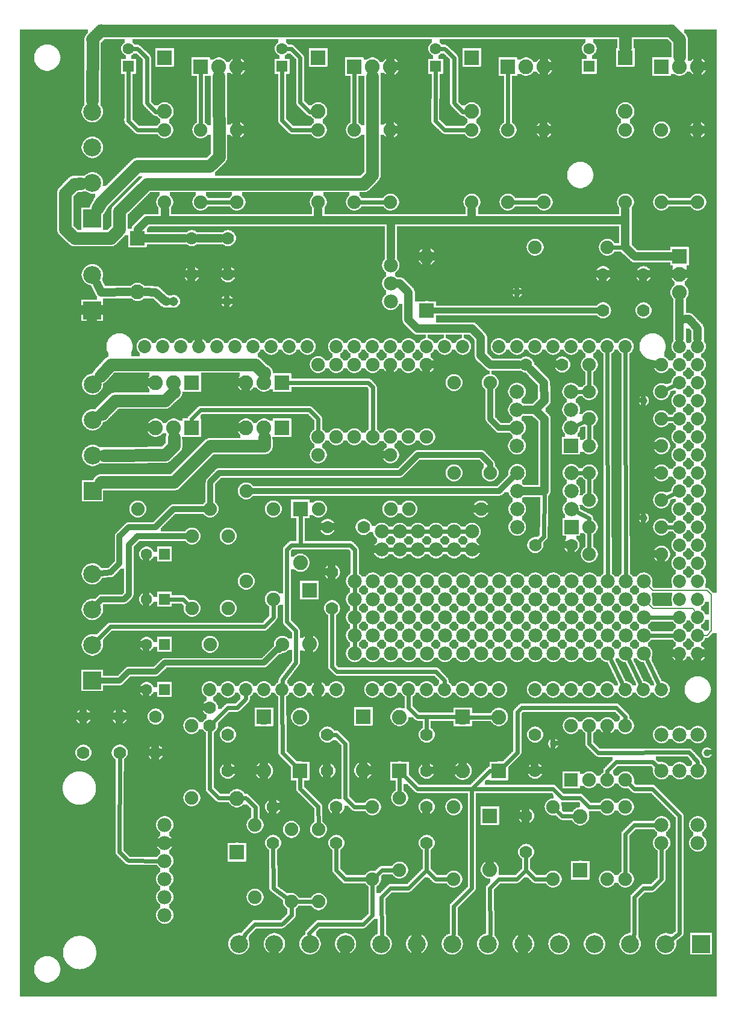
<source format=gtl>
G04 MADE WITH FRITZING*
G04 WWW.FRITZING.ORG*
G04 DOUBLE SIDED*
G04 HOLES PLATED*
G04 CONTOUR ON CENTER OF CONTOUR VECTOR*
%ASAXBY*%
%FSLAX23Y23*%
%MOIN*%
%OFA0B0*%
%SFA1.0B1.0*%
%ADD10C,0.075000*%
%ADD11C,0.039370*%
%ADD12C,0.082000*%
%ADD13C,0.070000*%
%ADD14C,0.072917*%
%ADD15C,0.078000*%
%ADD16C,0.051496*%
%ADD17C,0.079370*%
%ADD18C,0.062992*%
%ADD19C,0.099055*%
%ADD20R,0.082000X0.082000*%
%ADD21R,0.075000X0.075000*%
%ADD22R,0.079370X0.079370*%
%ADD23R,0.062992X0.062992*%
%ADD24R,0.099055X0.099055*%
%ADD25C,0.024000*%
%ADD26C,0.048000*%
%ADD27C,0.032000*%
%ADD28C,0.008000*%
%ADD29R,0.001000X0.001000*%
%LNCOPPER1*%
G90*
G70*
G54D10*
X1357Y4447D03*
X287Y5329D03*
G54D11*
X2993Y1441D03*
X3493Y2691D03*
X2793Y3941D03*
G54D12*
X992Y3441D03*
X892Y3441D03*
X792Y3441D03*
X1492Y3441D03*
X1392Y3441D03*
X1292Y3441D03*
X1492Y3191D03*
X1392Y3191D03*
X1292Y3191D03*
X992Y3191D03*
X892Y3191D03*
X792Y3191D03*
G54D13*
X1092Y1641D03*
X1092Y1541D03*
G54D10*
X1342Y591D03*
X1342Y991D03*
G54D14*
X2992Y1741D03*
X1392Y1741D03*
X3092Y1741D03*
X3192Y1741D03*
X3292Y1741D03*
X3392Y1741D03*
X3692Y3141D03*
X3492Y1741D03*
X3592Y1741D03*
X1432Y3641D03*
X1992Y1741D03*
X2092Y1741D03*
X2192Y1741D03*
X2292Y1741D03*
X3692Y2341D03*
X2392Y1741D03*
X2492Y1741D03*
X2592Y1741D03*
X2692Y1741D03*
X2192Y3641D03*
X3692Y3541D03*
X3692Y2741D03*
X3692Y1941D03*
X1032Y3641D03*
X1792Y1741D03*
X1792Y3641D03*
X3692Y3341D03*
X3692Y2941D03*
X3692Y2541D03*
X3392Y3641D03*
X3692Y2141D03*
X3292Y3641D03*
X3192Y3641D03*
X3092Y3641D03*
X2992Y3641D03*
X2892Y3641D03*
X2792Y3641D03*
X2692Y3641D03*
X832Y3641D03*
X1232Y3641D03*
X1632Y3641D03*
X1192Y1741D03*
X1592Y1741D03*
X2392Y3641D03*
X1992Y3641D03*
X3692Y3641D03*
X3692Y3441D03*
X3692Y3241D03*
X3692Y3041D03*
X3692Y2841D03*
X3692Y2641D03*
X3692Y2441D03*
X3692Y2241D03*
X3692Y2041D03*
X732Y3641D03*
X932Y3641D03*
X1132Y3641D03*
X1332Y3641D03*
X1532Y3641D03*
X1092Y1741D03*
X1292Y1741D03*
X1492Y1741D03*
X1692Y1741D03*
X2492Y3641D03*
X2292Y3641D03*
X2092Y3641D03*
X1892Y3641D03*
X3792Y3641D03*
X3792Y3541D03*
X3792Y3441D03*
X3792Y3341D03*
X3792Y3241D03*
X3792Y3141D03*
X3792Y3041D03*
X3792Y2941D03*
X3792Y2841D03*
X3792Y2741D03*
X3792Y2641D03*
X3792Y2541D03*
X3792Y2441D03*
X3792Y2341D03*
X3792Y2241D03*
X3792Y2141D03*
X3792Y2041D03*
X3792Y1941D03*
X2892Y1741D03*
G54D12*
X2292Y3841D03*
X2292Y4139D03*
G54D10*
X992Y1141D03*
X992Y1541D03*
G54D15*
X842Y991D03*
X842Y891D03*
X842Y791D03*
X842Y691D03*
X842Y591D03*
X842Y491D03*
G54D10*
X3092Y1241D03*
X3092Y1541D03*
X3192Y1241D03*
X3192Y1541D03*
X3292Y1241D03*
X3292Y1541D03*
X3392Y1241D03*
X3392Y1541D03*
G54D15*
X3592Y1291D03*
X3692Y1291D03*
X3792Y1291D03*
X3792Y1491D03*
X3692Y1491D03*
X3592Y1491D03*
X2093Y3891D03*
X2093Y3991D03*
X2093Y4091D03*
G54D10*
X3292Y1091D03*
X3292Y691D03*
X3392Y1091D03*
X3392Y691D03*
G54D15*
X3592Y991D03*
X3592Y891D03*
X3792Y991D03*
X3792Y891D03*
G54D10*
X3592Y2491D03*
X3192Y2491D03*
X2292Y3541D03*
X2292Y3141D03*
X1792Y3541D03*
X1792Y3141D03*
X3592Y3091D03*
X3192Y3091D03*
X3592Y2941D03*
X3192Y2941D03*
X2092Y3541D03*
X2092Y3141D03*
X2092Y3041D03*
X1692Y3041D03*
X3592Y3541D03*
X3192Y3541D03*
G54D12*
X3692Y4141D03*
X3692Y4041D03*
X3692Y3941D03*
G54D13*
X1192Y4041D03*
X1192Y4241D03*
X3492Y4041D03*
X3492Y3841D03*
X992Y4041D03*
X992Y4241D03*
X3268Y4041D03*
X3268Y3841D03*
G54D12*
X692Y4241D03*
X692Y3943D03*
G54D16*
X892Y3891D03*
X1187Y3891D03*
X892Y3891D03*
X1187Y3891D03*
G54D17*
X3093Y2641D03*
X2793Y2641D03*
X3093Y2741D03*
X2793Y2741D03*
X3093Y2841D03*
X2793Y2841D03*
X3093Y2941D03*
X2793Y2941D03*
X3092Y3091D03*
X2792Y3091D03*
X3092Y3191D03*
X2792Y3191D03*
X3092Y3291D03*
X2792Y3291D03*
X3092Y3391D03*
X2792Y3391D03*
G54D10*
X3592Y2641D03*
X3192Y2641D03*
X2192Y3541D03*
X2192Y3141D03*
X1892Y3541D03*
X1892Y3141D03*
X3592Y3241D03*
X3192Y3241D03*
X3592Y2791D03*
X3192Y2791D03*
X1993Y3541D03*
X1993Y3141D03*
X1692Y3541D03*
X1692Y3141D03*
X3592Y3391D03*
X3192Y3391D03*
G54D13*
X3093Y2541D03*
X2893Y2541D03*
X3042Y3541D03*
X2842Y3541D03*
G54D10*
X1443Y2241D03*
X1443Y2741D03*
X2643Y2941D03*
X2643Y3441D03*
X1293Y2841D03*
X1293Y2341D03*
X2443Y3441D03*
X2443Y2941D03*
X1193Y2191D03*
X1193Y2591D03*
X693Y2741D03*
X1093Y2741D03*
X1093Y1991D03*
X1493Y1991D03*
X993Y2191D03*
X993Y2591D03*
G54D18*
X841Y1991D03*
X742Y1991D03*
X841Y2491D03*
X742Y2491D03*
X841Y1741D03*
X742Y1741D03*
X841Y2241D03*
X742Y2241D03*
G54D10*
X2193Y2741D03*
X2593Y2741D03*
X2142Y1141D03*
X2142Y741D03*
X1693Y966D03*
X1693Y566D03*
G54D13*
X1742Y1291D03*
X1742Y1491D03*
X1792Y1091D03*
X1792Y891D03*
X1192Y1291D03*
X1192Y1491D03*
X1442Y1091D03*
X1442Y891D03*
G54D10*
X1992Y691D03*
X1992Y1091D03*
X1543Y566D03*
X1543Y966D03*
G54D12*
X2142Y1291D03*
X2142Y1589D03*
X1392Y1589D03*
X1392Y1291D03*
X1592Y1291D03*
X1592Y1589D03*
X1242Y841D03*
X1242Y1139D03*
X1643Y2291D03*
X1643Y1993D03*
X1942Y1591D03*
X1942Y1293D03*
G54D19*
X443Y2841D03*
X443Y3038D03*
X443Y3235D03*
X443Y3432D03*
X3812Y332D03*
X3615Y332D03*
X3418Y332D03*
X3221Y332D03*
X3024Y332D03*
X2827Y332D03*
X2631Y332D03*
X2434Y332D03*
X2237Y332D03*
X2040Y332D03*
X1843Y332D03*
X1646Y332D03*
X1449Y332D03*
X1253Y332D03*
G54D13*
X2892Y1291D03*
X2892Y1491D03*
X792Y1591D03*
X792Y1391D03*
X2292Y1291D03*
X2292Y1491D03*
X392Y1591D03*
X392Y1391D03*
X593Y1591D03*
X593Y1391D03*
X2842Y1041D03*
X2842Y841D03*
X2292Y1091D03*
X2292Y891D03*
G54D10*
X2992Y691D03*
X2992Y1091D03*
X2442Y691D03*
X2442Y1091D03*
G54D12*
X3142Y741D03*
X3142Y1039D03*
X2692Y1291D03*
X2692Y1589D03*
X2642Y1041D03*
X2642Y743D03*
X2492Y1589D03*
X2492Y1291D03*
G54D10*
X3292Y4191D03*
X2892Y4191D03*
G54D13*
X1743Y2641D03*
X1943Y2641D03*
X1768Y2391D03*
X1768Y2191D03*
G54D10*
X2093Y2741D03*
X1693Y2741D03*
G54D12*
X1593Y2741D03*
X1593Y2443D03*
G54D10*
X842Y4441D03*
X842Y4841D03*
X2542Y4441D03*
X2542Y4841D03*
X1692Y4441D03*
X1692Y4841D03*
X3392Y4441D03*
X3392Y4841D03*
G54D18*
X642Y5193D03*
X642Y5291D03*
X2342Y5193D03*
X2342Y5291D03*
X1492Y5193D03*
X1492Y5291D03*
X3192Y5193D03*
X3192Y5291D03*
G54D12*
X842Y5241D03*
X842Y4943D03*
X2542Y5241D03*
X2542Y4943D03*
X1692Y5241D03*
X1692Y4943D03*
X3392Y5241D03*
X3392Y4943D03*
X1042Y5191D03*
X1142Y5191D03*
X1242Y5191D03*
X2742Y5191D03*
X2842Y5191D03*
X2942Y5191D03*
X1892Y5191D03*
X1992Y5191D03*
X2092Y5191D03*
X3592Y5191D03*
X3692Y5191D03*
X3792Y5191D03*
G54D10*
X1042Y4441D03*
X1042Y4841D03*
X2742Y4441D03*
X2742Y4841D03*
X1892Y4441D03*
X1892Y4841D03*
X3592Y4441D03*
X3592Y4841D03*
X1242Y4441D03*
X1242Y4841D03*
X2942Y4441D03*
X2942Y4841D03*
X2092Y4441D03*
X2092Y4841D03*
X3792Y4441D03*
X3792Y4841D03*
G54D19*
X442Y3841D03*
X442Y4038D03*
X442Y1791D03*
X442Y1988D03*
X442Y2185D03*
X442Y2382D03*
X442Y4351D03*
X442Y4548D03*
X442Y4745D03*
X442Y4941D03*
G54D15*
X3493Y2341D03*
X3393Y2341D03*
X3293Y2341D03*
X3193Y2341D03*
X3093Y2341D03*
X2993Y2341D03*
X2893Y2341D03*
X2793Y2341D03*
X2693Y2341D03*
X2593Y2341D03*
X2493Y2341D03*
X2393Y2341D03*
X2293Y2341D03*
X2193Y2341D03*
X2093Y2341D03*
X1993Y2341D03*
X1893Y2341D03*
X3493Y2341D03*
X3393Y2341D03*
X3293Y2341D03*
X3193Y2341D03*
X3093Y2341D03*
X2993Y2341D03*
X2893Y2341D03*
X2793Y2341D03*
X2693Y2341D03*
X2593Y2341D03*
X2493Y2341D03*
X2393Y2341D03*
X2293Y2341D03*
X2193Y2341D03*
X2093Y2341D03*
X1993Y2341D03*
X1893Y2341D03*
X1893Y2241D03*
X1993Y2241D03*
X2093Y2241D03*
X2193Y2241D03*
X2293Y2241D03*
X2393Y2241D03*
X2493Y2241D03*
X2593Y2241D03*
X2693Y2241D03*
X2793Y2241D03*
X2893Y2241D03*
X2993Y2241D03*
X3093Y2241D03*
X3193Y2241D03*
X3293Y2241D03*
X3393Y2241D03*
X3493Y2241D03*
X3493Y2141D03*
X3393Y2141D03*
X3293Y2141D03*
X3193Y2141D03*
X3093Y2141D03*
X2993Y2141D03*
X2893Y2141D03*
X2793Y2141D03*
X2693Y2141D03*
X2593Y2141D03*
X2493Y2141D03*
X2393Y2141D03*
X2293Y2141D03*
X2193Y2141D03*
X2093Y2141D03*
X1993Y2141D03*
X1893Y2141D03*
X3493Y2141D03*
X3393Y2141D03*
X3293Y2141D03*
X3193Y2141D03*
X3093Y2141D03*
X2993Y2141D03*
X2893Y2141D03*
X2793Y2141D03*
X2693Y2141D03*
X2593Y2141D03*
X2493Y2141D03*
X2393Y2141D03*
X2293Y2141D03*
X2193Y2141D03*
X2093Y2141D03*
X1993Y2141D03*
X1893Y2141D03*
X1893Y2041D03*
X1993Y2041D03*
X2093Y2041D03*
X2193Y2041D03*
X2293Y2041D03*
X2393Y2041D03*
X2493Y2041D03*
X2593Y2041D03*
X2693Y2041D03*
X2793Y2041D03*
X2893Y2041D03*
X2993Y2041D03*
X3093Y2041D03*
X3193Y2041D03*
X3293Y2041D03*
X3393Y2041D03*
X3493Y2041D03*
X3493Y1941D03*
X3393Y1941D03*
X3293Y1941D03*
X3193Y1941D03*
X3093Y1941D03*
X2993Y1941D03*
X2893Y1941D03*
X2793Y1941D03*
X2693Y1941D03*
X2593Y1941D03*
X2493Y1941D03*
X2393Y1941D03*
X2293Y1941D03*
X2193Y1941D03*
X2093Y1941D03*
X1993Y1941D03*
X1893Y1941D03*
X2543Y2616D03*
X2443Y2616D03*
X2343Y2616D03*
X2243Y2616D03*
X2143Y2616D03*
X2043Y2616D03*
X2543Y2616D03*
X2443Y2616D03*
X2343Y2616D03*
X2243Y2616D03*
X2143Y2616D03*
X2043Y2616D03*
X2043Y2516D03*
X2143Y2516D03*
X2243Y2516D03*
X2343Y2516D03*
X2443Y2516D03*
X2543Y2516D03*
G54D11*
X3493Y3341D03*
X3843Y1391D03*
G54D20*
X992Y3441D03*
X1492Y3441D03*
X1492Y3191D03*
X992Y3191D03*
X2292Y3840D03*
G54D21*
X3092Y1241D03*
G54D20*
X3692Y4141D03*
X692Y4242D03*
G54D22*
X3093Y2641D03*
X3092Y3091D03*
G54D23*
X841Y1991D03*
X841Y2491D03*
X841Y1741D03*
X841Y2241D03*
G54D20*
X2142Y1290D03*
X1392Y1590D03*
X1592Y1290D03*
X1242Y840D03*
X1643Y2292D03*
X1942Y1592D03*
G54D24*
X443Y2841D03*
X3812Y332D03*
G54D20*
X3142Y740D03*
X2692Y1290D03*
X2642Y1042D03*
X2492Y1590D03*
X1593Y2742D03*
G54D23*
X642Y5193D03*
X2342Y5193D03*
X1492Y5193D03*
X3192Y5193D03*
G54D20*
X842Y5242D03*
X2542Y5242D03*
X1692Y5242D03*
X3392Y5242D03*
X1042Y5191D03*
X2742Y5191D03*
X1892Y5191D03*
X3592Y5191D03*
G54D24*
X442Y3841D03*
X442Y1791D03*
X442Y4351D03*
G54D13*
X543Y3541D02*
X486Y3478D01*
D02*
X695Y3541D02*
X543Y3541D01*
D02*
X1343Y3541D02*
X695Y3541D01*
D02*
X1395Y3490D02*
X1343Y3541D01*
D02*
X1395Y3496D02*
X1395Y3490D01*
D02*
X568Y3341D02*
X493Y3266D01*
D02*
X493Y3266D02*
X497Y3269D01*
D02*
X843Y3341D02*
X568Y3341D01*
D02*
X895Y3390D02*
X843Y3341D01*
D02*
X895Y3387D02*
X895Y3390D01*
D02*
X491Y2890D02*
X488Y2886D01*
D02*
X895Y2890D02*
X491Y2890D01*
D02*
X1095Y3090D02*
X895Y2890D01*
D02*
X1395Y3090D02*
X1095Y3090D01*
D02*
X1394Y3137D02*
X1395Y3090D01*
D02*
X843Y3041D02*
X506Y3039D01*
D02*
X895Y3090D02*
X843Y3041D01*
D02*
X894Y3137D02*
X895Y3090D01*
G54D25*
D02*
X2443Y5241D02*
X2444Y4990D01*
D02*
X2340Y4890D02*
X2342Y5166D01*
D02*
X2444Y4990D02*
X2492Y4941D01*
D02*
X2514Y4841D02*
X2392Y4841D01*
D02*
X2392Y4841D02*
X2340Y4890D01*
G54D13*
D02*
X292Y4490D02*
X292Y4290D01*
D02*
X343Y4241D02*
X543Y4241D01*
D02*
X543Y4241D02*
X592Y4290D01*
D02*
X743Y4541D02*
X1943Y4541D01*
D02*
X592Y4390D02*
X743Y4541D01*
D02*
X592Y4290D02*
X592Y4390D01*
D02*
X292Y4290D02*
X343Y4241D01*
D02*
X341Y4541D02*
X292Y4490D01*
D02*
X1943Y4541D02*
X1992Y4590D01*
G54D25*
D02*
X1492Y4893D02*
X1492Y5166D01*
G54D13*
D02*
X379Y4544D02*
X341Y4541D01*
D02*
X1992Y4590D02*
X1992Y5137D01*
G54D25*
D02*
X1892Y4870D02*
X1892Y5159D01*
D02*
X1543Y4841D02*
X1492Y4893D01*
D02*
X2492Y4941D02*
X2510Y4942D01*
D02*
X2369Y5291D02*
X2392Y5290D01*
D02*
X2392Y5290D02*
X2443Y5241D01*
D02*
X1592Y5241D02*
X1592Y4993D01*
D02*
X1592Y4993D02*
X1643Y4941D01*
D02*
X1664Y4841D02*
X1543Y4841D01*
D02*
X1543Y5290D02*
X1592Y5241D01*
D02*
X1519Y5291D02*
X1543Y5290D01*
D02*
X1643Y4941D02*
X1660Y4942D01*
G54D13*
D02*
X1092Y4641D02*
X1143Y4690D01*
D02*
X792Y4641D02*
X1092Y4641D01*
D02*
X492Y4441D02*
X692Y4641D01*
D02*
X692Y4641D02*
X792Y4641D01*
D02*
X472Y4406D02*
X492Y4441D01*
G54D25*
D02*
X743Y5241D02*
X743Y4990D01*
D02*
X743Y4990D02*
X792Y4941D01*
D02*
X1042Y5159D02*
X1042Y4870D01*
G54D13*
D02*
X1143Y4690D02*
X1142Y5137D01*
G54D25*
D02*
X2742Y4870D02*
X2742Y5159D01*
D02*
X692Y5290D02*
X743Y5241D01*
D02*
X669Y5291D02*
X692Y5290D01*
D02*
X792Y4941D02*
X810Y4942D01*
D02*
X641Y4890D02*
X642Y5166D01*
D02*
X814Y4841D02*
X692Y4841D01*
D02*
X692Y4841D02*
X641Y4890D01*
D02*
X3392Y3611D02*
X3393Y2372D01*
D02*
X3292Y3611D02*
X3293Y2372D01*
D02*
X3042Y1041D02*
X3110Y1040D01*
D02*
X3012Y1071D02*
X3042Y1041D01*
D02*
X3192Y1441D02*
X3192Y1513D01*
D02*
X3242Y1391D02*
X3192Y1441D01*
D02*
X3792Y1341D02*
X3744Y1393D01*
D02*
X3744Y1393D02*
X3242Y1391D01*
D02*
X3792Y1322D02*
X3792Y1341D01*
D02*
X3342Y1641D02*
X3392Y1591D01*
D02*
X3392Y1591D02*
X3392Y1570D01*
D02*
X2819Y1641D02*
X3342Y1641D01*
D02*
X2794Y1617D02*
X2819Y1641D01*
D02*
X1644Y3290D02*
X1692Y3241D01*
D02*
X1040Y3290D02*
X1644Y3290D01*
D02*
X992Y3241D02*
X1040Y3290D01*
D02*
X1692Y3241D02*
X1692Y3170D01*
D02*
X992Y3224D02*
X992Y3241D01*
G54D26*
D02*
X2944Y3341D02*
X2940Y3441D01*
D02*
X2940Y3441D02*
X2868Y3515D01*
D02*
X2892Y3290D02*
X2944Y3341D01*
D02*
X2835Y2841D02*
X2943Y2841D01*
G54D27*
D02*
X2330Y3841D02*
X3237Y3841D01*
G54D25*
D02*
X1443Y2141D02*
X1443Y2213D01*
D02*
X470Y2017D02*
X540Y2090D01*
D02*
X540Y2090D02*
X1395Y2090D01*
D02*
X1395Y2090D02*
X1443Y2141D01*
D02*
X3392Y4190D02*
X3321Y4191D01*
D02*
X1092Y1190D02*
X1140Y1141D01*
D02*
X1092Y1515D02*
X1092Y1190D01*
D02*
X1140Y1141D02*
X1210Y1140D01*
D02*
X1344Y1090D02*
X1292Y1141D01*
D02*
X1343Y1020D02*
X1344Y1090D01*
D02*
X1292Y1141D02*
X1274Y1141D01*
D02*
X1292Y390D02*
X1276Y366D01*
D02*
X1340Y441D02*
X1292Y390D01*
D02*
X1492Y441D02*
X1340Y441D01*
D02*
X1544Y490D02*
X1492Y441D01*
D02*
X1544Y538D02*
X1544Y490D01*
D02*
X1244Y1641D02*
X1192Y1641D01*
D02*
X1192Y1641D02*
X1111Y1560D01*
D02*
X1292Y1711D02*
X1292Y1690D01*
D02*
X1292Y1690D02*
X1244Y1641D01*
D02*
X2492Y591D02*
X2442Y541D01*
D02*
X2542Y691D02*
X2542Y641D01*
D02*
X2542Y1191D02*
X2542Y691D01*
G54D27*
D02*
X2695Y2841D02*
X1327Y2841D01*
D02*
X2768Y2916D02*
X2695Y2841D01*
G54D25*
D02*
X2992Y1191D02*
X2542Y1191D01*
D02*
X3042Y1141D02*
X2992Y1191D01*
D02*
X3142Y1141D02*
X3042Y1141D01*
D02*
X3192Y1091D02*
X3142Y1141D01*
D02*
X2542Y1191D02*
X2242Y1191D01*
D02*
X2660Y1291D02*
X2642Y1291D01*
D02*
X2592Y1241D02*
X2542Y1191D01*
D02*
X2642Y1291D02*
X2592Y1241D01*
D02*
X2442Y391D02*
X2439Y373D01*
G54D27*
D02*
X644Y2541D02*
X692Y2590D01*
D02*
X643Y2266D02*
X644Y2541D01*
D02*
X618Y2241D02*
X643Y2266D01*
D02*
X492Y2241D02*
X618Y2241D01*
G54D25*
D02*
X3264Y1091D02*
X3192Y1091D01*
D02*
X2192Y1241D02*
X2165Y1269D01*
D02*
X2242Y1191D02*
X2192Y1241D01*
D02*
X1592Y1191D02*
X1592Y1259D01*
G54D27*
D02*
X692Y2590D02*
X959Y2591D01*
D02*
X2644Y3241D02*
X2692Y3190D01*
D02*
X2692Y3190D02*
X2756Y3191D01*
D02*
X2643Y3407D02*
X2644Y3241D01*
D02*
X473Y2220D02*
X492Y2241D01*
G54D25*
D02*
X1692Y1093D02*
X1592Y1191D01*
D02*
X1693Y995D02*
X1692Y1093D01*
D02*
X640Y793D02*
X592Y841D01*
D02*
X812Y792D02*
X640Y793D01*
D02*
X3542Y1341D02*
X3571Y1313D01*
D02*
X3342Y1341D02*
X3542Y1341D01*
D02*
X3292Y1291D02*
X3342Y1341D01*
D02*
X3292Y1270D02*
X3292Y1291D01*
D02*
X3492Y1191D02*
X3542Y1191D01*
D02*
X3542Y1191D02*
X3642Y1091D01*
D02*
X3692Y391D02*
X3647Y357D01*
D02*
X3442Y1191D02*
X3492Y1191D01*
D02*
X3412Y1221D02*
X3442Y1191D01*
D02*
X3642Y1091D02*
X3692Y1041D01*
D02*
X3692Y1041D02*
X3692Y391D01*
D02*
X3592Y691D02*
X3592Y861D01*
D02*
X3492Y641D02*
X3542Y641D01*
D02*
X3542Y641D02*
X3592Y691D01*
D02*
X3392Y941D02*
X3392Y720D01*
D02*
X3442Y991D02*
X3392Y941D01*
D02*
X3562Y991D02*
X3442Y991D01*
D02*
X3442Y591D02*
X3492Y641D01*
D02*
X3442Y391D02*
X3442Y591D01*
D02*
X3433Y370D02*
X3442Y391D01*
G54D26*
D02*
X2540Y4341D02*
X3392Y4341D01*
D02*
X2093Y4341D02*
X2540Y4341D01*
D02*
X3392Y4341D02*
X3392Y4402D01*
D02*
X844Y4341D02*
X843Y4402D01*
D02*
X2540Y4341D02*
X2541Y4402D01*
D02*
X844Y4341D02*
X1692Y4341D01*
D02*
X3444Y4141D02*
X3649Y4141D01*
D02*
X3392Y4190D02*
X3444Y4141D01*
D02*
X3392Y4341D02*
X3392Y4190D01*
D02*
X1692Y4341D02*
X1692Y4402D01*
D02*
X1692Y4341D02*
X2093Y4341D01*
D02*
X693Y4291D02*
X693Y4285D01*
D02*
X743Y4341D02*
X844Y4341D01*
D02*
X693Y4291D02*
X743Y4341D01*
D02*
X2192Y3941D02*
X2144Y3990D01*
D02*
X2192Y3790D02*
X2192Y3941D01*
D02*
X2240Y3741D02*
X2192Y3790D01*
D02*
X2144Y3990D02*
X2134Y3990D01*
D02*
X2544Y3741D02*
X2240Y3741D01*
D02*
X2592Y3690D02*
X2544Y3741D01*
D02*
X2592Y3590D02*
X2592Y3690D01*
D02*
X2644Y3541D02*
X2592Y3590D01*
D02*
X2093Y4341D02*
X2093Y4133D01*
G54D25*
D02*
X1992Y490D02*
X1940Y441D01*
D02*
X1692Y441D02*
X1642Y391D01*
D02*
X1992Y663D02*
X1992Y490D01*
G54D26*
D02*
X843Y3893D02*
X792Y3941D01*
D02*
X792Y3941D02*
X735Y3943D01*
D02*
X854Y3892D02*
X843Y3893D01*
G54D25*
D02*
X2044Y390D02*
X2043Y373D01*
D02*
X2092Y641D02*
X2042Y591D01*
D02*
X3192Y2941D02*
X3192Y2820D01*
D02*
X3192Y3541D02*
X3192Y3420D01*
D02*
X2644Y390D02*
X2640Y372D01*
D02*
X2642Y641D02*
X2644Y390D01*
D02*
X2842Y741D02*
X2792Y691D01*
D02*
X3192Y2613D02*
X3192Y2520D01*
D02*
X3192Y3213D02*
X3192Y3120D01*
G54D27*
D02*
X592Y1790D02*
X488Y1791D01*
D02*
X644Y1841D02*
X592Y1790D01*
D02*
X792Y1841D02*
X644Y1841D01*
D02*
X1492Y1990D02*
X1392Y1890D01*
D02*
X1392Y1890D02*
X844Y1890D01*
D02*
X844Y1890D02*
X792Y1841D01*
D02*
X1476Y1962D02*
X1492Y1990D01*
G54D26*
D02*
X2892Y3290D02*
X2943Y3241D01*
D02*
X2943Y3241D02*
X2943Y2841D01*
G54D25*
D02*
X1893Y2372D02*
X1893Y2516D01*
D02*
X1594Y2541D02*
X1593Y2709D01*
D02*
X1893Y2516D02*
X1868Y2541D01*
D02*
X1868Y2541D02*
X1594Y2541D01*
D02*
X3665Y2828D02*
X3618Y2804D01*
D02*
X3662Y2641D02*
X3621Y2641D01*
D02*
X3191Y2690D02*
X3192Y2670D01*
D02*
X3120Y2727D02*
X3191Y2690D01*
G54D26*
D02*
X1155Y4241D02*
X1029Y4241D01*
D02*
X3792Y3741D02*
X3792Y3683D01*
D02*
X3743Y3793D02*
X3792Y3741D01*
D02*
X3692Y3791D02*
X3743Y3793D01*
D02*
X3692Y3791D02*
X3692Y3898D01*
D02*
X3692Y3683D02*
X3692Y3791D01*
D02*
X955Y4241D02*
X735Y4241D01*
G54D25*
D02*
X3120Y3205D02*
X3167Y3229D01*
D02*
X3621Y3241D02*
X3662Y3241D01*
D02*
X3123Y3391D02*
X3164Y3391D01*
D02*
X3618Y3404D02*
X3665Y3428D01*
G54D27*
D02*
X2643Y2990D02*
X2643Y2976D01*
D02*
X1095Y2890D02*
X1143Y2941D01*
D02*
X1143Y2941D02*
X2144Y2941D01*
D02*
X1094Y2776D02*
X1095Y2890D01*
G54D25*
D02*
X943Y2241D02*
X973Y2212D01*
D02*
X867Y2241D02*
X943Y2241D01*
G54D26*
D02*
X2644Y3541D02*
X2805Y3541D01*
D02*
X2834Y3291D02*
X2892Y3290D01*
D02*
X492Y3941D02*
X649Y3943D01*
D02*
X466Y3992D02*
X492Y3941D01*
G54D25*
D02*
X1214Y4441D02*
X1071Y4441D01*
D02*
X2064Y4441D02*
X1921Y4441D01*
D02*
X2914Y4441D02*
X2771Y4441D01*
D02*
X2964Y691D02*
X2892Y691D01*
D02*
X2842Y741D02*
X2842Y815D01*
G54D13*
D02*
X3392Y5390D02*
X3392Y5296D01*
D02*
X3392Y5390D02*
X3643Y5390D01*
D02*
X492Y5390D02*
X3392Y5390D01*
D02*
X3692Y5341D02*
X3692Y5246D01*
D02*
X442Y5004D02*
X443Y5341D01*
G54D25*
D02*
X1792Y1491D02*
X1842Y1441D01*
D02*
X1892Y1091D02*
X1964Y1091D01*
D02*
X1768Y1491D02*
X1792Y1491D01*
D02*
X3621Y4441D02*
X3764Y4441D01*
D02*
X1840Y690D02*
X1964Y691D01*
D02*
X1792Y741D02*
X1840Y690D01*
D02*
X1792Y841D02*
X1792Y741D01*
D02*
X1792Y865D02*
X1792Y841D01*
D02*
X2013Y711D02*
X2044Y741D01*
D02*
X2142Y1259D02*
X2142Y1170D01*
D02*
X2292Y741D02*
X2342Y691D01*
D02*
X2292Y865D02*
X2292Y741D01*
D02*
X2292Y1591D02*
X2292Y1518D01*
D02*
X2242Y1591D02*
X2292Y1591D01*
D02*
X2192Y1641D02*
X2242Y1591D01*
D02*
X2192Y1711D02*
X2192Y1641D01*
D02*
X2292Y1591D02*
X2460Y1590D01*
D02*
X2660Y1589D02*
X2524Y1589D01*
D02*
X1442Y865D02*
X1444Y641D01*
D02*
X1572Y566D02*
X1665Y566D01*
D02*
X1518Y2516D02*
X1543Y2541D01*
D02*
X1568Y2066D02*
X1519Y2117D01*
D02*
X1519Y2117D02*
X1518Y2516D01*
D02*
X1543Y2541D02*
X1594Y2541D01*
D02*
X1568Y1890D02*
X1568Y2066D01*
D02*
X1495Y1793D02*
X1568Y1890D01*
D02*
X2793Y1391D02*
X2715Y1314D01*
D02*
X2794Y1617D02*
X2793Y1391D01*
D02*
X1494Y1772D02*
X1495Y1793D01*
D02*
X2192Y641D02*
X2092Y641D01*
D02*
X2292Y741D02*
X2192Y641D01*
D02*
X2044Y741D02*
X2114Y741D01*
D02*
X2892Y691D02*
X2842Y741D01*
D02*
X2792Y691D02*
X2692Y691D01*
D02*
X2692Y691D02*
X2642Y641D01*
D02*
X1444Y641D02*
X1520Y584D01*
D02*
X592Y841D02*
X593Y1365D01*
D02*
X2442Y541D02*
X2442Y391D01*
D02*
X2542Y641D02*
X2492Y591D01*
G54D27*
D02*
X2243Y3041D02*
X2595Y3041D01*
D02*
X2144Y2941D02*
X2243Y3041D01*
D02*
X2595Y3041D02*
X2643Y2990D01*
G54D25*
D02*
X1842Y1441D02*
X1842Y1141D01*
D02*
X1842Y1141D02*
X1892Y1091D01*
D02*
X1642Y391D02*
X1643Y373D01*
D02*
X1940Y441D02*
X1692Y441D01*
D02*
X2042Y591D02*
X2044Y390D01*
D02*
X2342Y691D02*
X2414Y691D01*
G54D27*
D02*
X592Y2590D02*
X644Y2641D01*
D02*
X644Y2641D02*
X791Y2641D01*
D02*
X592Y2441D02*
X592Y2590D01*
D02*
X791Y2641D02*
X891Y2741D01*
D02*
X544Y2390D02*
X592Y2441D01*
D02*
X891Y2741D02*
X1059Y2741D01*
D02*
X488Y2385D02*
X544Y2390D01*
G54D25*
D02*
X3164Y2941D02*
X3124Y2941D01*
D02*
X2940Y2589D02*
X2912Y2560D01*
D02*
X2943Y2841D02*
X2940Y2589D01*
D02*
X1893Y1972D02*
X1893Y2011D01*
D02*
X1893Y2072D02*
X1893Y2111D01*
D02*
X1893Y2172D02*
X1893Y2211D01*
D02*
X1893Y2272D02*
X1893Y2311D01*
D02*
X1570Y1314D02*
X1494Y1390D01*
D02*
X1494Y1390D02*
X1492Y1711D01*
D02*
X2391Y1790D02*
X2343Y1841D01*
D02*
X2343Y1841D02*
X1795Y1841D01*
D02*
X2392Y1772D02*
X2391Y1790D01*
D02*
X1795Y1841D02*
X1769Y1867D01*
D02*
X1769Y1867D02*
X1768Y2165D01*
D02*
X3523Y2041D02*
X3662Y2041D01*
D02*
X3523Y2141D02*
X3662Y2141D01*
D02*
X2513Y2616D02*
X2473Y2616D01*
D02*
X2413Y2616D02*
X2373Y2616D01*
D02*
X2313Y2616D02*
X2273Y2616D01*
D02*
X2213Y2616D02*
X2173Y2616D01*
D02*
X2113Y2616D02*
X2073Y2616D01*
D02*
X3507Y1914D02*
X3579Y1769D01*
D02*
X3407Y1914D02*
X3479Y1769D01*
D02*
X3307Y1914D02*
X3379Y1769D01*
D02*
X1993Y3416D02*
X1993Y3170D01*
D02*
X1969Y3441D02*
X1993Y3416D01*
D02*
X1524Y3441D02*
X1969Y3441D01*
G54D28*
D02*
X3543Y2191D02*
X3511Y2224D01*
D02*
X3768Y2191D02*
X3543Y2191D01*
D02*
X3781Y2164D02*
X3768Y2191D01*
D02*
X3869Y2266D02*
X3843Y2291D01*
D02*
X3843Y2291D02*
X3543Y2291D01*
D02*
X3543Y2291D02*
X3511Y2324D01*
D02*
X3817Y2041D02*
X3843Y2041D01*
D02*
X3867Y2066D02*
X3869Y2266D01*
D02*
X3843Y2041D02*
X3867Y2066D01*
G54D25*
D02*
X2113Y2516D02*
X2073Y2516D01*
D02*
X2173Y2516D02*
X2213Y2516D01*
D02*
X2273Y2516D02*
X2313Y2516D01*
D02*
X2373Y2516D02*
X2413Y2516D01*
D02*
X2473Y2516D02*
X2513Y2516D01*
G36*
X668Y5263D02*
X668Y5261D01*
X666Y5261D01*
X666Y5259D01*
X664Y5259D01*
X664Y5257D01*
X660Y5257D01*
X660Y5255D01*
X658Y5255D01*
X658Y5235D01*
X684Y5235D01*
X684Y5153D01*
X682Y5153D01*
X682Y5151D01*
X664Y5151D01*
X664Y4899D01*
X666Y4899D01*
X666Y4897D01*
X668Y4897D01*
X668Y4895D01*
X670Y4895D01*
X670Y4893D01*
X672Y4893D01*
X672Y4891D01*
X674Y4891D01*
X674Y4889D01*
X676Y4889D01*
X676Y4887D01*
X678Y4887D01*
X678Y4885D01*
X680Y4885D01*
X680Y4883D01*
X682Y4883D01*
X682Y4881D01*
X684Y4881D01*
X684Y4879D01*
X686Y4879D01*
X686Y4877D01*
X688Y4877D01*
X688Y4875D01*
X690Y4875D01*
X690Y4873D01*
X692Y4873D01*
X692Y4871D01*
X694Y4871D01*
X694Y4869D01*
X696Y4869D01*
X696Y4867D01*
X698Y4867D01*
X698Y4865D01*
X700Y4865D01*
X700Y4863D01*
X802Y4863D01*
X802Y4867D01*
X804Y4867D01*
X804Y4869D01*
X806Y4869D01*
X806Y4871D01*
X808Y4871D01*
X808Y4873D01*
X810Y4873D01*
X810Y4875D01*
X812Y4875D01*
X812Y4877D01*
X814Y4877D01*
X814Y4879D01*
X816Y4879D01*
X816Y4881D01*
X818Y4881D01*
X818Y4901D01*
X816Y4901D01*
X816Y4903D01*
X812Y4903D01*
X812Y4905D01*
X810Y4905D01*
X810Y4907D01*
X808Y4907D01*
X808Y4909D01*
X806Y4909D01*
X806Y4911D01*
X804Y4911D01*
X804Y4913D01*
X802Y4913D01*
X802Y4915D01*
X800Y4915D01*
X800Y4919D01*
X790Y4919D01*
X790Y4921D01*
X782Y4921D01*
X782Y4923D01*
X780Y4923D01*
X780Y4925D01*
X776Y4925D01*
X776Y4927D01*
X774Y4927D01*
X774Y4929D01*
X772Y4929D01*
X772Y4931D01*
X770Y4931D01*
X770Y4933D01*
X768Y4933D01*
X768Y4935D01*
X766Y4935D01*
X766Y4937D01*
X764Y4937D01*
X764Y4939D01*
X762Y4939D01*
X762Y4941D01*
X760Y4941D01*
X760Y4943D01*
X758Y4943D01*
X758Y4945D01*
X756Y4945D01*
X756Y4947D01*
X754Y4947D01*
X754Y4949D01*
X752Y4949D01*
X752Y4951D01*
X750Y4951D01*
X750Y4953D01*
X748Y4953D01*
X748Y4955D01*
X746Y4955D01*
X746Y4957D01*
X744Y4957D01*
X744Y4959D01*
X742Y4959D01*
X742Y4961D01*
X740Y4961D01*
X740Y4963D01*
X738Y4963D01*
X738Y4965D01*
X736Y4965D01*
X736Y4967D01*
X734Y4967D01*
X734Y4969D01*
X732Y4969D01*
X732Y4971D01*
X730Y4971D01*
X730Y4973D01*
X728Y4973D01*
X728Y4975D01*
X726Y4975D01*
X726Y4979D01*
X724Y4979D01*
X724Y4983D01*
X722Y4983D01*
X722Y5233D01*
X720Y5233D01*
X720Y5235D01*
X718Y5235D01*
X718Y5237D01*
X716Y5237D01*
X716Y5239D01*
X714Y5239D01*
X714Y5241D01*
X712Y5241D01*
X712Y5243D01*
X710Y5243D01*
X710Y5245D01*
X706Y5245D01*
X706Y5247D01*
X704Y5247D01*
X704Y5249D01*
X702Y5249D01*
X702Y5251D01*
X700Y5251D01*
X700Y5253D01*
X698Y5253D01*
X698Y5255D01*
X696Y5255D01*
X696Y5257D01*
X694Y5257D01*
X694Y5259D01*
X692Y5259D01*
X692Y5261D01*
X690Y5261D01*
X690Y5263D01*
X668Y5263D01*
G37*
D02*
G36*
X1518Y5263D02*
X1518Y5261D01*
X1516Y5261D01*
X1516Y5259D01*
X1514Y5259D01*
X1514Y5257D01*
X1510Y5257D01*
X1510Y5255D01*
X1508Y5255D01*
X1508Y5235D01*
X1534Y5235D01*
X1534Y5153D01*
X1532Y5153D01*
X1532Y5151D01*
X1514Y5151D01*
X1514Y4901D01*
X1516Y4901D01*
X1516Y4899D01*
X1518Y4899D01*
X1518Y4897D01*
X1520Y4897D01*
X1520Y4895D01*
X1522Y4895D01*
X1522Y4893D01*
X1524Y4893D01*
X1524Y4891D01*
X1526Y4891D01*
X1526Y4889D01*
X1528Y4889D01*
X1528Y4887D01*
X1530Y4887D01*
X1530Y4885D01*
X1532Y4885D01*
X1532Y4883D01*
X1534Y4883D01*
X1534Y4881D01*
X1536Y4881D01*
X1536Y4879D01*
X1538Y4879D01*
X1538Y4877D01*
X1540Y4877D01*
X1540Y4875D01*
X1542Y4875D01*
X1542Y4873D01*
X1544Y4873D01*
X1544Y4871D01*
X1546Y4871D01*
X1546Y4869D01*
X1548Y4869D01*
X1548Y4867D01*
X1550Y4867D01*
X1550Y4865D01*
X1552Y4865D01*
X1552Y4863D01*
X1652Y4863D01*
X1652Y4867D01*
X1654Y4867D01*
X1654Y4869D01*
X1656Y4869D01*
X1656Y4871D01*
X1658Y4871D01*
X1658Y4873D01*
X1660Y4873D01*
X1660Y4875D01*
X1662Y4875D01*
X1662Y4877D01*
X1664Y4877D01*
X1664Y4879D01*
X1666Y4879D01*
X1666Y4881D01*
X1668Y4881D01*
X1668Y4901D01*
X1666Y4901D01*
X1666Y4903D01*
X1662Y4903D01*
X1662Y4905D01*
X1660Y4905D01*
X1660Y4907D01*
X1658Y4907D01*
X1658Y4909D01*
X1656Y4909D01*
X1656Y4911D01*
X1654Y4911D01*
X1654Y4913D01*
X1652Y4913D01*
X1652Y4915D01*
X1650Y4915D01*
X1650Y4919D01*
X1640Y4919D01*
X1640Y4921D01*
X1634Y4921D01*
X1634Y4923D01*
X1630Y4923D01*
X1630Y4925D01*
X1628Y4925D01*
X1628Y4927D01*
X1626Y4927D01*
X1626Y4929D01*
X1624Y4929D01*
X1624Y4931D01*
X1622Y4931D01*
X1622Y4933D01*
X1620Y4933D01*
X1620Y4935D01*
X1618Y4935D01*
X1618Y4937D01*
X1616Y4937D01*
X1616Y4939D01*
X1614Y4939D01*
X1614Y4941D01*
X1612Y4941D01*
X1612Y4943D01*
X1610Y4943D01*
X1610Y4945D01*
X1608Y4945D01*
X1608Y4947D01*
X1606Y4947D01*
X1606Y4949D01*
X1604Y4949D01*
X1604Y4951D01*
X1602Y4951D01*
X1602Y4953D01*
X1600Y4953D01*
X1600Y4955D01*
X1598Y4955D01*
X1598Y4957D01*
X1596Y4957D01*
X1596Y4959D01*
X1594Y4959D01*
X1594Y4961D01*
X1592Y4961D01*
X1592Y4963D01*
X1590Y4963D01*
X1590Y4965D01*
X1588Y4965D01*
X1588Y4967D01*
X1586Y4967D01*
X1586Y4969D01*
X1584Y4969D01*
X1584Y4971D01*
X1582Y4971D01*
X1582Y4973D01*
X1580Y4973D01*
X1580Y4975D01*
X1578Y4975D01*
X1578Y4977D01*
X1576Y4977D01*
X1576Y4979D01*
X1574Y4979D01*
X1574Y4983D01*
X1572Y4983D01*
X1572Y4987D01*
X1570Y4987D01*
X1570Y5233D01*
X1568Y5233D01*
X1568Y5235D01*
X1566Y5235D01*
X1566Y5237D01*
X1564Y5237D01*
X1564Y5239D01*
X1562Y5239D01*
X1562Y5241D01*
X1560Y5241D01*
X1560Y5243D01*
X1558Y5243D01*
X1558Y5245D01*
X1556Y5245D01*
X1556Y5247D01*
X1554Y5247D01*
X1554Y5249D01*
X1552Y5249D01*
X1552Y5251D01*
X1550Y5251D01*
X1550Y5253D01*
X1548Y5253D01*
X1548Y5255D01*
X1546Y5255D01*
X1546Y5257D01*
X1544Y5257D01*
X1544Y5259D01*
X1542Y5259D01*
X1542Y5261D01*
X1540Y5261D01*
X1540Y5263D01*
X1518Y5263D01*
G37*
D02*
G36*
X2368Y5263D02*
X2368Y5261D01*
X2366Y5261D01*
X2366Y5259D01*
X2364Y5259D01*
X2364Y5257D01*
X2360Y5257D01*
X2360Y5255D01*
X2358Y5255D01*
X2358Y5235D01*
X2384Y5235D01*
X2384Y5153D01*
X2382Y5153D01*
X2382Y5151D01*
X2364Y5151D01*
X2364Y5013D01*
X2362Y5013D01*
X2362Y4899D01*
X2364Y4899D01*
X2364Y4897D01*
X2366Y4897D01*
X2366Y4895D01*
X2368Y4895D01*
X2368Y4893D01*
X2370Y4893D01*
X2370Y4891D01*
X2372Y4891D01*
X2372Y4889D01*
X2374Y4889D01*
X2374Y4887D01*
X2376Y4887D01*
X2376Y4885D01*
X2378Y4885D01*
X2378Y4883D01*
X2382Y4883D01*
X2382Y4881D01*
X2384Y4881D01*
X2384Y4879D01*
X2386Y4879D01*
X2386Y4877D01*
X2388Y4877D01*
X2388Y4875D01*
X2390Y4875D01*
X2390Y4873D01*
X2392Y4873D01*
X2392Y4871D01*
X2394Y4871D01*
X2394Y4869D01*
X2396Y4869D01*
X2396Y4867D01*
X2398Y4867D01*
X2398Y4865D01*
X2400Y4865D01*
X2400Y4863D01*
X2502Y4863D01*
X2502Y4867D01*
X2504Y4867D01*
X2504Y4869D01*
X2506Y4869D01*
X2506Y4871D01*
X2508Y4871D01*
X2508Y4873D01*
X2510Y4873D01*
X2510Y4875D01*
X2512Y4875D01*
X2512Y4877D01*
X2514Y4877D01*
X2514Y4879D01*
X2516Y4879D01*
X2516Y4881D01*
X2518Y4881D01*
X2518Y4901D01*
X2516Y4901D01*
X2516Y4903D01*
X2512Y4903D01*
X2512Y4905D01*
X2510Y4905D01*
X2510Y4907D01*
X2508Y4907D01*
X2508Y4909D01*
X2506Y4909D01*
X2506Y4911D01*
X2504Y4911D01*
X2504Y4913D01*
X2502Y4913D01*
X2502Y4915D01*
X2500Y4915D01*
X2500Y4919D01*
X2490Y4919D01*
X2490Y4921D01*
X2482Y4921D01*
X2482Y4923D01*
X2480Y4923D01*
X2480Y4925D01*
X2476Y4925D01*
X2476Y4927D01*
X2474Y4927D01*
X2474Y4929D01*
X2472Y4929D01*
X2472Y4931D01*
X2470Y4931D01*
X2470Y4933D01*
X2468Y4933D01*
X2468Y4935D01*
X2466Y4935D01*
X2466Y4937D01*
X2464Y4937D01*
X2464Y4939D01*
X2462Y4939D01*
X2462Y4941D01*
X2460Y4941D01*
X2460Y4943D01*
X2458Y4943D01*
X2458Y4945D01*
X2456Y4945D01*
X2456Y4947D01*
X2454Y4947D01*
X2454Y4949D01*
X2452Y4949D01*
X2452Y4951D01*
X2450Y4951D01*
X2450Y4953D01*
X2448Y4953D01*
X2448Y4955D01*
X2446Y4955D01*
X2446Y4957D01*
X2444Y4957D01*
X2444Y4959D01*
X2442Y4959D01*
X2442Y4961D01*
X2440Y4961D01*
X2440Y4963D01*
X2438Y4963D01*
X2438Y4965D01*
X2436Y4965D01*
X2436Y4967D01*
X2434Y4967D01*
X2434Y4969D01*
X2432Y4969D01*
X2432Y4971D01*
X2430Y4971D01*
X2430Y4973D01*
X2428Y4973D01*
X2428Y4977D01*
X2426Y4977D01*
X2426Y4979D01*
X2424Y4979D01*
X2424Y4983D01*
X2422Y4983D01*
X2422Y5233D01*
X2420Y5233D01*
X2420Y5235D01*
X2418Y5235D01*
X2418Y5237D01*
X2416Y5237D01*
X2416Y5239D01*
X2414Y5239D01*
X2414Y5241D01*
X2412Y5241D01*
X2412Y5243D01*
X2410Y5243D01*
X2410Y5245D01*
X2406Y5245D01*
X2406Y5247D01*
X2404Y5247D01*
X2404Y5249D01*
X2402Y5249D01*
X2402Y5251D01*
X2400Y5251D01*
X2400Y5253D01*
X2398Y5253D01*
X2398Y5255D01*
X2396Y5255D01*
X2396Y5257D01*
X2394Y5257D01*
X2394Y5259D01*
X2392Y5259D01*
X2392Y5261D01*
X2390Y5261D01*
X2390Y5263D01*
X2368Y5263D01*
G37*
D02*
G36*
X1064Y5141D02*
X1064Y4881D01*
X1068Y4881D01*
X1068Y4879D01*
X1070Y4879D01*
X1070Y4877D01*
X1072Y4877D01*
X1072Y4875D01*
X1074Y4875D01*
X1074Y4873D01*
X1076Y4873D01*
X1076Y4871D01*
X1078Y4871D01*
X1078Y4869D01*
X1098Y4869D01*
X1098Y5141D01*
X1064Y5141D01*
G37*
D02*
G36*
X1914Y5141D02*
X1914Y4881D01*
X1918Y4881D01*
X1918Y4879D01*
X1920Y4879D01*
X1920Y4877D01*
X1922Y4877D01*
X1922Y4875D01*
X1924Y4875D01*
X1924Y4873D01*
X1926Y4873D01*
X1926Y4871D01*
X1928Y4871D01*
X1928Y4869D01*
X1948Y4869D01*
X1948Y5141D01*
X1914Y5141D01*
G37*
D02*
G36*
X696Y4583D02*
X696Y4581D01*
X694Y4581D01*
X694Y4579D01*
X692Y4579D01*
X692Y4577D01*
X690Y4577D01*
X690Y4575D01*
X688Y4575D01*
X688Y4573D01*
X686Y4573D01*
X686Y4571D01*
X684Y4571D01*
X684Y4569D01*
X682Y4569D01*
X682Y4567D01*
X680Y4567D01*
X680Y4565D01*
X678Y4565D01*
X678Y4563D01*
X676Y4563D01*
X676Y4561D01*
X674Y4561D01*
X674Y4559D01*
X672Y4559D01*
X672Y4557D01*
X670Y4557D01*
X670Y4555D01*
X668Y4555D01*
X668Y4553D01*
X666Y4553D01*
X666Y4551D01*
X664Y4551D01*
X664Y4549D01*
X662Y4549D01*
X662Y4547D01*
X660Y4547D01*
X660Y4545D01*
X658Y4545D01*
X658Y4543D01*
X656Y4543D01*
X656Y4541D01*
X654Y4541D01*
X654Y4539D01*
X652Y4539D01*
X652Y4537D01*
X650Y4537D01*
X650Y4535D01*
X648Y4535D01*
X648Y4533D01*
X646Y4533D01*
X646Y4531D01*
X644Y4531D01*
X644Y4529D01*
X642Y4529D01*
X642Y4527D01*
X640Y4527D01*
X640Y4525D01*
X638Y4525D01*
X638Y4523D01*
X636Y4523D01*
X636Y4521D01*
X634Y4521D01*
X634Y4519D01*
X632Y4519D01*
X632Y4517D01*
X630Y4517D01*
X630Y4515D01*
X628Y4515D01*
X628Y4513D01*
X626Y4513D01*
X626Y4511D01*
X624Y4511D01*
X624Y4509D01*
X622Y4509D01*
X622Y4507D01*
X620Y4507D01*
X620Y4505D01*
X618Y4505D01*
X618Y4503D01*
X616Y4503D01*
X616Y4501D01*
X614Y4501D01*
X614Y4499D01*
X612Y4499D01*
X612Y4497D01*
X610Y4497D01*
X610Y4495D01*
X608Y4495D01*
X608Y4493D01*
X606Y4493D01*
X606Y4491D01*
X604Y4491D01*
X604Y4489D01*
X602Y4489D01*
X602Y4487D01*
X600Y4487D01*
X600Y4485D01*
X598Y4485D01*
X598Y4483D01*
X596Y4483D01*
X596Y4481D01*
X594Y4481D01*
X594Y4479D01*
X592Y4479D01*
X592Y4477D01*
X590Y4477D01*
X590Y4475D01*
X588Y4475D01*
X588Y4473D01*
X586Y4473D01*
X586Y4471D01*
X584Y4471D01*
X584Y4469D01*
X582Y4469D01*
X582Y4467D01*
X580Y4467D01*
X580Y4465D01*
X578Y4465D01*
X578Y4463D01*
X576Y4463D01*
X576Y4461D01*
X574Y4461D01*
X574Y4459D01*
X572Y4459D01*
X572Y4457D01*
X570Y4457D01*
X570Y4455D01*
X568Y4455D01*
X568Y4453D01*
X566Y4453D01*
X566Y4451D01*
X564Y4451D01*
X564Y4449D01*
X562Y4449D01*
X562Y4447D01*
X560Y4447D01*
X560Y4445D01*
X558Y4445D01*
X558Y4443D01*
X556Y4443D01*
X556Y4441D01*
X554Y4441D01*
X554Y4439D01*
X552Y4439D01*
X552Y4437D01*
X550Y4437D01*
X550Y4435D01*
X548Y4435D01*
X548Y4433D01*
X546Y4433D01*
X546Y4431D01*
X544Y4431D01*
X544Y4429D01*
X542Y4429D01*
X542Y4427D01*
X540Y4427D01*
X540Y4425D01*
X538Y4425D01*
X538Y4423D01*
X536Y4423D01*
X536Y4421D01*
X534Y4421D01*
X534Y4419D01*
X532Y4419D01*
X532Y4417D01*
X530Y4417D01*
X530Y4415D01*
X528Y4415D01*
X528Y4411D01*
X526Y4411D01*
X526Y4409D01*
X524Y4409D01*
X524Y4405D01*
X522Y4405D01*
X522Y4401D01*
X520Y4401D01*
X520Y4397D01*
X518Y4397D01*
X518Y4393D01*
X516Y4393D01*
X516Y4391D01*
X514Y4391D01*
X514Y4387D01*
X512Y4387D01*
X512Y4383D01*
X510Y4383D01*
X510Y4381D01*
X508Y4381D01*
X508Y4377D01*
X506Y4377D01*
X506Y4375D01*
X504Y4375D01*
X504Y4373D01*
X502Y4373D01*
X502Y4287D01*
X526Y4287D01*
X526Y4289D01*
X528Y4289D01*
X528Y4291D01*
X530Y4291D01*
X530Y4293D01*
X532Y4293D01*
X532Y4295D01*
X534Y4295D01*
X534Y4297D01*
X536Y4297D01*
X536Y4299D01*
X538Y4299D01*
X538Y4301D01*
X540Y4301D01*
X540Y4303D01*
X542Y4303D01*
X542Y4305D01*
X544Y4305D01*
X544Y4307D01*
X546Y4307D01*
X546Y4309D01*
X548Y4309D01*
X548Y4403D01*
X550Y4403D01*
X550Y4409D01*
X552Y4409D01*
X552Y4413D01*
X554Y4413D01*
X554Y4417D01*
X556Y4417D01*
X556Y4419D01*
X558Y4419D01*
X558Y4421D01*
X560Y4421D01*
X560Y4423D01*
X562Y4423D01*
X562Y4425D01*
X564Y4425D01*
X564Y4427D01*
X566Y4427D01*
X566Y4429D01*
X568Y4429D01*
X568Y4431D01*
X570Y4431D01*
X570Y4433D01*
X572Y4433D01*
X572Y4435D01*
X574Y4435D01*
X574Y4437D01*
X576Y4437D01*
X576Y4439D01*
X578Y4439D01*
X578Y4441D01*
X580Y4441D01*
X580Y4443D01*
X582Y4443D01*
X582Y4445D01*
X584Y4445D01*
X584Y4447D01*
X586Y4447D01*
X586Y4449D01*
X588Y4449D01*
X588Y4451D01*
X590Y4451D01*
X590Y4453D01*
X592Y4453D01*
X592Y4455D01*
X594Y4455D01*
X594Y4457D01*
X596Y4457D01*
X596Y4459D01*
X598Y4459D01*
X598Y4461D01*
X600Y4461D01*
X600Y4463D01*
X602Y4463D01*
X602Y4465D01*
X604Y4465D01*
X604Y4467D01*
X606Y4467D01*
X606Y4469D01*
X608Y4469D01*
X608Y4471D01*
X610Y4471D01*
X610Y4473D01*
X612Y4473D01*
X612Y4475D01*
X614Y4475D01*
X614Y4477D01*
X616Y4477D01*
X616Y4479D01*
X618Y4479D01*
X618Y4481D01*
X620Y4481D01*
X620Y4483D01*
X622Y4483D01*
X622Y4485D01*
X624Y4485D01*
X624Y4487D01*
X626Y4487D01*
X626Y4489D01*
X628Y4489D01*
X628Y4491D01*
X630Y4491D01*
X630Y4493D01*
X632Y4493D01*
X632Y4495D01*
X634Y4495D01*
X634Y4497D01*
X636Y4497D01*
X636Y4499D01*
X638Y4499D01*
X638Y4501D01*
X640Y4501D01*
X640Y4503D01*
X642Y4503D01*
X642Y4505D01*
X644Y4505D01*
X644Y4507D01*
X646Y4507D01*
X646Y4509D01*
X648Y4509D01*
X648Y4511D01*
X650Y4511D01*
X650Y4513D01*
X652Y4513D01*
X652Y4515D01*
X654Y4515D01*
X654Y4517D01*
X656Y4517D01*
X656Y4519D01*
X658Y4519D01*
X658Y4521D01*
X660Y4521D01*
X660Y4523D01*
X662Y4523D01*
X662Y4525D01*
X664Y4525D01*
X664Y4527D01*
X666Y4527D01*
X666Y4529D01*
X668Y4529D01*
X668Y4531D01*
X670Y4531D01*
X670Y4533D01*
X672Y4533D01*
X672Y4535D01*
X674Y4535D01*
X674Y4537D01*
X676Y4537D01*
X676Y4539D01*
X678Y4539D01*
X678Y4541D01*
X680Y4541D01*
X680Y4543D01*
X682Y4543D01*
X682Y4545D01*
X684Y4545D01*
X684Y4547D01*
X686Y4547D01*
X686Y4549D01*
X688Y4549D01*
X688Y4551D01*
X690Y4551D01*
X690Y4553D01*
X692Y4553D01*
X692Y4555D01*
X694Y4555D01*
X694Y4557D01*
X696Y4557D01*
X696Y4559D01*
X698Y4559D01*
X698Y4561D01*
X700Y4561D01*
X700Y4563D01*
X702Y4563D01*
X702Y4565D01*
X704Y4565D01*
X704Y4567D01*
X706Y4567D01*
X706Y4569D01*
X708Y4569D01*
X708Y4571D01*
X710Y4571D01*
X710Y4573D01*
X712Y4573D01*
X712Y4575D01*
X714Y4575D01*
X714Y4577D01*
X716Y4577D01*
X716Y4583D01*
X696Y4583D01*
G37*
D02*
G36*
X388Y4501D02*
X388Y4499D01*
X362Y4499D01*
X362Y4497D01*
X360Y4497D01*
X360Y4495D01*
X358Y4495D01*
X358Y4493D01*
X356Y4493D01*
X356Y4491D01*
X354Y4491D01*
X354Y4489D01*
X352Y4489D01*
X352Y4487D01*
X350Y4487D01*
X350Y4485D01*
X348Y4485D01*
X348Y4483D01*
X346Y4483D01*
X346Y4481D01*
X344Y4481D01*
X344Y4479D01*
X342Y4479D01*
X342Y4477D01*
X340Y4477D01*
X340Y4475D01*
X338Y4475D01*
X338Y4309D01*
X340Y4309D01*
X340Y4307D01*
X342Y4307D01*
X342Y4305D01*
X344Y4305D01*
X344Y4303D01*
X346Y4303D01*
X346Y4301D01*
X348Y4301D01*
X348Y4299D01*
X350Y4299D01*
X350Y4297D01*
X352Y4297D01*
X352Y4295D01*
X354Y4295D01*
X354Y4293D01*
X356Y4293D01*
X356Y4291D01*
X358Y4291D01*
X358Y4289D01*
X360Y4289D01*
X360Y4287D01*
X382Y4287D01*
X382Y4411D01*
X428Y4411D01*
X428Y4417D01*
X430Y4417D01*
X430Y4423D01*
X432Y4423D01*
X432Y4427D01*
X434Y4427D01*
X434Y4431D01*
X436Y4431D01*
X436Y4435D01*
X438Y4435D01*
X438Y4439D01*
X440Y4439D01*
X440Y4443D01*
X442Y4443D01*
X442Y4445D01*
X444Y4445D01*
X444Y4449D01*
X446Y4449D01*
X446Y4453D01*
X448Y4453D01*
X448Y4457D01*
X450Y4457D01*
X450Y4461D01*
X452Y4461D01*
X452Y4463D01*
X454Y4463D01*
X454Y4467D01*
X456Y4467D01*
X456Y4469D01*
X458Y4469D01*
X458Y4489D01*
X430Y4489D01*
X430Y4491D01*
X424Y4491D01*
X424Y4493D01*
X420Y4493D01*
X420Y4495D01*
X416Y4495D01*
X416Y4497D01*
X412Y4497D01*
X412Y4499D01*
X410Y4499D01*
X410Y4501D01*
X388Y4501D01*
G37*
D02*
G36*
X762Y4497D02*
X762Y4495D01*
X760Y4495D01*
X760Y4493D01*
X758Y4493D01*
X758Y4491D01*
X756Y4491D01*
X756Y4489D01*
X754Y4489D01*
X754Y4487D01*
X752Y4487D01*
X752Y4485D01*
X750Y4485D01*
X750Y4483D01*
X748Y4483D01*
X748Y4481D01*
X746Y4481D01*
X746Y4479D01*
X744Y4479D01*
X744Y4477D01*
X742Y4477D01*
X742Y4475D01*
X740Y4475D01*
X740Y4473D01*
X738Y4473D01*
X738Y4471D01*
X736Y4471D01*
X736Y4469D01*
X734Y4469D01*
X734Y4467D01*
X732Y4467D01*
X732Y4465D01*
X730Y4465D01*
X730Y4463D01*
X728Y4463D01*
X728Y4461D01*
X726Y4461D01*
X726Y4459D01*
X724Y4459D01*
X724Y4457D01*
X722Y4457D01*
X722Y4455D01*
X720Y4455D01*
X720Y4453D01*
X718Y4453D01*
X718Y4451D01*
X716Y4451D01*
X716Y4449D01*
X714Y4449D01*
X714Y4447D01*
X712Y4447D01*
X712Y4445D01*
X710Y4445D01*
X710Y4443D01*
X708Y4443D01*
X708Y4441D01*
X706Y4441D01*
X706Y4439D01*
X704Y4439D01*
X704Y4437D01*
X702Y4437D01*
X702Y4435D01*
X700Y4435D01*
X700Y4433D01*
X698Y4433D01*
X698Y4431D01*
X696Y4431D01*
X696Y4429D01*
X694Y4429D01*
X694Y4427D01*
X692Y4427D01*
X692Y4425D01*
X690Y4425D01*
X690Y4423D01*
X688Y4423D01*
X688Y4421D01*
X686Y4421D01*
X686Y4419D01*
X684Y4419D01*
X684Y4417D01*
X682Y4417D01*
X682Y4415D01*
X680Y4415D01*
X680Y4413D01*
X678Y4413D01*
X678Y4411D01*
X676Y4411D01*
X676Y4409D01*
X674Y4409D01*
X674Y4407D01*
X672Y4407D01*
X672Y4405D01*
X670Y4405D01*
X670Y4403D01*
X668Y4403D01*
X668Y4401D01*
X666Y4401D01*
X666Y4399D01*
X664Y4399D01*
X664Y4397D01*
X662Y4397D01*
X662Y4395D01*
X660Y4395D01*
X660Y4393D01*
X658Y4393D01*
X658Y4391D01*
X656Y4391D01*
X656Y4389D01*
X654Y4389D01*
X654Y4387D01*
X652Y4387D01*
X652Y4385D01*
X650Y4385D01*
X650Y4383D01*
X648Y4383D01*
X648Y4381D01*
X646Y4381D01*
X646Y4379D01*
X644Y4379D01*
X644Y4377D01*
X642Y4377D01*
X642Y4375D01*
X640Y4375D01*
X640Y4373D01*
X638Y4373D01*
X638Y4293D01*
X660Y4293D01*
X660Y4303D01*
X662Y4303D01*
X662Y4307D01*
X664Y4307D01*
X664Y4311D01*
X666Y4311D01*
X666Y4313D01*
X668Y4313D01*
X668Y4315D01*
X670Y4315D01*
X670Y4317D01*
X672Y4317D01*
X672Y4319D01*
X674Y4319D01*
X674Y4321D01*
X676Y4321D01*
X676Y4323D01*
X678Y4323D01*
X678Y4325D01*
X680Y4325D01*
X680Y4327D01*
X682Y4327D01*
X682Y4329D01*
X684Y4329D01*
X684Y4331D01*
X686Y4331D01*
X686Y4333D01*
X688Y4333D01*
X688Y4335D01*
X690Y4335D01*
X690Y4337D01*
X692Y4337D01*
X692Y4339D01*
X694Y4339D01*
X694Y4341D01*
X696Y4341D01*
X696Y4343D01*
X698Y4343D01*
X698Y4345D01*
X700Y4345D01*
X700Y4347D01*
X702Y4347D01*
X702Y4349D01*
X704Y4349D01*
X704Y4351D01*
X706Y4351D01*
X706Y4353D01*
X708Y4353D01*
X708Y4355D01*
X710Y4355D01*
X710Y4357D01*
X712Y4357D01*
X712Y4359D01*
X714Y4359D01*
X714Y4361D01*
X716Y4361D01*
X716Y4363D01*
X718Y4363D01*
X718Y4365D01*
X720Y4365D01*
X720Y4367D01*
X722Y4367D01*
X722Y4369D01*
X724Y4369D01*
X724Y4371D01*
X728Y4371D01*
X728Y4373D01*
X732Y4373D01*
X732Y4375D01*
X808Y4375D01*
X808Y4413D01*
X806Y4413D01*
X806Y4415D01*
X804Y4415D01*
X804Y4417D01*
X802Y4417D01*
X802Y4421D01*
X800Y4421D01*
X800Y4423D01*
X798Y4423D01*
X798Y4429D01*
X796Y4429D01*
X796Y4437D01*
X794Y4437D01*
X794Y4447D01*
X796Y4447D01*
X796Y4455D01*
X798Y4455D01*
X798Y4459D01*
X800Y4459D01*
X800Y4463D01*
X802Y4463D01*
X802Y4467D01*
X804Y4467D01*
X804Y4469D01*
X806Y4469D01*
X806Y4471D01*
X808Y4471D01*
X808Y4473D01*
X810Y4473D01*
X810Y4475D01*
X812Y4475D01*
X812Y4477D01*
X814Y4477D01*
X814Y4497D01*
X762Y4497D01*
G37*
D02*
G36*
X870Y4497D02*
X870Y4477D01*
X872Y4477D01*
X872Y4475D01*
X874Y4475D01*
X874Y4473D01*
X876Y4473D01*
X876Y4471D01*
X878Y4471D01*
X878Y4469D01*
X880Y4469D01*
X880Y4467D01*
X882Y4467D01*
X882Y4463D01*
X884Y4463D01*
X884Y4459D01*
X886Y4459D01*
X886Y4455D01*
X888Y4455D01*
X888Y4447D01*
X890Y4447D01*
X890Y4435D01*
X888Y4435D01*
X888Y4429D01*
X886Y4429D01*
X886Y4423D01*
X884Y4423D01*
X884Y4421D01*
X882Y4421D01*
X882Y4417D01*
X880Y4417D01*
X880Y4415D01*
X878Y4415D01*
X878Y4395D01*
X1032Y4395D01*
X1032Y4397D01*
X1026Y4397D01*
X1026Y4399D01*
X1022Y4399D01*
X1022Y4401D01*
X1018Y4401D01*
X1018Y4403D01*
X1016Y4403D01*
X1016Y4405D01*
X1014Y4405D01*
X1014Y4407D01*
X1010Y4407D01*
X1010Y4409D01*
X1008Y4409D01*
X1008Y4413D01*
X1006Y4413D01*
X1006Y4415D01*
X1004Y4415D01*
X1004Y4417D01*
X1002Y4417D01*
X1002Y4421D01*
X1000Y4421D01*
X1000Y4423D01*
X998Y4423D01*
X998Y4429D01*
X996Y4429D01*
X996Y4437D01*
X994Y4437D01*
X994Y4447D01*
X996Y4447D01*
X996Y4455D01*
X998Y4455D01*
X998Y4459D01*
X1000Y4459D01*
X1000Y4463D01*
X1002Y4463D01*
X1002Y4467D01*
X1004Y4467D01*
X1004Y4469D01*
X1006Y4469D01*
X1006Y4471D01*
X1008Y4471D01*
X1008Y4473D01*
X1010Y4473D01*
X1010Y4475D01*
X1012Y4475D01*
X1012Y4477D01*
X1014Y4477D01*
X1014Y4497D01*
X870Y4497D01*
G37*
D02*
G36*
X1270Y4497D02*
X1270Y4477D01*
X1272Y4477D01*
X1272Y4475D01*
X1274Y4475D01*
X1274Y4473D01*
X1276Y4473D01*
X1276Y4471D01*
X1278Y4471D01*
X1278Y4469D01*
X1280Y4469D01*
X1280Y4467D01*
X1282Y4467D01*
X1282Y4463D01*
X1284Y4463D01*
X1284Y4459D01*
X1286Y4459D01*
X1286Y4455D01*
X1288Y4455D01*
X1288Y4447D01*
X1290Y4447D01*
X1290Y4435D01*
X1288Y4435D01*
X1288Y4429D01*
X1286Y4429D01*
X1286Y4423D01*
X1284Y4423D01*
X1284Y4421D01*
X1282Y4421D01*
X1282Y4417D01*
X1280Y4417D01*
X1280Y4415D01*
X1278Y4415D01*
X1278Y4411D01*
X1276Y4411D01*
X1276Y4409D01*
X1274Y4409D01*
X1274Y4407D01*
X1270Y4407D01*
X1270Y4405D01*
X1268Y4405D01*
X1268Y4403D01*
X1266Y4403D01*
X1266Y4401D01*
X1262Y4401D01*
X1262Y4399D01*
X1258Y4399D01*
X1258Y4397D01*
X1252Y4397D01*
X1252Y4395D01*
X1658Y4395D01*
X1658Y4413D01*
X1656Y4413D01*
X1656Y4415D01*
X1654Y4415D01*
X1654Y4417D01*
X1652Y4417D01*
X1652Y4421D01*
X1650Y4421D01*
X1650Y4423D01*
X1648Y4423D01*
X1648Y4429D01*
X1646Y4429D01*
X1646Y4437D01*
X1644Y4437D01*
X1644Y4447D01*
X1646Y4447D01*
X1646Y4455D01*
X1648Y4455D01*
X1648Y4459D01*
X1650Y4459D01*
X1650Y4463D01*
X1652Y4463D01*
X1652Y4467D01*
X1654Y4467D01*
X1654Y4469D01*
X1656Y4469D01*
X1656Y4471D01*
X1658Y4471D01*
X1658Y4473D01*
X1660Y4473D01*
X1660Y4475D01*
X1662Y4475D01*
X1662Y4477D01*
X1664Y4477D01*
X1664Y4497D01*
X1270Y4497D01*
G37*
D02*
G36*
X1082Y4419D02*
X1082Y4417D01*
X1080Y4417D01*
X1080Y4415D01*
X1078Y4415D01*
X1078Y4411D01*
X1076Y4411D01*
X1076Y4409D01*
X1074Y4409D01*
X1074Y4407D01*
X1070Y4407D01*
X1070Y4405D01*
X1068Y4405D01*
X1068Y4403D01*
X1066Y4403D01*
X1066Y4401D01*
X1062Y4401D01*
X1062Y4399D01*
X1058Y4399D01*
X1058Y4397D01*
X1052Y4397D01*
X1052Y4395D01*
X1232Y4395D01*
X1232Y4397D01*
X1226Y4397D01*
X1226Y4399D01*
X1222Y4399D01*
X1222Y4401D01*
X1218Y4401D01*
X1218Y4403D01*
X1216Y4403D01*
X1216Y4405D01*
X1214Y4405D01*
X1214Y4407D01*
X1210Y4407D01*
X1210Y4409D01*
X1208Y4409D01*
X1208Y4413D01*
X1206Y4413D01*
X1206Y4415D01*
X1204Y4415D01*
X1204Y4417D01*
X1202Y4417D01*
X1202Y4419D01*
X1082Y4419D01*
G37*
D02*
G36*
X878Y4395D02*
X878Y4393D01*
X1658Y4393D01*
X1658Y4395D01*
X878Y4395D01*
G37*
D02*
G36*
X878Y4395D02*
X878Y4393D01*
X1658Y4393D01*
X1658Y4395D01*
X878Y4395D01*
G37*
D02*
G36*
X878Y4395D02*
X878Y4393D01*
X1658Y4393D01*
X1658Y4395D01*
X878Y4395D01*
G37*
D02*
G36*
X878Y4393D02*
X878Y4375D01*
X1658Y4375D01*
X1658Y4393D01*
X878Y4393D01*
G37*
D02*
G36*
X1070Y4497D02*
X1070Y4477D01*
X1072Y4477D01*
X1072Y4475D01*
X1074Y4475D01*
X1074Y4473D01*
X1076Y4473D01*
X1076Y4471D01*
X1078Y4471D01*
X1078Y4469D01*
X1080Y4469D01*
X1080Y4467D01*
X1082Y4467D01*
X1082Y4463D01*
X1202Y4463D01*
X1202Y4467D01*
X1204Y4467D01*
X1204Y4469D01*
X1206Y4469D01*
X1206Y4471D01*
X1208Y4471D01*
X1208Y4473D01*
X1210Y4473D01*
X1210Y4475D01*
X1212Y4475D01*
X1212Y4477D01*
X1214Y4477D01*
X1214Y4497D01*
X1070Y4497D01*
G37*
D02*
G36*
X3726Y3741D02*
X3726Y3671D01*
X3728Y3671D01*
X3728Y3667D01*
X3730Y3667D01*
X3730Y3665D01*
X3732Y3665D01*
X3732Y3661D01*
X3752Y3661D01*
X3752Y3665D01*
X3754Y3665D01*
X3754Y3667D01*
X3756Y3667D01*
X3756Y3669D01*
X3758Y3669D01*
X3758Y3729D01*
X3756Y3729D01*
X3756Y3731D01*
X3754Y3731D01*
X3754Y3733D01*
X3752Y3733D01*
X3752Y3735D01*
X3750Y3735D01*
X3750Y3737D01*
X3748Y3737D01*
X3748Y3739D01*
X3746Y3739D01*
X3746Y3741D01*
X3726Y3741D01*
G37*
D02*
G36*
X2296Y3707D02*
X2296Y3687D01*
X2304Y3687D01*
X2304Y3685D01*
X2310Y3685D01*
X2310Y3683D01*
X2312Y3683D01*
X2312Y3681D01*
X2316Y3681D01*
X2316Y3679D01*
X2318Y3679D01*
X2318Y3677D01*
X2322Y3677D01*
X2322Y3675D01*
X2324Y3675D01*
X2324Y3673D01*
X2326Y3673D01*
X2326Y3671D01*
X2328Y3671D01*
X2328Y3667D01*
X2330Y3667D01*
X2330Y3665D01*
X2332Y3665D01*
X2332Y3661D01*
X2352Y3661D01*
X2352Y3665D01*
X2354Y3665D01*
X2354Y3667D01*
X2356Y3667D01*
X2356Y3669D01*
X2358Y3669D01*
X2358Y3673D01*
X2360Y3673D01*
X2360Y3675D01*
X2362Y3675D01*
X2362Y3677D01*
X2366Y3677D01*
X2366Y3679D01*
X2368Y3679D01*
X2368Y3681D01*
X2372Y3681D01*
X2372Y3683D01*
X2374Y3683D01*
X2374Y3685D01*
X2380Y3685D01*
X2380Y3687D01*
X2388Y3687D01*
X2388Y3707D01*
X2296Y3707D01*
G37*
D02*
G36*
X2396Y3707D02*
X2396Y3687D01*
X2404Y3687D01*
X2404Y3685D01*
X2410Y3685D01*
X2410Y3683D01*
X2412Y3683D01*
X2412Y3681D01*
X2416Y3681D01*
X2416Y3679D01*
X2418Y3679D01*
X2418Y3677D01*
X2422Y3677D01*
X2422Y3675D01*
X2424Y3675D01*
X2424Y3673D01*
X2426Y3673D01*
X2426Y3671D01*
X2428Y3671D01*
X2428Y3667D01*
X2430Y3667D01*
X2430Y3665D01*
X2432Y3665D01*
X2432Y3661D01*
X2452Y3661D01*
X2452Y3665D01*
X2454Y3665D01*
X2454Y3667D01*
X2456Y3667D01*
X2456Y3669D01*
X2458Y3669D01*
X2458Y3673D01*
X2460Y3673D01*
X2460Y3675D01*
X2462Y3675D01*
X2462Y3677D01*
X2466Y3677D01*
X2466Y3679D01*
X2468Y3679D01*
X2468Y3681D01*
X2472Y3681D01*
X2472Y3683D01*
X2474Y3683D01*
X2474Y3685D01*
X2480Y3685D01*
X2480Y3687D01*
X2488Y3687D01*
X2488Y3707D01*
X2396Y3707D01*
G37*
D02*
G36*
X1832Y3623D02*
X1832Y3619D01*
X1830Y3619D01*
X1830Y3615D01*
X1828Y3615D01*
X1828Y3613D01*
X1826Y3613D01*
X1826Y3611D01*
X1824Y3611D01*
X1824Y3609D01*
X1822Y3609D01*
X1822Y3607D01*
X1820Y3607D01*
X1820Y3605D01*
X1816Y3605D01*
X1816Y3603D01*
X1814Y3603D01*
X1814Y3581D01*
X1818Y3581D01*
X1818Y3579D01*
X1820Y3579D01*
X1820Y3577D01*
X1822Y3577D01*
X1822Y3575D01*
X1824Y3575D01*
X1824Y3573D01*
X1826Y3573D01*
X1826Y3571D01*
X1828Y3571D01*
X1828Y3569D01*
X1830Y3569D01*
X1830Y3567D01*
X1832Y3567D01*
X1832Y3563D01*
X1852Y3563D01*
X1852Y3567D01*
X1854Y3567D01*
X1854Y3569D01*
X1856Y3569D01*
X1856Y3571D01*
X1858Y3571D01*
X1858Y3573D01*
X1860Y3573D01*
X1860Y3575D01*
X1862Y3575D01*
X1862Y3577D01*
X1864Y3577D01*
X1864Y3579D01*
X1866Y3579D01*
X1866Y3581D01*
X1870Y3581D01*
X1870Y3603D01*
X1868Y3603D01*
X1868Y3605D01*
X1864Y3605D01*
X1864Y3607D01*
X1862Y3607D01*
X1862Y3609D01*
X1860Y3609D01*
X1860Y3611D01*
X1858Y3611D01*
X1858Y3613D01*
X1856Y3613D01*
X1856Y3617D01*
X1854Y3617D01*
X1854Y3619D01*
X1852Y3619D01*
X1852Y3623D01*
X1832Y3623D01*
G37*
D02*
G36*
X1932Y3623D02*
X1932Y3619D01*
X1930Y3619D01*
X1930Y3615D01*
X1928Y3615D01*
X1928Y3613D01*
X1926Y3613D01*
X1926Y3611D01*
X1924Y3611D01*
X1924Y3609D01*
X1922Y3609D01*
X1922Y3607D01*
X1920Y3607D01*
X1920Y3605D01*
X1916Y3605D01*
X1916Y3603D01*
X1914Y3603D01*
X1914Y3581D01*
X1918Y3581D01*
X1918Y3579D01*
X1920Y3579D01*
X1920Y3577D01*
X1922Y3577D01*
X1922Y3575D01*
X1924Y3575D01*
X1924Y3573D01*
X1926Y3573D01*
X1926Y3571D01*
X1928Y3571D01*
X1928Y3569D01*
X1930Y3569D01*
X1930Y3567D01*
X1932Y3567D01*
X1932Y3563D01*
X1952Y3563D01*
X1952Y3565D01*
X1954Y3565D01*
X1954Y3567D01*
X1956Y3567D01*
X1956Y3571D01*
X1958Y3571D01*
X1958Y3573D01*
X1960Y3573D01*
X1960Y3575D01*
X1962Y3575D01*
X1962Y3577D01*
X1964Y3577D01*
X1964Y3579D01*
X1968Y3579D01*
X1968Y3581D01*
X1970Y3581D01*
X1970Y3603D01*
X1968Y3603D01*
X1968Y3605D01*
X1964Y3605D01*
X1964Y3607D01*
X1962Y3607D01*
X1962Y3609D01*
X1960Y3609D01*
X1960Y3611D01*
X1958Y3611D01*
X1958Y3613D01*
X1956Y3613D01*
X1956Y3617D01*
X1954Y3617D01*
X1954Y3619D01*
X1952Y3619D01*
X1952Y3623D01*
X1932Y3623D01*
G37*
D02*
G36*
X2032Y3623D02*
X2032Y3619D01*
X2030Y3619D01*
X2030Y3615D01*
X2028Y3615D01*
X2028Y3613D01*
X2026Y3613D01*
X2026Y3611D01*
X2024Y3611D01*
X2024Y3609D01*
X2022Y3609D01*
X2022Y3607D01*
X2020Y3607D01*
X2020Y3605D01*
X2016Y3605D01*
X2016Y3603D01*
X2014Y3603D01*
X2014Y3583D01*
X2016Y3583D01*
X2016Y3581D01*
X2020Y3581D01*
X2020Y3579D01*
X2022Y3579D01*
X2022Y3577D01*
X2024Y3577D01*
X2024Y3575D01*
X2026Y3575D01*
X2026Y3573D01*
X2028Y3573D01*
X2028Y3571D01*
X2030Y3571D01*
X2030Y3569D01*
X2032Y3569D01*
X2032Y3565D01*
X2052Y3565D01*
X2052Y3567D01*
X2054Y3567D01*
X2054Y3569D01*
X2056Y3569D01*
X2056Y3571D01*
X2058Y3571D01*
X2058Y3573D01*
X2060Y3573D01*
X2060Y3575D01*
X2062Y3575D01*
X2062Y3577D01*
X2064Y3577D01*
X2064Y3579D01*
X2066Y3579D01*
X2066Y3581D01*
X2070Y3581D01*
X2070Y3603D01*
X2068Y3603D01*
X2068Y3605D01*
X2064Y3605D01*
X2064Y3607D01*
X2062Y3607D01*
X2062Y3609D01*
X2060Y3609D01*
X2060Y3611D01*
X2058Y3611D01*
X2058Y3613D01*
X2056Y3613D01*
X2056Y3615D01*
X2054Y3615D01*
X2054Y3619D01*
X2052Y3619D01*
X2052Y3623D01*
X2032Y3623D01*
G37*
D02*
G36*
X2132Y3623D02*
X2132Y3619D01*
X2130Y3619D01*
X2130Y3615D01*
X2128Y3615D01*
X2128Y3613D01*
X2126Y3613D01*
X2126Y3611D01*
X2124Y3611D01*
X2124Y3609D01*
X2122Y3609D01*
X2122Y3607D01*
X2120Y3607D01*
X2120Y3605D01*
X2116Y3605D01*
X2116Y3603D01*
X2114Y3603D01*
X2114Y3581D01*
X2118Y3581D01*
X2118Y3579D01*
X2120Y3579D01*
X2120Y3577D01*
X2122Y3577D01*
X2122Y3575D01*
X2124Y3575D01*
X2124Y3573D01*
X2126Y3573D01*
X2126Y3571D01*
X2128Y3571D01*
X2128Y3569D01*
X2130Y3569D01*
X2130Y3567D01*
X2132Y3567D01*
X2132Y3563D01*
X2152Y3563D01*
X2152Y3567D01*
X2154Y3567D01*
X2154Y3569D01*
X2156Y3569D01*
X2156Y3571D01*
X2158Y3571D01*
X2158Y3573D01*
X2160Y3573D01*
X2160Y3575D01*
X2162Y3575D01*
X2162Y3577D01*
X2164Y3577D01*
X2164Y3579D01*
X2166Y3579D01*
X2166Y3581D01*
X2170Y3581D01*
X2170Y3603D01*
X2168Y3603D01*
X2168Y3605D01*
X2164Y3605D01*
X2164Y3607D01*
X2162Y3607D01*
X2162Y3609D01*
X2160Y3609D01*
X2160Y3611D01*
X2158Y3611D01*
X2158Y3613D01*
X2156Y3613D01*
X2156Y3617D01*
X2154Y3617D01*
X2154Y3619D01*
X2152Y3619D01*
X2152Y3623D01*
X2132Y3623D01*
G37*
D02*
G36*
X2232Y3623D02*
X2232Y3619D01*
X2230Y3619D01*
X2230Y3615D01*
X2228Y3615D01*
X2228Y3613D01*
X2226Y3613D01*
X2226Y3611D01*
X2224Y3611D01*
X2224Y3609D01*
X2222Y3609D01*
X2222Y3607D01*
X2220Y3607D01*
X2220Y3605D01*
X2216Y3605D01*
X2216Y3603D01*
X2214Y3603D01*
X2214Y3581D01*
X2218Y3581D01*
X2218Y3579D01*
X2220Y3579D01*
X2220Y3577D01*
X2222Y3577D01*
X2222Y3575D01*
X2224Y3575D01*
X2224Y3573D01*
X2226Y3573D01*
X2226Y3571D01*
X2228Y3571D01*
X2228Y3569D01*
X2230Y3569D01*
X2230Y3567D01*
X2232Y3567D01*
X2232Y3563D01*
X2252Y3563D01*
X2252Y3567D01*
X2254Y3567D01*
X2254Y3569D01*
X2256Y3569D01*
X2256Y3571D01*
X2258Y3571D01*
X2258Y3573D01*
X2260Y3573D01*
X2260Y3575D01*
X2262Y3575D01*
X2262Y3577D01*
X2264Y3577D01*
X2264Y3579D01*
X2266Y3579D01*
X2266Y3581D01*
X2270Y3581D01*
X2270Y3603D01*
X2268Y3603D01*
X2268Y3605D01*
X2264Y3605D01*
X2264Y3607D01*
X2262Y3607D01*
X2262Y3609D01*
X2260Y3609D01*
X2260Y3611D01*
X2258Y3611D01*
X2258Y3613D01*
X2256Y3613D01*
X2256Y3615D01*
X2254Y3615D01*
X2254Y3619D01*
X2252Y3619D01*
X2252Y3623D01*
X2232Y3623D01*
G37*
D02*
G36*
X3332Y3623D02*
X3332Y3619D01*
X3330Y3619D01*
X3330Y3615D01*
X3328Y3615D01*
X3328Y3613D01*
X3326Y3613D01*
X3326Y3611D01*
X3324Y3611D01*
X3324Y3609D01*
X3322Y3609D01*
X3322Y3607D01*
X3320Y3607D01*
X3320Y3605D01*
X3316Y3605D01*
X3316Y3603D01*
X3314Y3603D01*
X3314Y2585D01*
X3316Y2585D01*
X3316Y2383D01*
X3318Y2383D01*
X3318Y2381D01*
X3322Y2381D01*
X3322Y2379D01*
X3324Y2379D01*
X3324Y2377D01*
X3326Y2377D01*
X3326Y2375D01*
X3328Y2375D01*
X3328Y2373D01*
X3330Y2373D01*
X3330Y2371D01*
X3332Y2371D01*
X3332Y2367D01*
X3354Y2367D01*
X3354Y2369D01*
X3356Y2369D01*
X3356Y2373D01*
X3358Y2373D01*
X3358Y2375D01*
X3360Y2375D01*
X3360Y2377D01*
X3362Y2377D01*
X3362Y2379D01*
X3366Y2379D01*
X3366Y2381D01*
X3368Y2381D01*
X3368Y2383D01*
X3370Y2383D01*
X3370Y2385D01*
X3372Y2385D01*
X3372Y2581D01*
X3370Y2581D01*
X3370Y3603D01*
X3368Y3603D01*
X3368Y3605D01*
X3364Y3605D01*
X3364Y3607D01*
X3362Y3607D01*
X3362Y3609D01*
X3360Y3609D01*
X3360Y3611D01*
X3358Y3611D01*
X3358Y3613D01*
X3356Y3613D01*
X3356Y3617D01*
X3354Y3617D01*
X3354Y3619D01*
X3352Y3619D01*
X3352Y3623D01*
X3332Y3623D01*
G37*
D02*
G36*
X3732Y3623D02*
X3732Y3619D01*
X3730Y3619D01*
X3730Y3615D01*
X3728Y3615D01*
X3728Y3613D01*
X3726Y3613D01*
X3726Y3611D01*
X3724Y3611D01*
X3724Y3609D01*
X3722Y3609D01*
X3722Y3607D01*
X3720Y3607D01*
X3720Y3605D01*
X3716Y3605D01*
X3716Y3603D01*
X3714Y3603D01*
X3714Y3601D01*
X3712Y3601D01*
X3712Y3581D01*
X3716Y3581D01*
X3716Y3579D01*
X3718Y3579D01*
X3718Y3577D01*
X3722Y3577D01*
X3722Y3575D01*
X3724Y3575D01*
X3724Y3573D01*
X3726Y3573D01*
X3726Y3571D01*
X3728Y3571D01*
X3728Y3567D01*
X3730Y3567D01*
X3730Y3565D01*
X3732Y3565D01*
X3732Y3561D01*
X3752Y3561D01*
X3752Y3565D01*
X3754Y3565D01*
X3754Y3567D01*
X3756Y3567D01*
X3756Y3569D01*
X3758Y3569D01*
X3758Y3573D01*
X3760Y3573D01*
X3760Y3575D01*
X3762Y3575D01*
X3762Y3577D01*
X3766Y3577D01*
X3766Y3579D01*
X3768Y3579D01*
X3768Y3581D01*
X3772Y3581D01*
X3772Y3601D01*
X3770Y3601D01*
X3770Y3603D01*
X3768Y3603D01*
X3768Y3605D01*
X3764Y3605D01*
X3764Y3607D01*
X3762Y3607D01*
X3762Y3609D01*
X3760Y3609D01*
X3760Y3611D01*
X3758Y3611D01*
X3758Y3613D01*
X3756Y3613D01*
X3756Y3615D01*
X3754Y3615D01*
X3754Y3619D01*
X3752Y3619D01*
X3752Y3623D01*
X3732Y3623D01*
G37*
D02*
G36*
X3732Y3523D02*
X3732Y3519D01*
X3730Y3519D01*
X3730Y3515D01*
X3728Y3515D01*
X3728Y3513D01*
X3726Y3513D01*
X3726Y3511D01*
X3724Y3511D01*
X3724Y3509D01*
X3722Y3509D01*
X3722Y3507D01*
X3720Y3507D01*
X3720Y3505D01*
X3716Y3505D01*
X3716Y3503D01*
X3714Y3503D01*
X3714Y3501D01*
X3712Y3501D01*
X3712Y3481D01*
X3716Y3481D01*
X3716Y3479D01*
X3718Y3479D01*
X3718Y3477D01*
X3722Y3477D01*
X3722Y3475D01*
X3724Y3475D01*
X3724Y3473D01*
X3726Y3473D01*
X3726Y3471D01*
X3728Y3471D01*
X3728Y3467D01*
X3730Y3467D01*
X3730Y3465D01*
X3732Y3465D01*
X3732Y3461D01*
X3752Y3461D01*
X3752Y3465D01*
X3754Y3465D01*
X3754Y3467D01*
X3756Y3467D01*
X3756Y3469D01*
X3758Y3469D01*
X3758Y3473D01*
X3760Y3473D01*
X3760Y3475D01*
X3762Y3475D01*
X3762Y3477D01*
X3766Y3477D01*
X3766Y3479D01*
X3768Y3479D01*
X3768Y3481D01*
X3772Y3481D01*
X3772Y3501D01*
X3770Y3501D01*
X3770Y3503D01*
X3768Y3503D01*
X3768Y3505D01*
X3764Y3505D01*
X3764Y3507D01*
X3762Y3507D01*
X3762Y3509D01*
X3760Y3509D01*
X3760Y3511D01*
X3758Y3511D01*
X3758Y3513D01*
X3756Y3513D01*
X3756Y3515D01*
X3754Y3515D01*
X3754Y3519D01*
X3752Y3519D01*
X3752Y3523D01*
X3732Y3523D01*
G37*
D02*
G36*
X2652Y3507D02*
X2652Y3487D01*
X2658Y3487D01*
X2658Y3485D01*
X2662Y3485D01*
X2662Y3483D01*
X2666Y3483D01*
X2666Y3481D01*
X2670Y3481D01*
X2670Y3479D01*
X2672Y3479D01*
X2672Y3477D01*
X2674Y3477D01*
X2674Y3475D01*
X2676Y3475D01*
X2676Y3473D01*
X2678Y3473D01*
X2678Y3471D01*
X2680Y3471D01*
X2680Y3469D01*
X2682Y3469D01*
X2682Y3465D01*
X2684Y3465D01*
X2684Y3461D01*
X2686Y3461D01*
X2686Y3457D01*
X2688Y3457D01*
X2688Y3453D01*
X2690Y3453D01*
X2690Y3441D01*
X2802Y3441D01*
X2802Y3439D01*
X2808Y3439D01*
X2808Y3437D01*
X2812Y3437D01*
X2812Y3435D01*
X2816Y3435D01*
X2816Y3433D01*
X2818Y3433D01*
X2818Y3431D01*
X2822Y3431D01*
X2822Y3429D01*
X2824Y3429D01*
X2824Y3427D01*
X2826Y3427D01*
X2826Y3425D01*
X2828Y3425D01*
X2828Y3423D01*
X2830Y3423D01*
X2830Y3421D01*
X2832Y3421D01*
X2832Y3417D01*
X2834Y3417D01*
X2834Y3415D01*
X2836Y3415D01*
X2836Y3411D01*
X2838Y3411D01*
X2838Y3407D01*
X2840Y3407D01*
X2840Y3399D01*
X2842Y3399D01*
X2842Y3385D01*
X2840Y3385D01*
X2840Y3377D01*
X2838Y3377D01*
X2838Y3373D01*
X2836Y3373D01*
X2836Y3369D01*
X2834Y3369D01*
X2834Y3365D01*
X2832Y3365D01*
X2832Y3363D01*
X2830Y3363D01*
X2830Y3361D01*
X2828Y3361D01*
X2828Y3359D01*
X2826Y3359D01*
X2826Y3357D01*
X2824Y3357D01*
X2824Y3355D01*
X2822Y3355D01*
X2822Y3353D01*
X2820Y3353D01*
X2820Y3351D01*
X2818Y3351D01*
X2818Y3331D01*
X2822Y3331D01*
X2822Y3329D01*
X2824Y3329D01*
X2824Y3327D01*
X2826Y3327D01*
X2826Y3325D01*
X2880Y3325D01*
X2880Y3327D01*
X2882Y3327D01*
X2882Y3329D01*
X2884Y3329D01*
X2884Y3331D01*
X2886Y3331D01*
X2886Y3333D01*
X2888Y3333D01*
X2888Y3335D01*
X2890Y3335D01*
X2890Y3337D01*
X2892Y3337D01*
X2892Y3339D01*
X2894Y3339D01*
X2894Y3341D01*
X2896Y3341D01*
X2896Y3343D01*
X2898Y3343D01*
X2898Y3345D01*
X2900Y3345D01*
X2900Y3347D01*
X2902Y3347D01*
X2902Y3349D01*
X2904Y3349D01*
X2904Y3351D01*
X2906Y3351D01*
X2906Y3353D01*
X2908Y3353D01*
X2908Y3421D01*
X2906Y3421D01*
X2906Y3429D01*
X2904Y3429D01*
X2904Y3431D01*
X2902Y3431D01*
X2902Y3433D01*
X2900Y3433D01*
X2900Y3435D01*
X2898Y3435D01*
X2898Y3437D01*
X2896Y3437D01*
X2896Y3439D01*
X2894Y3439D01*
X2894Y3441D01*
X2892Y3441D01*
X2892Y3443D01*
X2890Y3443D01*
X2890Y3445D01*
X2888Y3445D01*
X2888Y3447D01*
X2886Y3447D01*
X2886Y3449D01*
X2884Y3449D01*
X2884Y3451D01*
X2882Y3451D01*
X2882Y3453D01*
X2880Y3453D01*
X2880Y3455D01*
X2878Y3455D01*
X2878Y3457D01*
X2876Y3457D01*
X2876Y3459D01*
X2874Y3459D01*
X2874Y3461D01*
X2872Y3461D01*
X2872Y3463D01*
X2870Y3463D01*
X2870Y3465D01*
X2868Y3465D01*
X2868Y3467D01*
X2866Y3467D01*
X2866Y3469D01*
X2864Y3469D01*
X2864Y3471D01*
X2862Y3471D01*
X2862Y3473D01*
X2860Y3473D01*
X2860Y3475D01*
X2858Y3475D01*
X2858Y3479D01*
X2856Y3479D01*
X2856Y3481D01*
X2854Y3481D01*
X2854Y3483D01*
X2852Y3483D01*
X2852Y3485D01*
X2850Y3485D01*
X2850Y3487D01*
X2848Y3487D01*
X2848Y3489D01*
X2846Y3489D01*
X2846Y3491D01*
X2844Y3491D01*
X2844Y3493D01*
X2842Y3493D01*
X2842Y3495D01*
X2840Y3495D01*
X2840Y3497D01*
X2834Y3497D01*
X2834Y3499D01*
X2828Y3499D01*
X2828Y3501D01*
X2824Y3501D01*
X2824Y3503D01*
X2820Y3503D01*
X2820Y3505D01*
X2818Y3505D01*
X2818Y3507D01*
X2652Y3507D01*
G37*
D02*
G36*
X2690Y3441D02*
X2690Y3431D01*
X2688Y3431D01*
X2688Y3425D01*
X2686Y3425D01*
X2686Y3421D01*
X2684Y3421D01*
X2684Y3419D01*
X2682Y3419D01*
X2682Y3415D01*
X2680Y3415D01*
X2680Y3413D01*
X2678Y3413D01*
X2678Y3411D01*
X2676Y3411D01*
X2676Y3409D01*
X2674Y3409D01*
X2674Y3407D01*
X2672Y3407D01*
X2672Y3405D01*
X2670Y3405D01*
X2670Y3251D01*
X2672Y3251D01*
X2672Y3249D01*
X2674Y3249D01*
X2674Y3247D01*
X2676Y3247D01*
X2676Y3245D01*
X2678Y3245D01*
X2678Y3243D01*
X2680Y3243D01*
X2680Y3241D01*
X2682Y3241D01*
X2682Y3237D01*
X2684Y3237D01*
X2684Y3235D01*
X2686Y3235D01*
X2686Y3233D01*
X2688Y3233D01*
X2688Y3231D01*
X2690Y3231D01*
X2690Y3229D01*
X2692Y3229D01*
X2692Y3227D01*
X2694Y3227D01*
X2694Y3225D01*
X2696Y3225D01*
X2696Y3223D01*
X2698Y3223D01*
X2698Y3221D01*
X2700Y3221D01*
X2700Y3219D01*
X2702Y3219D01*
X2702Y3217D01*
X2752Y3217D01*
X2752Y3219D01*
X2754Y3219D01*
X2754Y3223D01*
X2756Y3223D01*
X2756Y3225D01*
X2758Y3225D01*
X2758Y3227D01*
X2760Y3227D01*
X2760Y3229D01*
X2762Y3229D01*
X2762Y3231D01*
X2766Y3231D01*
X2766Y3251D01*
X2764Y3251D01*
X2764Y3253D01*
X2762Y3253D01*
X2762Y3255D01*
X2760Y3255D01*
X2760Y3257D01*
X2758Y3257D01*
X2758Y3259D01*
X2756Y3259D01*
X2756Y3261D01*
X2754Y3261D01*
X2754Y3263D01*
X2752Y3263D01*
X2752Y3267D01*
X2750Y3267D01*
X2750Y3269D01*
X2748Y3269D01*
X2748Y3273D01*
X2746Y3273D01*
X2746Y3277D01*
X2744Y3277D01*
X2744Y3285D01*
X2742Y3285D01*
X2742Y3299D01*
X2744Y3299D01*
X2744Y3305D01*
X2746Y3305D01*
X2746Y3311D01*
X2748Y3311D01*
X2748Y3313D01*
X2750Y3313D01*
X2750Y3317D01*
X2752Y3317D01*
X2752Y3319D01*
X2754Y3319D01*
X2754Y3323D01*
X2756Y3323D01*
X2756Y3325D01*
X2758Y3325D01*
X2758Y3327D01*
X2760Y3327D01*
X2760Y3329D01*
X2762Y3329D01*
X2762Y3331D01*
X2766Y3331D01*
X2766Y3351D01*
X2764Y3351D01*
X2764Y3353D01*
X2762Y3353D01*
X2762Y3355D01*
X2760Y3355D01*
X2760Y3357D01*
X2758Y3357D01*
X2758Y3359D01*
X2756Y3359D01*
X2756Y3361D01*
X2754Y3361D01*
X2754Y3363D01*
X2752Y3363D01*
X2752Y3367D01*
X2750Y3367D01*
X2750Y3369D01*
X2748Y3369D01*
X2748Y3373D01*
X2746Y3373D01*
X2746Y3377D01*
X2744Y3377D01*
X2744Y3385D01*
X2742Y3385D01*
X2742Y3399D01*
X2744Y3399D01*
X2744Y3405D01*
X2746Y3405D01*
X2746Y3411D01*
X2748Y3411D01*
X2748Y3413D01*
X2750Y3413D01*
X2750Y3417D01*
X2752Y3417D01*
X2752Y3419D01*
X2754Y3419D01*
X2754Y3423D01*
X2756Y3423D01*
X2756Y3425D01*
X2758Y3425D01*
X2758Y3427D01*
X2760Y3427D01*
X2760Y3429D01*
X2762Y3429D01*
X2762Y3431D01*
X2766Y3431D01*
X2766Y3433D01*
X2768Y3433D01*
X2768Y3435D01*
X2772Y3435D01*
X2772Y3437D01*
X2776Y3437D01*
X2776Y3439D01*
X2782Y3439D01*
X2782Y3441D01*
X2690Y3441D01*
G37*
D02*
G36*
X3732Y3423D02*
X3732Y3419D01*
X3730Y3419D01*
X3730Y3415D01*
X3728Y3415D01*
X3728Y3413D01*
X3726Y3413D01*
X3726Y3411D01*
X3724Y3411D01*
X3724Y3409D01*
X3722Y3409D01*
X3722Y3407D01*
X3720Y3407D01*
X3720Y3405D01*
X3716Y3405D01*
X3716Y3403D01*
X3714Y3403D01*
X3714Y3401D01*
X3712Y3401D01*
X3712Y3381D01*
X3716Y3381D01*
X3716Y3379D01*
X3718Y3379D01*
X3718Y3377D01*
X3722Y3377D01*
X3722Y3375D01*
X3724Y3375D01*
X3724Y3373D01*
X3726Y3373D01*
X3726Y3371D01*
X3728Y3371D01*
X3728Y3367D01*
X3730Y3367D01*
X3730Y3365D01*
X3732Y3365D01*
X3732Y3361D01*
X3752Y3361D01*
X3752Y3365D01*
X3754Y3365D01*
X3754Y3367D01*
X3756Y3367D01*
X3756Y3369D01*
X3758Y3369D01*
X3758Y3373D01*
X3760Y3373D01*
X3760Y3375D01*
X3762Y3375D01*
X3762Y3377D01*
X3766Y3377D01*
X3766Y3379D01*
X3768Y3379D01*
X3768Y3381D01*
X3772Y3381D01*
X3772Y3401D01*
X3770Y3401D01*
X3770Y3403D01*
X3768Y3403D01*
X3768Y3405D01*
X3764Y3405D01*
X3764Y3407D01*
X3762Y3407D01*
X3762Y3409D01*
X3760Y3409D01*
X3760Y3411D01*
X3758Y3411D01*
X3758Y3413D01*
X3756Y3413D01*
X3756Y3415D01*
X3754Y3415D01*
X3754Y3419D01*
X3752Y3419D01*
X3752Y3423D01*
X3732Y3423D01*
G37*
D02*
G36*
X3732Y3323D02*
X3732Y3319D01*
X3730Y3319D01*
X3730Y3315D01*
X3728Y3315D01*
X3728Y3313D01*
X3726Y3313D01*
X3726Y3311D01*
X3724Y3311D01*
X3724Y3309D01*
X3722Y3309D01*
X3722Y3307D01*
X3720Y3307D01*
X3720Y3305D01*
X3716Y3305D01*
X3716Y3303D01*
X3714Y3303D01*
X3714Y3301D01*
X3712Y3301D01*
X3712Y3281D01*
X3716Y3281D01*
X3716Y3279D01*
X3718Y3279D01*
X3718Y3277D01*
X3722Y3277D01*
X3722Y3275D01*
X3724Y3275D01*
X3724Y3273D01*
X3726Y3273D01*
X3726Y3271D01*
X3728Y3271D01*
X3728Y3267D01*
X3730Y3267D01*
X3730Y3265D01*
X3732Y3265D01*
X3732Y3261D01*
X3752Y3261D01*
X3752Y3265D01*
X3754Y3265D01*
X3754Y3267D01*
X3756Y3267D01*
X3756Y3269D01*
X3758Y3269D01*
X3758Y3273D01*
X3760Y3273D01*
X3760Y3275D01*
X3762Y3275D01*
X3762Y3277D01*
X3766Y3277D01*
X3766Y3279D01*
X3768Y3279D01*
X3768Y3281D01*
X3772Y3281D01*
X3772Y3301D01*
X3770Y3301D01*
X3770Y3303D01*
X3768Y3303D01*
X3768Y3305D01*
X3764Y3305D01*
X3764Y3307D01*
X3762Y3307D01*
X3762Y3309D01*
X3760Y3309D01*
X3760Y3311D01*
X3758Y3311D01*
X3758Y3313D01*
X3756Y3313D01*
X3756Y3315D01*
X3754Y3315D01*
X3754Y3319D01*
X3752Y3319D01*
X3752Y3323D01*
X3732Y3323D01*
G37*
D02*
G36*
X3732Y3223D02*
X3732Y3219D01*
X3730Y3219D01*
X3730Y3215D01*
X3728Y3215D01*
X3728Y3213D01*
X3726Y3213D01*
X3726Y3211D01*
X3724Y3211D01*
X3724Y3209D01*
X3722Y3209D01*
X3722Y3207D01*
X3720Y3207D01*
X3720Y3205D01*
X3716Y3205D01*
X3716Y3203D01*
X3714Y3203D01*
X3714Y3201D01*
X3712Y3201D01*
X3712Y3181D01*
X3716Y3181D01*
X3716Y3179D01*
X3718Y3179D01*
X3718Y3177D01*
X3722Y3177D01*
X3722Y3175D01*
X3724Y3175D01*
X3724Y3173D01*
X3726Y3173D01*
X3726Y3171D01*
X3728Y3171D01*
X3728Y3167D01*
X3730Y3167D01*
X3730Y3165D01*
X3732Y3165D01*
X3732Y3161D01*
X3752Y3161D01*
X3752Y3165D01*
X3754Y3165D01*
X3754Y3167D01*
X3756Y3167D01*
X3756Y3169D01*
X3758Y3169D01*
X3758Y3173D01*
X3760Y3173D01*
X3760Y3175D01*
X3762Y3175D01*
X3762Y3177D01*
X3766Y3177D01*
X3766Y3179D01*
X3768Y3179D01*
X3768Y3181D01*
X3772Y3181D01*
X3772Y3201D01*
X3770Y3201D01*
X3770Y3203D01*
X3768Y3203D01*
X3768Y3205D01*
X3764Y3205D01*
X3764Y3207D01*
X3762Y3207D01*
X3762Y3209D01*
X3760Y3209D01*
X3760Y3211D01*
X3758Y3211D01*
X3758Y3213D01*
X3756Y3213D01*
X3756Y3215D01*
X3754Y3215D01*
X3754Y3219D01*
X3752Y3219D01*
X3752Y3223D01*
X3732Y3223D01*
G37*
D02*
G36*
X3150Y3197D02*
X3150Y3195D01*
X3146Y3195D01*
X3146Y3193D01*
X3142Y3193D01*
X3142Y3185D01*
X3140Y3185D01*
X3140Y3177D01*
X3138Y3177D01*
X3138Y3173D01*
X3136Y3173D01*
X3136Y3169D01*
X3134Y3169D01*
X3134Y3165D01*
X3132Y3165D01*
X3132Y3163D01*
X3130Y3163D01*
X3130Y3161D01*
X3128Y3161D01*
X3128Y3141D01*
X3142Y3141D01*
X3142Y3125D01*
X3162Y3125D01*
X3162Y3127D01*
X3164Y3127D01*
X3164Y3129D01*
X3166Y3129D01*
X3166Y3131D01*
X3170Y3131D01*
X3170Y3197D01*
X3150Y3197D01*
G37*
D02*
G36*
X3732Y3123D02*
X3732Y3119D01*
X3730Y3119D01*
X3730Y3115D01*
X3728Y3115D01*
X3728Y3113D01*
X3726Y3113D01*
X3726Y3111D01*
X3724Y3111D01*
X3724Y3109D01*
X3722Y3109D01*
X3722Y3107D01*
X3720Y3107D01*
X3720Y3105D01*
X3716Y3105D01*
X3716Y3103D01*
X3714Y3103D01*
X3714Y3101D01*
X3712Y3101D01*
X3712Y3081D01*
X3716Y3081D01*
X3716Y3079D01*
X3718Y3079D01*
X3718Y3077D01*
X3722Y3077D01*
X3722Y3075D01*
X3724Y3075D01*
X3724Y3073D01*
X3726Y3073D01*
X3726Y3071D01*
X3728Y3071D01*
X3728Y3067D01*
X3730Y3067D01*
X3730Y3065D01*
X3732Y3065D01*
X3732Y3061D01*
X3752Y3061D01*
X3752Y3065D01*
X3754Y3065D01*
X3754Y3067D01*
X3756Y3067D01*
X3756Y3069D01*
X3758Y3069D01*
X3758Y3073D01*
X3760Y3073D01*
X3760Y3075D01*
X3762Y3075D01*
X3762Y3077D01*
X3766Y3077D01*
X3766Y3079D01*
X3768Y3079D01*
X3768Y3081D01*
X3772Y3081D01*
X3772Y3101D01*
X3770Y3101D01*
X3770Y3103D01*
X3768Y3103D01*
X3768Y3105D01*
X3764Y3105D01*
X3764Y3107D01*
X3762Y3107D01*
X3762Y3109D01*
X3760Y3109D01*
X3760Y3111D01*
X3758Y3111D01*
X3758Y3113D01*
X3756Y3113D01*
X3756Y3115D01*
X3754Y3115D01*
X3754Y3119D01*
X3752Y3119D01*
X3752Y3123D01*
X3732Y3123D01*
G37*
D02*
G36*
X3732Y3023D02*
X3732Y3019D01*
X3730Y3019D01*
X3730Y3015D01*
X3728Y3015D01*
X3728Y3013D01*
X3726Y3013D01*
X3726Y3011D01*
X3724Y3011D01*
X3724Y3009D01*
X3722Y3009D01*
X3722Y3007D01*
X3720Y3007D01*
X3720Y3005D01*
X3716Y3005D01*
X3716Y3003D01*
X3714Y3003D01*
X3714Y3001D01*
X3712Y3001D01*
X3712Y2981D01*
X3716Y2981D01*
X3716Y2979D01*
X3718Y2979D01*
X3718Y2977D01*
X3722Y2977D01*
X3722Y2975D01*
X3724Y2975D01*
X3724Y2973D01*
X3726Y2973D01*
X3726Y2971D01*
X3728Y2971D01*
X3728Y2967D01*
X3730Y2967D01*
X3730Y2965D01*
X3732Y2965D01*
X3732Y2961D01*
X3752Y2961D01*
X3752Y2965D01*
X3754Y2965D01*
X3754Y2967D01*
X3756Y2967D01*
X3756Y2969D01*
X3758Y2969D01*
X3758Y2973D01*
X3760Y2973D01*
X3760Y2975D01*
X3762Y2975D01*
X3762Y2977D01*
X3766Y2977D01*
X3766Y2979D01*
X3768Y2979D01*
X3768Y2981D01*
X3772Y2981D01*
X3772Y3001D01*
X3770Y3001D01*
X3770Y3003D01*
X3768Y3003D01*
X3768Y3005D01*
X3764Y3005D01*
X3764Y3007D01*
X3762Y3007D01*
X3762Y3009D01*
X3760Y3009D01*
X3760Y3011D01*
X3758Y3011D01*
X3758Y3013D01*
X3756Y3013D01*
X3756Y3015D01*
X3754Y3015D01*
X3754Y3019D01*
X3752Y3019D01*
X3752Y3023D01*
X3732Y3023D01*
G37*
D02*
G36*
X3732Y2923D02*
X3732Y2919D01*
X3730Y2919D01*
X3730Y2915D01*
X3728Y2915D01*
X3728Y2913D01*
X3726Y2913D01*
X3726Y2911D01*
X3724Y2911D01*
X3724Y2909D01*
X3722Y2909D01*
X3722Y2907D01*
X3720Y2907D01*
X3720Y2905D01*
X3716Y2905D01*
X3716Y2903D01*
X3714Y2903D01*
X3714Y2901D01*
X3712Y2901D01*
X3712Y2881D01*
X3716Y2881D01*
X3716Y2879D01*
X3718Y2879D01*
X3718Y2877D01*
X3722Y2877D01*
X3722Y2875D01*
X3724Y2875D01*
X3724Y2873D01*
X3726Y2873D01*
X3726Y2871D01*
X3728Y2871D01*
X3728Y2867D01*
X3730Y2867D01*
X3730Y2865D01*
X3732Y2865D01*
X3732Y2861D01*
X3752Y2861D01*
X3752Y2865D01*
X3754Y2865D01*
X3754Y2867D01*
X3756Y2867D01*
X3756Y2869D01*
X3758Y2869D01*
X3758Y2873D01*
X3760Y2873D01*
X3760Y2875D01*
X3762Y2875D01*
X3762Y2877D01*
X3766Y2877D01*
X3766Y2879D01*
X3768Y2879D01*
X3768Y2881D01*
X3772Y2881D01*
X3772Y2901D01*
X3770Y2901D01*
X3770Y2903D01*
X3768Y2903D01*
X3768Y2905D01*
X3764Y2905D01*
X3764Y2907D01*
X3762Y2907D01*
X3762Y2909D01*
X3760Y2909D01*
X3760Y2911D01*
X3758Y2911D01*
X3758Y2913D01*
X3756Y2913D01*
X3756Y2915D01*
X3754Y2915D01*
X3754Y2919D01*
X3752Y2919D01*
X3752Y2923D01*
X3732Y2923D01*
G37*
D02*
G36*
X3134Y2917D02*
X3134Y2915D01*
X3132Y2915D01*
X3132Y2913D01*
X3130Y2913D01*
X3130Y2909D01*
X3128Y2909D01*
X3128Y2907D01*
X3126Y2907D01*
X3126Y2905D01*
X3122Y2905D01*
X3122Y2903D01*
X3120Y2903D01*
X3120Y2881D01*
X3122Y2881D01*
X3122Y2879D01*
X3124Y2879D01*
X3124Y2877D01*
X3128Y2877D01*
X3128Y2873D01*
X3130Y2873D01*
X3130Y2871D01*
X3132Y2871D01*
X3132Y2869D01*
X3134Y2869D01*
X3134Y2867D01*
X3136Y2867D01*
X3136Y2863D01*
X3138Y2863D01*
X3138Y2859D01*
X3140Y2859D01*
X3140Y2853D01*
X3142Y2853D01*
X3142Y2831D01*
X3140Y2831D01*
X3140Y2825D01*
X3138Y2825D01*
X3138Y2821D01*
X3136Y2821D01*
X3136Y2819D01*
X3156Y2819D01*
X3156Y2821D01*
X3158Y2821D01*
X3158Y2823D01*
X3160Y2823D01*
X3160Y2825D01*
X3162Y2825D01*
X3162Y2827D01*
X3164Y2827D01*
X3164Y2829D01*
X3166Y2829D01*
X3166Y2831D01*
X3170Y2831D01*
X3170Y2901D01*
X3168Y2901D01*
X3168Y2903D01*
X3166Y2903D01*
X3166Y2905D01*
X3164Y2905D01*
X3164Y2907D01*
X3160Y2907D01*
X3160Y2909D01*
X3158Y2909D01*
X3158Y2913D01*
X3156Y2913D01*
X3156Y2915D01*
X3154Y2915D01*
X3154Y2917D01*
X3134Y2917D01*
G37*
D02*
G36*
X3732Y2823D02*
X3732Y2819D01*
X3730Y2819D01*
X3730Y2815D01*
X3728Y2815D01*
X3728Y2813D01*
X3726Y2813D01*
X3726Y2811D01*
X3724Y2811D01*
X3724Y2809D01*
X3722Y2809D01*
X3722Y2807D01*
X3720Y2807D01*
X3720Y2805D01*
X3716Y2805D01*
X3716Y2803D01*
X3714Y2803D01*
X3714Y2801D01*
X3712Y2801D01*
X3712Y2781D01*
X3716Y2781D01*
X3716Y2779D01*
X3718Y2779D01*
X3718Y2777D01*
X3722Y2777D01*
X3722Y2775D01*
X3724Y2775D01*
X3724Y2773D01*
X3726Y2773D01*
X3726Y2771D01*
X3728Y2771D01*
X3728Y2767D01*
X3730Y2767D01*
X3730Y2765D01*
X3732Y2765D01*
X3732Y2761D01*
X3752Y2761D01*
X3752Y2765D01*
X3754Y2765D01*
X3754Y2767D01*
X3756Y2767D01*
X3756Y2769D01*
X3758Y2769D01*
X3758Y2773D01*
X3760Y2773D01*
X3760Y2775D01*
X3762Y2775D01*
X3762Y2777D01*
X3766Y2777D01*
X3766Y2779D01*
X3768Y2779D01*
X3768Y2781D01*
X3772Y2781D01*
X3772Y2801D01*
X3770Y2801D01*
X3770Y2803D01*
X3768Y2803D01*
X3768Y2805D01*
X3764Y2805D01*
X3764Y2807D01*
X3762Y2807D01*
X3762Y2809D01*
X3760Y2809D01*
X3760Y2811D01*
X3758Y2811D01*
X3758Y2813D01*
X3756Y2813D01*
X3756Y2815D01*
X3754Y2815D01*
X3754Y2819D01*
X3752Y2819D01*
X3752Y2823D01*
X3732Y2823D01*
G37*
D02*
G36*
X3732Y2723D02*
X3732Y2719D01*
X3730Y2719D01*
X3730Y2715D01*
X3728Y2715D01*
X3728Y2713D01*
X3726Y2713D01*
X3726Y2711D01*
X3724Y2711D01*
X3724Y2709D01*
X3722Y2709D01*
X3722Y2707D01*
X3720Y2707D01*
X3720Y2705D01*
X3716Y2705D01*
X3716Y2703D01*
X3714Y2703D01*
X3714Y2701D01*
X3712Y2701D01*
X3712Y2681D01*
X3716Y2681D01*
X3716Y2679D01*
X3718Y2679D01*
X3718Y2677D01*
X3722Y2677D01*
X3722Y2675D01*
X3724Y2675D01*
X3724Y2673D01*
X3726Y2673D01*
X3726Y2671D01*
X3728Y2671D01*
X3728Y2667D01*
X3730Y2667D01*
X3730Y2665D01*
X3732Y2665D01*
X3732Y2661D01*
X3752Y2661D01*
X3752Y2665D01*
X3754Y2665D01*
X3754Y2667D01*
X3756Y2667D01*
X3756Y2669D01*
X3758Y2669D01*
X3758Y2673D01*
X3760Y2673D01*
X3760Y2675D01*
X3762Y2675D01*
X3762Y2677D01*
X3766Y2677D01*
X3766Y2679D01*
X3768Y2679D01*
X3768Y2681D01*
X3772Y2681D01*
X3772Y2701D01*
X3770Y2701D01*
X3770Y2703D01*
X3768Y2703D01*
X3768Y2705D01*
X3764Y2705D01*
X3764Y2707D01*
X3762Y2707D01*
X3762Y2709D01*
X3760Y2709D01*
X3760Y2711D01*
X3758Y2711D01*
X3758Y2713D01*
X3756Y2713D01*
X3756Y2715D01*
X3754Y2715D01*
X3754Y2719D01*
X3752Y2719D01*
X3752Y2723D01*
X3732Y2723D01*
G37*
D02*
G36*
X3732Y2623D02*
X3732Y2619D01*
X3730Y2619D01*
X3730Y2615D01*
X3728Y2615D01*
X3728Y2613D01*
X3726Y2613D01*
X3726Y2611D01*
X3724Y2611D01*
X3724Y2609D01*
X3722Y2609D01*
X3722Y2607D01*
X3720Y2607D01*
X3720Y2605D01*
X3716Y2605D01*
X3716Y2603D01*
X3714Y2603D01*
X3714Y2601D01*
X3712Y2601D01*
X3712Y2581D01*
X3716Y2581D01*
X3716Y2579D01*
X3718Y2579D01*
X3718Y2577D01*
X3722Y2577D01*
X3722Y2575D01*
X3724Y2575D01*
X3724Y2573D01*
X3726Y2573D01*
X3726Y2571D01*
X3728Y2571D01*
X3728Y2567D01*
X3730Y2567D01*
X3730Y2565D01*
X3732Y2565D01*
X3732Y2561D01*
X3752Y2561D01*
X3752Y2565D01*
X3754Y2565D01*
X3754Y2567D01*
X3756Y2567D01*
X3756Y2569D01*
X3758Y2569D01*
X3758Y2573D01*
X3760Y2573D01*
X3760Y2575D01*
X3762Y2575D01*
X3762Y2577D01*
X3766Y2577D01*
X3766Y2579D01*
X3768Y2579D01*
X3768Y2581D01*
X3772Y2581D01*
X3772Y2601D01*
X3770Y2601D01*
X3770Y2603D01*
X3768Y2603D01*
X3768Y2605D01*
X3764Y2605D01*
X3764Y2607D01*
X3762Y2607D01*
X3762Y2609D01*
X3760Y2609D01*
X3760Y2611D01*
X3758Y2611D01*
X3758Y2613D01*
X3756Y2613D01*
X3756Y2615D01*
X3754Y2615D01*
X3754Y2619D01*
X3752Y2619D01*
X3752Y2623D01*
X3732Y2623D01*
G37*
D02*
G36*
X2082Y2591D02*
X2082Y2589D01*
X2080Y2589D01*
X2080Y2585D01*
X2078Y2585D01*
X2078Y2583D01*
X2076Y2583D01*
X2076Y2581D01*
X2074Y2581D01*
X2074Y2579D01*
X2070Y2579D01*
X2070Y2577D01*
X2068Y2577D01*
X2068Y2557D01*
X2070Y2557D01*
X2070Y2555D01*
X2072Y2555D01*
X2072Y2553D01*
X2074Y2553D01*
X2074Y2551D01*
X2078Y2551D01*
X2078Y2547D01*
X2080Y2547D01*
X2080Y2545D01*
X2082Y2545D01*
X2082Y2543D01*
X2104Y2543D01*
X2104Y2545D01*
X2106Y2545D01*
X2106Y2547D01*
X2108Y2547D01*
X2108Y2549D01*
X2110Y2549D01*
X2110Y2551D01*
X2112Y2551D01*
X2112Y2553D01*
X2114Y2553D01*
X2114Y2555D01*
X2116Y2555D01*
X2116Y2557D01*
X2118Y2557D01*
X2118Y2577D01*
X2116Y2577D01*
X2116Y2579D01*
X2114Y2579D01*
X2114Y2581D01*
X2110Y2581D01*
X2110Y2583D01*
X2108Y2583D01*
X2108Y2587D01*
X2106Y2587D01*
X2106Y2589D01*
X2104Y2589D01*
X2104Y2591D01*
X2082Y2591D01*
G37*
D02*
G36*
X2182Y2591D02*
X2182Y2589D01*
X2180Y2589D01*
X2180Y2585D01*
X2178Y2585D01*
X2178Y2583D01*
X2176Y2583D01*
X2176Y2581D01*
X2174Y2581D01*
X2174Y2579D01*
X2170Y2579D01*
X2170Y2577D01*
X2168Y2577D01*
X2168Y2557D01*
X2170Y2557D01*
X2170Y2555D01*
X2172Y2555D01*
X2172Y2553D01*
X2174Y2553D01*
X2174Y2551D01*
X2178Y2551D01*
X2178Y2547D01*
X2180Y2547D01*
X2180Y2545D01*
X2182Y2545D01*
X2182Y2543D01*
X2204Y2543D01*
X2204Y2545D01*
X2206Y2545D01*
X2206Y2547D01*
X2208Y2547D01*
X2208Y2549D01*
X2210Y2549D01*
X2210Y2551D01*
X2212Y2551D01*
X2212Y2553D01*
X2214Y2553D01*
X2214Y2555D01*
X2216Y2555D01*
X2216Y2557D01*
X2218Y2557D01*
X2218Y2577D01*
X2216Y2577D01*
X2216Y2579D01*
X2214Y2579D01*
X2214Y2581D01*
X2210Y2581D01*
X2210Y2583D01*
X2208Y2583D01*
X2208Y2587D01*
X2206Y2587D01*
X2206Y2589D01*
X2204Y2589D01*
X2204Y2591D01*
X2182Y2591D01*
G37*
D02*
G36*
X2282Y2591D02*
X2282Y2589D01*
X2280Y2589D01*
X2280Y2585D01*
X2278Y2585D01*
X2278Y2583D01*
X2276Y2583D01*
X2276Y2581D01*
X2274Y2581D01*
X2274Y2579D01*
X2270Y2579D01*
X2270Y2577D01*
X2268Y2577D01*
X2268Y2557D01*
X2270Y2557D01*
X2270Y2555D01*
X2272Y2555D01*
X2272Y2553D01*
X2274Y2553D01*
X2274Y2551D01*
X2278Y2551D01*
X2278Y2547D01*
X2280Y2547D01*
X2280Y2545D01*
X2282Y2545D01*
X2282Y2543D01*
X2304Y2543D01*
X2304Y2545D01*
X2306Y2545D01*
X2306Y2547D01*
X2308Y2547D01*
X2308Y2549D01*
X2310Y2549D01*
X2310Y2551D01*
X2312Y2551D01*
X2312Y2553D01*
X2314Y2553D01*
X2314Y2555D01*
X2316Y2555D01*
X2316Y2557D01*
X2318Y2557D01*
X2318Y2577D01*
X2316Y2577D01*
X2316Y2579D01*
X2314Y2579D01*
X2314Y2581D01*
X2310Y2581D01*
X2310Y2583D01*
X2308Y2583D01*
X2308Y2587D01*
X2306Y2587D01*
X2306Y2589D01*
X2304Y2589D01*
X2304Y2591D01*
X2282Y2591D01*
G37*
D02*
G36*
X2382Y2591D02*
X2382Y2589D01*
X2380Y2589D01*
X2380Y2585D01*
X2378Y2585D01*
X2378Y2583D01*
X2376Y2583D01*
X2376Y2581D01*
X2374Y2581D01*
X2374Y2579D01*
X2370Y2579D01*
X2370Y2577D01*
X2368Y2577D01*
X2368Y2557D01*
X2370Y2557D01*
X2370Y2555D01*
X2372Y2555D01*
X2372Y2553D01*
X2374Y2553D01*
X2374Y2551D01*
X2378Y2551D01*
X2378Y2547D01*
X2380Y2547D01*
X2380Y2545D01*
X2382Y2545D01*
X2382Y2543D01*
X2404Y2543D01*
X2404Y2545D01*
X2406Y2545D01*
X2406Y2547D01*
X2408Y2547D01*
X2408Y2549D01*
X2410Y2549D01*
X2410Y2551D01*
X2412Y2551D01*
X2412Y2553D01*
X2414Y2553D01*
X2414Y2555D01*
X2416Y2555D01*
X2416Y2557D01*
X2418Y2557D01*
X2418Y2577D01*
X2416Y2577D01*
X2416Y2579D01*
X2414Y2579D01*
X2414Y2581D01*
X2410Y2581D01*
X2410Y2583D01*
X2408Y2583D01*
X2408Y2587D01*
X2406Y2587D01*
X2406Y2589D01*
X2404Y2589D01*
X2404Y2591D01*
X2382Y2591D01*
G37*
D02*
G36*
X2482Y2591D02*
X2482Y2589D01*
X2480Y2589D01*
X2480Y2585D01*
X2478Y2585D01*
X2478Y2583D01*
X2476Y2583D01*
X2476Y2581D01*
X2474Y2581D01*
X2474Y2579D01*
X2470Y2579D01*
X2470Y2577D01*
X2468Y2577D01*
X2468Y2557D01*
X2470Y2557D01*
X2470Y2555D01*
X2472Y2555D01*
X2472Y2553D01*
X2474Y2553D01*
X2474Y2551D01*
X2478Y2551D01*
X2478Y2547D01*
X2480Y2547D01*
X2480Y2545D01*
X2482Y2545D01*
X2482Y2543D01*
X2504Y2543D01*
X2504Y2545D01*
X2506Y2545D01*
X2506Y2547D01*
X2508Y2547D01*
X2508Y2549D01*
X2510Y2549D01*
X2510Y2551D01*
X2512Y2551D01*
X2512Y2553D01*
X2514Y2553D01*
X2514Y2555D01*
X2516Y2555D01*
X2516Y2557D01*
X2518Y2557D01*
X2518Y2577D01*
X2516Y2577D01*
X2516Y2579D01*
X2514Y2579D01*
X2514Y2581D01*
X2510Y2581D01*
X2510Y2583D01*
X2508Y2583D01*
X2508Y2587D01*
X2506Y2587D01*
X2506Y2589D01*
X2504Y2589D01*
X2504Y2591D01*
X2482Y2591D01*
G37*
D02*
G36*
X3732Y2523D02*
X3732Y2519D01*
X3730Y2519D01*
X3730Y2515D01*
X3728Y2515D01*
X3728Y2513D01*
X3726Y2513D01*
X3726Y2511D01*
X3724Y2511D01*
X3724Y2509D01*
X3722Y2509D01*
X3722Y2507D01*
X3720Y2507D01*
X3720Y2505D01*
X3716Y2505D01*
X3716Y2503D01*
X3714Y2503D01*
X3714Y2501D01*
X3712Y2501D01*
X3712Y2481D01*
X3716Y2481D01*
X3716Y2479D01*
X3718Y2479D01*
X3718Y2477D01*
X3722Y2477D01*
X3722Y2475D01*
X3724Y2475D01*
X3724Y2473D01*
X3726Y2473D01*
X3726Y2471D01*
X3728Y2471D01*
X3728Y2467D01*
X3730Y2467D01*
X3730Y2465D01*
X3732Y2465D01*
X3732Y2461D01*
X3752Y2461D01*
X3752Y2465D01*
X3754Y2465D01*
X3754Y2467D01*
X3756Y2467D01*
X3756Y2469D01*
X3758Y2469D01*
X3758Y2473D01*
X3760Y2473D01*
X3760Y2475D01*
X3762Y2475D01*
X3762Y2477D01*
X3766Y2477D01*
X3766Y2479D01*
X3768Y2479D01*
X3768Y2481D01*
X3772Y2481D01*
X3772Y2501D01*
X3770Y2501D01*
X3770Y2503D01*
X3768Y2503D01*
X3768Y2505D01*
X3764Y2505D01*
X3764Y2507D01*
X3762Y2507D01*
X3762Y2509D01*
X3760Y2509D01*
X3760Y2511D01*
X3758Y2511D01*
X3758Y2513D01*
X3756Y2513D01*
X3756Y2515D01*
X3754Y2515D01*
X3754Y2519D01*
X3752Y2519D01*
X3752Y2523D01*
X3732Y2523D01*
G37*
D02*
G36*
X3732Y2423D02*
X3732Y2419D01*
X3730Y2419D01*
X3730Y2415D01*
X3728Y2415D01*
X3728Y2413D01*
X3726Y2413D01*
X3726Y2411D01*
X3724Y2411D01*
X3724Y2409D01*
X3722Y2409D01*
X3722Y2407D01*
X3720Y2407D01*
X3720Y2405D01*
X3716Y2405D01*
X3716Y2403D01*
X3714Y2403D01*
X3714Y2401D01*
X3712Y2401D01*
X3712Y2381D01*
X3716Y2381D01*
X3716Y2379D01*
X3718Y2379D01*
X3718Y2377D01*
X3722Y2377D01*
X3722Y2375D01*
X3724Y2375D01*
X3724Y2373D01*
X3726Y2373D01*
X3726Y2371D01*
X3728Y2371D01*
X3728Y2367D01*
X3730Y2367D01*
X3730Y2365D01*
X3732Y2365D01*
X3732Y2361D01*
X3752Y2361D01*
X3752Y2365D01*
X3754Y2365D01*
X3754Y2367D01*
X3756Y2367D01*
X3756Y2369D01*
X3758Y2369D01*
X3758Y2373D01*
X3760Y2373D01*
X3760Y2375D01*
X3762Y2375D01*
X3762Y2377D01*
X3766Y2377D01*
X3766Y2379D01*
X3768Y2379D01*
X3768Y2381D01*
X3772Y2381D01*
X3772Y2401D01*
X3770Y2401D01*
X3770Y2403D01*
X3768Y2403D01*
X3768Y2405D01*
X3764Y2405D01*
X3764Y2407D01*
X3762Y2407D01*
X3762Y2409D01*
X3760Y2409D01*
X3760Y2411D01*
X3758Y2411D01*
X3758Y2413D01*
X3756Y2413D01*
X3756Y2415D01*
X3754Y2415D01*
X3754Y2419D01*
X3752Y2419D01*
X3752Y2423D01*
X3732Y2423D01*
G37*
D02*
G36*
X1934Y2317D02*
X1934Y2315D01*
X1932Y2315D01*
X1932Y2313D01*
X1930Y2313D01*
X1930Y2311D01*
X1928Y2311D01*
X1928Y2309D01*
X1926Y2309D01*
X1926Y2307D01*
X1924Y2307D01*
X1924Y2305D01*
X1922Y2305D01*
X1922Y2303D01*
X1920Y2303D01*
X1920Y2301D01*
X1918Y2301D01*
X1918Y2281D01*
X1922Y2281D01*
X1922Y2279D01*
X1924Y2279D01*
X1924Y2277D01*
X1926Y2277D01*
X1926Y2275D01*
X1928Y2275D01*
X1928Y2273D01*
X1930Y2273D01*
X1930Y2271D01*
X1932Y2271D01*
X1932Y2267D01*
X1954Y2267D01*
X1954Y2269D01*
X1956Y2269D01*
X1956Y2273D01*
X1958Y2273D01*
X1958Y2275D01*
X1960Y2275D01*
X1960Y2277D01*
X1962Y2277D01*
X1962Y2279D01*
X1966Y2279D01*
X1966Y2281D01*
X1968Y2281D01*
X1968Y2301D01*
X1966Y2301D01*
X1966Y2303D01*
X1964Y2303D01*
X1964Y2305D01*
X1962Y2305D01*
X1962Y2307D01*
X1960Y2307D01*
X1960Y2309D01*
X1958Y2309D01*
X1958Y2311D01*
X1956Y2311D01*
X1956Y2313D01*
X1954Y2313D01*
X1954Y2317D01*
X1934Y2317D01*
G37*
D02*
G36*
X2034Y2317D02*
X2034Y2315D01*
X2032Y2315D01*
X2032Y2313D01*
X2030Y2313D01*
X2030Y2311D01*
X2028Y2311D01*
X2028Y2309D01*
X2026Y2309D01*
X2026Y2307D01*
X2024Y2307D01*
X2024Y2305D01*
X2022Y2305D01*
X2022Y2303D01*
X2020Y2303D01*
X2020Y2301D01*
X2018Y2301D01*
X2018Y2281D01*
X2022Y2281D01*
X2022Y2279D01*
X2024Y2279D01*
X2024Y2277D01*
X2026Y2277D01*
X2026Y2275D01*
X2028Y2275D01*
X2028Y2273D01*
X2030Y2273D01*
X2030Y2271D01*
X2032Y2271D01*
X2032Y2267D01*
X2054Y2267D01*
X2054Y2269D01*
X2056Y2269D01*
X2056Y2273D01*
X2058Y2273D01*
X2058Y2275D01*
X2060Y2275D01*
X2060Y2277D01*
X2062Y2277D01*
X2062Y2279D01*
X2066Y2279D01*
X2066Y2281D01*
X2068Y2281D01*
X2068Y2301D01*
X2066Y2301D01*
X2066Y2303D01*
X2064Y2303D01*
X2064Y2305D01*
X2062Y2305D01*
X2062Y2307D01*
X2060Y2307D01*
X2060Y2309D01*
X2058Y2309D01*
X2058Y2311D01*
X2056Y2311D01*
X2056Y2313D01*
X2054Y2313D01*
X2054Y2317D01*
X2034Y2317D01*
G37*
D02*
G36*
X2134Y2317D02*
X2134Y2315D01*
X2132Y2315D01*
X2132Y2313D01*
X2130Y2313D01*
X2130Y2311D01*
X2128Y2311D01*
X2128Y2309D01*
X2126Y2309D01*
X2126Y2307D01*
X2124Y2307D01*
X2124Y2305D01*
X2122Y2305D01*
X2122Y2303D01*
X2120Y2303D01*
X2120Y2301D01*
X2118Y2301D01*
X2118Y2281D01*
X2122Y2281D01*
X2122Y2279D01*
X2124Y2279D01*
X2124Y2277D01*
X2126Y2277D01*
X2126Y2275D01*
X2128Y2275D01*
X2128Y2273D01*
X2130Y2273D01*
X2130Y2271D01*
X2132Y2271D01*
X2132Y2267D01*
X2154Y2267D01*
X2154Y2269D01*
X2156Y2269D01*
X2156Y2273D01*
X2158Y2273D01*
X2158Y2275D01*
X2160Y2275D01*
X2160Y2277D01*
X2162Y2277D01*
X2162Y2279D01*
X2166Y2279D01*
X2166Y2281D01*
X2168Y2281D01*
X2168Y2301D01*
X2166Y2301D01*
X2166Y2303D01*
X2164Y2303D01*
X2164Y2305D01*
X2162Y2305D01*
X2162Y2307D01*
X2160Y2307D01*
X2160Y2309D01*
X2158Y2309D01*
X2158Y2311D01*
X2156Y2311D01*
X2156Y2313D01*
X2154Y2313D01*
X2154Y2317D01*
X2134Y2317D01*
G37*
D02*
G36*
X2234Y2317D02*
X2234Y2315D01*
X2232Y2315D01*
X2232Y2313D01*
X2230Y2313D01*
X2230Y2311D01*
X2228Y2311D01*
X2228Y2309D01*
X2226Y2309D01*
X2226Y2307D01*
X2224Y2307D01*
X2224Y2305D01*
X2222Y2305D01*
X2222Y2303D01*
X2220Y2303D01*
X2220Y2301D01*
X2218Y2301D01*
X2218Y2281D01*
X2222Y2281D01*
X2222Y2279D01*
X2224Y2279D01*
X2224Y2277D01*
X2226Y2277D01*
X2226Y2275D01*
X2228Y2275D01*
X2228Y2273D01*
X2230Y2273D01*
X2230Y2271D01*
X2232Y2271D01*
X2232Y2267D01*
X2254Y2267D01*
X2254Y2269D01*
X2256Y2269D01*
X2256Y2273D01*
X2258Y2273D01*
X2258Y2275D01*
X2260Y2275D01*
X2260Y2277D01*
X2262Y2277D01*
X2262Y2279D01*
X2266Y2279D01*
X2266Y2281D01*
X2268Y2281D01*
X2268Y2301D01*
X2266Y2301D01*
X2266Y2303D01*
X2264Y2303D01*
X2264Y2305D01*
X2262Y2305D01*
X2262Y2307D01*
X2260Y2307D01*
X2260Y2309D01*
X2258Y2309D01*
X2258Y2311D01*
X2256Y2311D01*
X2256Y2313D01*
X2254Y2313D01*
X2254Y2317D01*
X2234Y2317D01*
G37*
D02*
G36*
X2334Y2317D02*
X2334Y2315D01*
X2332Y2315D01*
X2332Y2313D01*
X2330Y2313D01*
X2330Y2311D01*
X2328Y2311D01*
X2328Y2309D01*
X2326Y2309D01*
X2326Y2307D01*
X2324Y2307D01*
X2324Y2305D01*
X2322Y2305D01*
X2322Y2303D01*
X2320Y2303D01*
X2320Y2301D01*
X2318Y2301D01*
X2318Y2281D01*
X2322Y2281D01*
X2322Y2279D01*
X2324Y2279D01*
X2324Y2277D01*
X2326Y2277D01*
X2326Y2275D01*
X2328Y2275D01*
X2328Y2273D01*
X2330Y2273D01*
X2330Y2271D01*
X2332Y2271D01*
X2332Y2267D01*
X2354Y2267D01*
X2354Y2269D01*
X2356Y2269D01*
X2356Y2273D01*
X2358Y2273D01*
X2358Y2275D01*
X2360Y2275D01*
X2360Y2277D01*
X2362Y2277D01*
X2362Y2279D01*
X2366Y2279D01*
X2366Y2281D01*
X2368Y2281D01*
X2368Y2301D01*
X2366Y2301D01*
X2366Y2303D01*
X2364Y2303D01*
X2364Y2305D01*
X2362Y2305D01*
X2362Y2307D01*
X2360Y2307D01*
X2360Y2309D01*
X2358Y2309D01*
X2358Y2311D01*
X2356Y2311D01*
X2356Y2313D01*
X2354Y2313D01*
X2354Y2317D01*
X2334Y2317D01*
G37*
D02*
G36*
X2434Y2317D02*
X2434Y2315D01*
X2432Y2315D01*
X2432Y2313D01*
X2430Y2313D01*
X2430Y2311D01*
X2428Y2311D01*
X2428Y2309D01*
X2426Y2309D01*
X2426Y2307D01*
X2424Y2307D01*
X2424Y2305D01*
X2422Y2305D01*
X2422Y2303D01*
X2420Y2303D01*
X2420Y2301D01*
X2418Y2301D01*
X2418Y2281D01*
X2422Y2281D01*
X2422Y2279D01*
X2424Y2279D01*
X2424Y2277D01*
X2426Y2277D01*
X2426Y2275D01*
X2428Y2275D01*
X2428Y2273D01*
X2430Y2273D01*
X2430Y2271D01*
X2432Y2271D01*
X2432Y2267D01*
X2454Y2267D01*
X2454Y2269D01*
X2456Y2269D01*
X2456Y2273D01*
X2458Y2273D01*
X2458Y2275D01*
X2460Y2275D01*
X2460Y2277D01*
X2462Y2277D01*
X2462Y2279D01*
X2466Y2279D01*
X2466Y2281D01*
X2468Y2281D01*
X2468Y2301D01*
X2466Y2301D01*
X2466Y2303D01*
X2464Y2303D01*
X2464Y2305D01*
X2462Y2305D01*
X2462Y2307D01*
X2460Y2307D01*
X2460Y2309D01*
X2458Y2309D01*
X2458Y2311D01*
X2456Y2311D01*
X2456Y2313D01*
X2454Y2313D01*
X2454Y2317D01*
X2434Y2317D01*
G37*
D02*
G36*
X2534Y2317D02*
X2534Y2315D01*
X2532Y2315D01*
X2532Y2313D01*
X2530Y2313D01*
X2530Y2311D01*
X2528Y2311D01*
X2528Y2309D01*
X2526Y2309D01*
X2526Y2307D01*
X2524Y2307D01*
X2524Y2305D01*
X2522Y2305D01*
X2522Y2303D01*
X2520Y2303D01*
X2520Y2301D01*
X2518Y2301D01*
X2518Y2281D01*
X2522Y2281D01*
X2522Y2279D01*
X2524Y2279D01*
X2524Y2277D01*
X2526Y2277D01*
X2526Y2275D01*
X2528Y2275D01*
X2528Y2273D01*
X2530Y2273D01*
X2530Y2271D01*
X2532Y2271D01*
X2532Y2267D01*
X2554Y2267D01*
X2554Y2269D01*
X2556Y2269D01*
X2556Y2273D01*
X2558Y2273D01*
X2558Y2275D01*
X2560Y2275D01*
X2560Y2277D01*
X2562Y2277D01*
X2562Y2279D01*
X2566Y2279D01*
X2566Y2281D01*
X2568Y2281D01*
X2568Y2301D01*
X2566Y2301D01*
X2566Y2303D01*
X2564Y2303D01*
X2564Y2305D01*
X2562Y2305D01*
X2562Y2307D01*
X2560Y2307D01*
X2560Y2309D01*
X2558Y2309D01*
X2558Y2311D01*
X2556Y2311D01*
X2556Y2313D01*
X2554Y2313D01*
X2554Y2317D01*
X2534Y2317D01*
G37*
D02*
G36*
X2634Y2317D02*
X2634Y2315D01*
X2632Y2315D01*
X2632Y2313D01*
X2630Y2313D01*
X2630Y2311D01*
X2628Y2311D01*
X2628Y2309D01*
X2626Y2309D01*
X2626Y2307D01*
X2624Y2307D01*
X2624Y2305D01*
X2622Y2305D01*
X2622Y2303D01*
X2620Y2303D01*
X2620Y2301D01*
X2618Y2301D01*
X2618Y2281D01*
X2622Y2281D01*
X2622Y2279D01*
X2624Y2279D01*
X2624Y2277D01*
X2626Y2277D01*
X2626Y2275D01*
X2628Y2275D01*
X2628Y2273D01*
X2630Y2273D01*
X2630Y2271D01*
X2632Y2271D01*
X2632Y2267D01*
X2654Y2267D01*
X2654Y2269D01*
X2656Y2269D01*
X2656Y2273D01*
X2658Y2273D01*
X2658Y2275D01*
X2660Y2275D01*
X2660Y2277D01*
X2662Y2277D01*
X2662Y2279D01*
X2666Y2279D01*
X2666Y2281D01*
X2668Y2281D01*
X2668Y2301D01*
X2666Y2301D01*
X2666Y2303D01*
X2664Y2303D01*
X2664Y2305D01*
X2662Y2305D01*
X2662Y2307D01*
X2660Y2307D01*
X2660Y2309D01*
X2658Y2309D01*
X2658Y2311D01*
X2656Y2311D01*
X2656Y2313D01*
X2654Y2313D01*
X2654Y2317D01*
X2634Y2317D01*
G37*
D02*
G36*
X2734Y2317D02*
X2734Y2315D01*
X2732Y2315D01*
X2732Y2313D01*
X2730Y2313D01*
X2730Y2311D01*
X2728Y2311D01*
X2728Y2309D01*
X2726Y2309D01*
X2726Y2307D01*
X2724Y2307D01*
X2724Y2305D01*
X2722Y2305D01*
X2722Y2303D01*
X2720Y2303D01*
X2720Y2301D01*
X2718Y2301D01*
X2718Y2281D01*
X2722Y2281D01*
X2722Y2279D01*
X2724Y2279D01*
X2724Y2277D01*
X2726Y2277D01*
X2726Y2275D01*
X2728Y2275D01*
X2728Y2273D01*
X2730Y2273D01*
X2730Y2271D01*
X2732Y2271D01*
X2732Y2267D01*
X2754Y2267D01*
X2754Y2269D01*
X2756Y2269D01*
X2756Y2273D01*
X2758Y2273D01*
X2758Y2275D01*
X2760Y2275D01*
X2760Y2277D01*
X2762Y2277D01*
X2762Y2279D01*
X2766Y2279D01*
X2766Y2281D01*
X2768Y2281D01*
X2768Y2301D01*
X2766Y2301D01*
X2766Y2303D01*
X2764Y2303D01*
X2764Y2305D01*
X2762Y2305D01*
X2762Y2307D01*
X2760Y2307D01*
X2760Y2309D01*
X2758Y2309D01*
X2758Y2311D01*
X2756Y2311D01*
X2756Y2313D01*
X2754Y2313D01*
X2754Y2317D01*
X2734Y2317D01*
G37*
D02*
G36*
X2834Y2317D02*
X2834Y2315D01*
X2832Y2315D01*
X2832Y2313D01*
X2830Y2313D01*
X2830Y2311D01*
X2828Y2311D01*
X2828Y2309D01*
X2826Y2309D01*
X2826Y2307D01*
X2824Y2307D01*
X2824Y2305D01*
X2822Y2305D01*
X2822Y2303D01*
X2820Y2303D01*
X2820Y2301D01*
X2818Y2301D01*
X2818Y2281D01*
X2822Y2281D01*
X2822Y2279D01*
X2824Y2279D01*
X2824Y2277D01*
X2826Y2277D01*
X2826Y2275D01*
X2828Y2275D01*
X2828Y2273D01*
X2830Y2273D01*
X2830Y2271D01*
X2832Y2271D01*
X2832Y2267D01*
X2854Y2267D01*
X2854Y2269D01*
X2856Y2269D01*
X2856Y2273D01*
X2858Y2273D01*
X2858Y2275D01*
X2860Y2275D01*
X2860Y2277D01*
X2862Y2277D01*
X2862Y2279D01*
X2866Y2279D01*
X2866Y2281D01*
X2868Y2281D01*
X2868Y2301D01*
X2866Y2301D01*
X2866Y2303D01*
X2864Y2303D01*
X2864Y2305D01*
X2862Y2305D01*
X2862Y2307D01*
X2860Y2307D01*
X2860Y2309D01*
X2858Y2309D01*
X2858Y2311D01*
X2856Y2311D01*
X2856Y2313D01*
X2854Y2313D01*
X2854Y2317D01*
X2834Y2317D01*
G37*
D02*
G36*
X2934Y2317D02*
X2934Y2315D01*
X2932Y2315D01*
X2932Y2313D01*
X2930Y2313D01*
X2930Y2311D01*
X2928Y2311D01*
X2928Y2309D01*
X2926Y2309D01*
X2926Y2307D01*
X2924Y2307D01*
X2924Y2305D01*
X2922Y2305D01*
X2922Y2303D01*
X2920Y2303D01*
X2920Y2301D01*
X2918Y2301D01*
X2918Y2281D01*
X2922Y2281D01*
X2922Y2279D01*
X2924Y2279D01*
X2924Y2277D01*
X2926Y2277D01*
X2926Y2275D01*
X2928Y2275D01*
X2928Y2273D01*
X2930Y2273D01*
X2930Y2271D01*
X2932Y2271D01*
X2932Y2267D01*
X2954Y2267D01*
X2954Y2269D01*
X2956Y2269D01*
X2956Y2273D01*
X2958Y2273D01*
X2958Y2275D01*
X2960Y2275D01*
X2960Y2277D01*
X2962Y2277D01*
X2962Y2279D01*
X2966Y2279D01*
X2966Y2281D01*
X2968Y2281D01*
X2968Y2301D01*
X2966Y2301D01*
X2966Y2303D01*
X2964Y2303D01*
X2964Y2305D01*
X2962Y2305D01*
X2962Y2307D01*
X2960Y2307D01*
X2960Y2309D01*
X2958Y2309D01*
X2958Y2311D01*
X2956Y2311D01*
X2956Y2313D01*
X2954Y2313D01*
X2954Y2317D01*
X2934Y2317D01*
G37*
D02*
G36*
X3034Y2317D02*
X3034Y2315D01*
X3032Y2315D01*
X3032Y2313D01*
X3030Y2313D01*
X3030Y2311D01*
X3028Y2311D01*
X3028Y2309D01*
X3026Y2309D01*
X3026Y2307D01*
X3024Y2307D01*
X3024Y2305D01*
X3022Y2305D01*
X3022Y2303D01*
X3020Y2303D01*
X3020Y2301D01*
X3018Y2301D01*
X3018Y2281D01*
X3022Y2281D01*
X3022Y2279D01*
X3024Y2279D01*
X3024Y2277D01*
X3026Y2277D01*
X3026Y2275D01*
X3028Y2275D01*
X3028Y2273D01*
X3030Y2273D01*
X3030Y2271D01*
X3032Y2271D01*
X3032Y2267D01*
X3054Y2267D01*
X3054Y2269D01*
X3056Y2269D01*
X3056Y2273D01*
X3058Y2273D01*
X3058Y2275D01*
X3060Y2275D01*
X3060Y2277D01*
X3062Y2277D01*
X3062Y2279D01*
X3066Y2279D01*
X3066Y2281D01*
X3068Y2281D01*
X3068Y2301D01*
X3066Y2301D01*
X3066Y2303D01*
X3064Y2303D01*
X3064Y2305D01*
X3062Y2305D01*
X3062Y2307D01*
X3060Y2307D01*
X3060Y2309D01*
X3058Y2309D01*
X3058Y2311D01*
X3056Y2311D01*
X3056Y2313D01*
X3054Y2313D01*
X3054Y2317D01*
X3034Y2317D01*
G37*
D02*
G36*
X3134Y2317D02*
X3134Y2315D01*
X3132Y2315D01*
X3132Y2313D01*
X3130Y2313D01*
X3130Y2311D01*
X3128Y2311D01*
X3128Y2309D01*
X3126Y2309D01*
X3126Y2307D01*
X3124Y2307D01*
X3124Y2305D01*
X3122Y2305D01*
X3122Y2303D01*
X3120Y2303D01*
X3120Y2301D01*
X3118Y2301D01*
X3118Y2281D01*
X3122Y2281D01*
X3122Y2279D01*
X3124Y2279D01*
X3124Y2277D01*
X3126Y2277D01*
X3126Y2275D01*
X3128Y2275D01*
X3128Y2273D01*
X3130Y2273D01*
X3130Y2271D01*
X3132Y2271D01*
X3132Y2267D01*
X3154Y2267D01*
X3154Y2269D01*
X3156Y2269D01*
X3156Y2273D01*
X3158Y2273D01*
X3158Y2275D01*
X3160Y2275D01*
X3160Y2277D01*
X3162Y2277D01*
X3162Y2279D01*
X3166Y2279D01*
X3166Y2281D01*
X3168Y2281D01*
X3168Y2301D01*
X3166Y2301D01*
X3166Y2303D01*
X3164Y2303D01*
X3164Y2305D01*
X3162Y2305D01*
X3162Y2307D01*
X3160Y2307D01*
X3160Y2309D01*
X3158Y2309D01*
X3158Y2311D01*
X3156Y2311D01*
X3156Y2313D01*
X3154Y2313D01*
X3154Y2317D01*
X3134Y2317D01*
G37*
D02*
G36*
X3234Y2317D02*
X3234Y2315D01*
X3232Y2315D01*
X3232Y2313D01*
X3230Y2313D01*
X3230Y2311D01*
X3228Y2311D01*
X3228Y2309D01*
X3226Y2309D01*
X3226Y2307D01*
X3224Y2307D01*
X3224Y2305D01*
X3222Y2305D01*
X3222Y2303D01*
X3220Y2303D01*
X3220Y2301D01*
X3218Y2301D01*
X3218Y2281D01*
X3222Y2281D01*
X3222Y2279D01*
X3224Y2279D01*
X3224Y2277D01*
X3226Y2277D01*
X3226Y2275D01*
X3228Y2275D01*
X3228Y2273D01*
X3230Y2273D01*
X3230Y2271D01*
X3232Y2271D01*
X3232Y2267D01*
X3254Y2267D01*
X3254Y2269D01*
X3256Y2269D01*
X3256Y2273D01*
X3258Y2273D01*
X3258Y2275D01*
X3260Y2275D01*
X3260Y2277D01*
X3262Y2277D01*
X3262Y2279D01*
X3266Y2279D01*
X3266Y2281D01*
X3268Y2281D01*
X3268Y2301D01*
X3266Y2301D01*
X3266Y2303D01*
X3264Y2303D01*
X3264Y2305D01*
X3262Y2305D01*
X3262Y2307D01*
X3260Y2307D01*
X3260Y2309D01*
X3258Y2309D01*
X3258Y2311D01*
X3256Y2311D01*
X3256Y2313D01*
X3254Y2313D01*
X3254Y2317D01*
X3234Y2317D01*
G37*
D02*
G36*
X3334Y2317D02*
X3334Y2315D01*
X3332Y2315D01*
X3332Y2313D01*
X3330Y2313D01*
X3330Y2311D01*
X3328Y2311D01*
X3328Y2309D01*
X3326Y2309D01*
X3326Y2307D01*
X3324Y2307D01*
X3324Y2305D01*
X3322Y2305D01*
X3322Y2303D01*
X3320Y2303D01*
X3320Y2301D01*
X3318Y2301D01*
X3318Y2281D01*
X3322Y2281D01*
X3322Y2279D01*
X3324Y2279D01*
X3324Y2277D01*
X3326Y2277D01*
X3326Y2275D01*
X3328Y2275D01*
X3328Y2273D01*
X3330Y2273D01*
X3330Y2271D01*
X3332Y2271D01*
X3332Y2267D01*
X3354Y2267D01*
X3354Y2269D01*
X3356Y2269D01*
X3356Y2273D01*
X3358Y2273D01*
X3358Y2275D01*
X3360Y2275D01*
X3360Y2277D01*
X3362Y2277D01*
X3362Y2279D01*
X3366Y2279D01*
X3366Y2281D01*
X3368Y2281D01*
X3368Y2301D01*
X3366Y2301D01*
X3366Y2303D01*
X3364Y2303D01*
X3364Y2305D01*
X3362Y2305D01*
X3362Y2307D01*
X3360Y2307D01*
X3360Y2309D01*
X3358Y2309D01*
X3358Y2311D01*
X3356Y2311D01*
X3356Y2313D01*
X3354Y2313D01*
X3354Y2317D01*
X3334Y2317D01*
G37*
D02*
G36*
X3434Y2317D02*
X3434Y2315D01*
X3432Y2315D01*
X3432Y2313D01*
X3430Y2313D01*
X3430Y2311D01*
X3428Y2311D01*
X3428Y2309D01*
X3426Y2309D01*
X3426Y2307D01*
X3424Y2307D01*
X3424Y2305D01*
X3422Y2305D01*
X3422Y2303D01*
X3420Y2303D01*
X3420Y2301D01*
X3418Y2301D01*
X3418Y2281D01*
X3422Y2281D01*
X3422Y2279D01*
X3424Y2279D01*
X3424Y2277D01*
X3426Y2277D01*
X3426Y2275D01*
X3428Y2275D01*
X3428Y2273D01*
X3430Y2273D01*
X3430Y2271D01*
X3432Y2271D01*
X3432Y2267D01*
X3454Y2267D01*
X3454Y2269D01*
X3456Y2269D01*
X3456Y2273D01*
X3458Y2273D01*
X3458Y2275D01*
X3460Y2275D01*
X3460Y2277D01*
X3462Y2277D01*
X3462Y2279D01*
X3466Y2279D01*
X3466Y2281D01*
X3468Y2281D01*
X3468Y2301D01*
X3466Y2301D01*
X3466Y2303D01*
X3464Y2303D01*
X3464Y2305D01*
X3462Y2305D01*
X3462Y2307D01*
X3460Y2307D01*
X3460Y2309D01*
X3458Y2309D01*
X3458Y2311D01*
X3456Y2311D01*
X3456Y2313D01*
X3454Y2313D01*
X3454Y2317D01*
X3434Y2317D01*
G37*
D02*
G36*
X3538Y2277D02*
X3538Y2257D01*
X3540Y2257D01*
X3540Y2251D01*
X3542Y2251D01*
X3542Y2233D01*
X3540Y2233D01*
X3540Y2213D01*
X3542Y2213D01*
X3542Y2211D01*
X3544Y2211D01*
X3544Y2209D01*
X3546Y2209D01*
X3546Y2207D01*
X3548Y2207D01*
X3548Y2205D01*
X3650Y2205D01*
X3650Y2227D01*
X3648Y2227D01*
X3648Y2233D01*
X3646Y2233D01*
X3646Y2251D01*
X3648Y2251D01*
X3648Y2257D01*
X3650Y2257D01*
X3650Y2277D01*
X3538Y2277D01*
G37*
D02*
G36*
X3834Y2227D02*
X3834Y2223D01*
X3832Y2223D01*
X3832Y2219D01*
X3830Y2219D01*
X3830Y2215D01*
X3828Y2215D01*
X3828Y2213D01*
X3826Y2213D01*
X3826Y2211D01*
X3824Y2211D01*
X3824Y2209D01*
X3822Y2209D01*
X3822Y2207D01*
X3820Y2207D01*
X3820Y2205D01*
X3816Y2205D01*
X3816Y2203D01*
X3814Y2203D01*
X3814Y2201D01*
X3812Y2201D01*
X3812Y2181D01*
X3816Y2181D01*
X3816Y2179D01*
X3818Y2179D01*
X3818Y2177D01*
X3822Y2177D01*
X3822Y2175D01*
X3824Y2175D01*
X3824Y2173D01*
X3826Y2173D01*
X3826Y2171D01*
X3828Y2171D01*
X3828Y2167D01*
X3830Y2167D01*
X3830Y2165D01*
X3832Y2165D01*
X3832Y2161D01*
X3834Y2161D01*
X3834Y2157D01*
X3854Y2157D01*
X3854Y2227D01*
X3834Y2227D01*
G37*
D02*
G36*
X1934Y2217D02*
X1934Y2215D01*
X1932Y2215D01*
X1932Y2213D01*
X1930Y2213D01*
X1930Y2211D01*
X1928Y2211D01*
X1928Y2209D01*
X1926Y2209D01*
X1926Y2207D01*
X1924Y2207D01*
X1924Y2205D01*
X1922Y2205D01*
X1922Y2203D01*
X1920Y2203D01*
X1920Y2201D01*
X1918Y2201D01*
X1918Y2181D01*
X1922Y2181D01*
X1922Y2179D01*
X1924Y2179D01*
X1924Y2177D01*
X1926Y2177D01*
X1926Y2175D01*
X1928Y2175D01*
X1928Y2173D01*
X1930Y2173D01*
X1930Y2171D01*
X1932Y2171D01*
X1932Y2167D01*
X1954Y2167D01*
X1954Y2169D01*
X1956Y2169D01*
X1956Y2173D01*
X1958Y2173D01*
X1958Y2175D01*
X1960Y2175D01*
X1960Y2177D01*
X1962Y2177D01*
X1962Y2179D01*
X1966Y2179D01*
X1966Y2181D01*
X1968Y2181D01*
X1968Y2201D01*
X1966Y2201D01*
X1966Y2203D01*
X1964Y2203D01*
X1964Y2205D01*
X1962Y2205D01*
X1962Y2207D01*
X1960Y2207D01*
X1960Y2209D01*
X1958Y2209D01*
X1958Y2211D01*
X1956Y2211D01*
X1956Y2213D01*
X1954Y2213D01*
X1954Y2217D01*
X1934Y2217D01*
G37*
D02*
G36*
X2034Y2217D02*
X2034Y2215D01*
X2032Y2215D01*
X2032Y2213D01*
X2030Y2213D01*
X2030Y2211D01*
X2028Y2211D01*
X2028Y2209D01*
X2026Y2209D01*
X2026Y2207D01*
X2024Y2207D01*
X2024Y2205D01*
X2022Y2205D01*
X2022Y2203D01*
X2020Y2203D01*
X2020Y2201D01*
X2018Y2201D01*
X2018Y2181D01*
X2022Y2181D01*
X2022Y2179D01*
X2024Y2179D01*
X2024Y2177D01*
X2026Y2177D01*
X2026Y2175D01*
X2028Y2175D01*
X2028Y2173D01*
X2030Y2173D01*
X2030Y2171D01*
X2032Y2171D01*
X2032Y2167D01*
X2054Y2167D01*
X2054Y2169D01*
X2056Y2169D01*
X2056Y2173D01*
X2058Y2173D01*
X2058Y2175D01*
X2060Y2175D01*
X2060Y2177D01*
X2062Y2177D01*
X2062Y2179D01*
X2066Y2179D01*
X2066Y2181D01*
X2068Y2181D01*
X2068Y2201D01*
X2066Y2201D01*
X2066Y2203D01*
X2064Y2203D01*
X2064Y2205D01*
X2062Y2205D01*
X2062Y2207D01*
X2060Y2207D01*
X2060Y2209D01*
X2058Y2209D01*
X2058Y2211D01*
X2056Y2211D01*
X2056Y2213D01*
X2054Y2213D01*
X2054Y2217D01*
X2034Y2217D01*
G37*
D02*
G36*
X2134Y2217D02*
X2134Y2215D01*
X2132Y2215D01*
X2132Y2213D01*
X2130Y2213D01*
X2130Y2211D01*
X2128Y2211D01*
X2128Y2209D01*
X2126Y2209D01*
X2126Y2207D01*
X2124Y2207D01*
X2124Y2205D01*
X2122Y2205D01*
X2122Y2203D01*
X2120Y2203D01*
X2120Y2201D01*
X2118Y2201D01*
X2118Y2181D01*
X2122Y2181D01*
X2122Y2179D01*
X2124Y2179D01*
X2124Y2177D01*
X2126Y2177D01*
X2126Y2175D01*
X2128Y2175D01*
X2128Y2173D01*
X2130Y2173D01*
X2130Y2171D01*
X2132Y2171D01*
X2132Y2167D01*
X2154Y2167D01*
X2154Y2169D01*
X2156Y2169D01*
X2156Y2173D01*
X2158Y2173D01*
X2158Y2175D01*
X2160Y2175D01*
X2160Y2177D01*
X2162Y2177D01*
X2162Y2179D01*
X2166Y2179D01*
X2166Y2181D01*
X2168Y2181D01*
X2168Y2201D01*
X2166Y2201D01*
X2166Y2203D01*
X2164Y2203D01*
X2164Y2205D01*
X2162Y2205D01*
X2162Y2207D01*
X2160Y2207D01*
X2160Y2209D01*
X2158Y2209D01*
X2158Y2211D01*
X2156Y2211D01*
X2156Y2213D01*
X2154Y2213D01*
X2154Y2217D01*
X2134Y2217D01*
G37*
D02*
G36*
X2234Y2217D02*
X2234Y2215D01*
X2232Y2215D01*
X2232Y2213D01*
X2230Y2213D01*
X2230Y2211D01*
X2228Y2211D01*
X2228Y2209D01*
X2226Y2209D01*
X2226Y2207D01*
X2224Y2207D01*
X2224Y2205D01*
X2222Y2205D01*
X2222Y2203D01*
X2220Y2203D01*
X2220Y2201D01*
X2218Y2201D01*
X2218Y2181D01*
X2222Y2181D01*
X2222Y2179D01*
X2224Y2179D01*
X2224Y2177D01*
X2226Y2177D01*
X2226Y2175D01*
X2228Y2175D01*
X2228Y2173D01*
X2230Y2173D01*
X2230Y2171D01*
X2232Y2171D01*
X2232Y2167D01*
X2254Y2167D01*
X2254Y2169D01*
X2256Y2169D01*
X2256Y2173D01*
X2258Y2173D01*
X2258Y2175D01*
X2260Y2175D01*
X2260Y2177D01*
X2262Y2177D01*
X2262Y2179D01*
X2266Y2179D01*
X2266Y2181D01*
X2268Y2181D01*
X2268Y2201D01*
X2266Y2201D01*
X2266Y2203D01*
X2264Y2203D01*
X2264Y2205D01*
X2262Y2205D01*
X2262Y2207D01*
X2260Y2207D01*
X2260Y2209D01*
X2258Y2209D01*
X2258Y2211D01*
X2256Y2211D01*
X2256Y2213D01*
X2254Y2213D01*
X2254Y2217D01*
X2234Y2217D01*
G37*
D02*
G36*
X2334Y2217D02*
X2334Y2215D01*
X2332Y2215D01*
X2332Y2213D01*
X2330Y2213D01*
X2330Y2211D01*
X2328Y2211D01*
X2328Y2209D01*
X2326Y2209D01*
X2326Y2207D01*
X2324Y2207D01*
X2324Y2205D01*
X2322Y2205D01*
X2322Y2203D01*
X2320Y2203D01*
X2320Y2201D01*
X2318Y2201D01*
X2318Y2181D01*
X2322Y2181D01*
X2322Y2179D01*
X2324Y2179D01*
X2324Y2177D01*
X2326Y2177D01*
X2326Y2175D01*
X2328Y2175D01*
X2328Y2173D01*
X2330Y2173D01*
X2330Y2171D01*
X2332Y2171D01*
X2332Y2167D01*
X2354Y2167D01*
X2354Y2169D01*
X2356Y2169D01*
X2356Y2173D01*
X2358Y2173D01*
X2358Y2175D01*
X2360Y2175D01*
X2360Y2177D01*
X2362Y2177D01*
X2362Y2179D01*
X2366Y2179D01*
X2366Y2181D01*
X2368Y2181D01*
X2368Y2201D01*
X2366Y2201D01*
X2366Y2203D01*
X2364Y2203D01*
X2364Y2205D01*
X2362Y2205D01*
X2362Y2207D01*
X2360Y2207D01*
X2360Y2209D01*
X2358Y2209D01*
X2358Y2211D01*
X2356Y2211D01*
X2356Y2213D01*
X2354Y2213D01*
X2354Y2217D01*
X2334Y2217D01*
G37*
D02*
G36*
X2434Y2217D02*
X2434Y2215D01*
X2432Y2215D01*
X2432Y2213D01*
X2430Y2213D01*
X2430Y2211D01*
X2428Y2211D01*
X2428Y2209D01*
X2426Y2209D01*
X2426Y2207D01*
X2424Y2207D01*
X2424Y2205D01*
X2422Y2205D01*
X2422Y2203D01*
X2420Y2203D01*
X2420Y2201D01*
X2418Y2201D01*
X2418Y2181D01*
X2422Y2181D01*
X2422Y2179D01*
X2424Y2179D01*
X2424Y2177D01*
X2426Y2177D01*
X2426Y2175D01*
X2428Y2175D01*
X2428Y2173D01*
X2430Y2173D01*
X2430Y2171D01*
X2432Y2171D01*
X2432Y2167D01*
X2454Y2167D01*
X2454Y2169D01*
X2456Y2169D01*
X2456Y2173D01*
X2458Y2173D01*
X2458Y2175D01*
X2460Y2175D01*
X2460Y2177D01*
X2462Y2177D01*
X2462Y2179D01*
X2466Y2179D01*
X2466Y2181D01*
X2468Y2181D01*
X2468Y2201D01*
X2466Y2201D01*
X2466Y2203D01*
X2464Y2203D01*
X2464Y2205D01*
X2462Y2205D01*
X2462Y2207D01*
X2460Y2207D01*
X2460Y2209D01*
X2458Y2209D01*
X2458Y2211D01*
X2456Y2211D01*
X2456Y2213D01*
X2454Y2213D01*
X2454Y2217D01*
X2434Y2217D01*
G37*
D02*
G36*
X2534Y2217D02*
X2534Y2215D01*
X2532Y2215D01*
X2532Y2213D01*
X2530Y2213D01*
X2530Y2211D01*
X2528Y2211D01*
X2528Y2209D01*
X2526Y2209D01*
X2526Y2207D01*
X2524Y2207D01*
X2524Y2205D01*
X2522Y2205D01*
X2522Y2203D01*
X2520Y2203D01*
X2520Y2201D01*
X2518Y2201D01*
X2518Y2181D01*
X2522Y2181D01*
X2522Y2179D01*
X2524Y2179D01*
X2524Y2177D01*
X2526Y2177D01*
X2526Y2175D01*
X2528Y2175D01*
X2528Y2173D01*
X2530Y2173D01*
X2530Y2171D01*
X2532Y2171D01*
X2532Y2167D01*
X2554Y2167D01*
X2554Y2169D01*
X2556Y2169D01*
X2556Y2173D01*
X2558Y2173D01*
X2558Y2175D01*
X2560Y2175D01*
X2560Y2177D01*
X2562Y2177D01*
X2562Y2179D01*
X2566Y2179D01*
X2566Y2181D01*
X2568Y2181D01*
X2568Y2201D01*
X2566Y2201D01*
X2566Y2203D01*
X2564Y2203D01*
X2564Y2205D01*
X2562Y2205D01*
X2562Y2207D01*
X2560Y2207D01*
X2560Y2209D01*
X2558Y2209D01*
X2558Y2211D01*
X2556Y2211D01*
X2556Y2213D01*
X2554Y2213D01*
X2554Y2217D01*
X2534Y2217D01*
G37*
D02*
G36*
X2634Y2217D02*
X2634Y2215D01*
X2632Y2215D01*
X2632Y2213D01*
X2630Y2213D01*
X2630Y2211D01*
X2628Y2211D01*
X2628Y2209D01*
X2626Y2209D01*
X2626Y2207D01*
X2624Y2207D01*
X2624Y2205D01*
X2622Y2205D01*
X2622Y2203D01*
X2620Y2203D01*
X2620Y2201D01*
X2618Y2201D01*
X2618Y2181D01*
X2622Y2181D01*
X2622Y2179D01*
X2624Y2179D01*
X2624Y2177D01*
X2626Y2177D01*
X2626Y2175D01*
X2628Y2175D01*
X2628Y2173D01*
X2630Y2173D01*
X2630Y2171D01*
X2632Y2171D01*
X2632Y2167D01*
X2654Y2167D01*
X2654Y2169D01*
X2656Y2169D01*
X2656Y2173D01*
X2658Y2173D01*
X2658Y2175D01*
X2660Y2175D01*
X2660Y2177D01*
X2662Y2177D01*
X2662Y2179D01*
X2666Y2179D01*
X2666Y2181D01*
X2668Y2181D01*
X2668Y2201D01*
X2666Y2201D01*
X2666Y2203D01*
X2664Y2203D01*
X2664Y2205D01*
X2662Y2205D01*
X2662Y2207D01*
X2660Y2207D01*
X2660Y2209D01*
X2658Y2209D01*
X2658Y2211D01*
X2656Y2211D01*
X2656Y2213D01*
X2654Y2213D01*
X2654Y2217D01*
X2634Y2217D01*
G37*
D02*
G36*
X2734Y2217D02*
X2734Y2215D01*
X2732Y2215D01*
X2732Y2213D01*
X2730Y2213D01*
X2730Y2211D01*
X2728Y2211D01*
X2728Y2209D01*
X2726Y2209D01*
X2726Y2207D01*
X2724Y2207D01*
X2724Y2205D01*
X2722Y2205D01*
X2722Y2203D01*
X2720Y2203D01*
X2720Y2201D01*
X2718Y2201D01*
X2718Y2181D01*
X2722Y2181D01*
X2722Y2179D01*
X2724Y2179D01*
X2724Y2177D01*
X2726Y2177D01*
X2726Y2175D01*
X2728Y2175D01*
X2728Y2173D01*
X2730Y2173D01*
X2730Y2171D01*
X2732Y2171D01*
X2732Y2167D01*
X2754Y2167D01*
X2754Y2169D01*
X2756Y2169D01*
X2756Y2173D01*
X2758Y2173D01*
X2758Y2175D01*
X2760Y2175D01*
X2760Y2177D01*
X2762Y2177D01*
X2762Y2179D01*
X2766Y2179D01*
X2766Y2181D01*
X2768Y2181D01*
X2768Y2201D01*
X2766Y2201D01*
X2766Y2203D01*
X2764Y2203D01*
X2764Y2205D01*
X2762Y2205D01*
X2762Y2207D01*
X2760Y2207D01*
X2760Y2209D01*
X2758Y2209D01*
X2758Y2211D01*
X2756Y2211D01*
X2756Y2213D01*
X2754Y2213D01*
X2754Y2217D01*
X2734Y2217D01*
G37*
D02*
G36*
X2834Y2217D02*
X2834Y2215D01*
X2832Y2215D01*
X2832Y2213D01*
X2830Y2213D01*
X2830Y2211D01*
X2828Y2211D01*
X2828Y2209D01*
X2826Y2209D01*
X2826Y2207D01*
X2824Y2207D01*
X2824Y2205D01*
X2822Y2205D01*
X2822Y2203D01*
X2820Y2203D01*
X2820Y2201D01*
X2818Y2201D01*
X2818Y2181D01*
X2822Y2181D01*
X2822Y2179D01*
X2824Y2179D01*
X2824Y2177D01*
X2826Y2177D01*
X2826Y2175D01*
X2828Y2175D01*
X2828Y2173D01*
X2830Y2173D01*
X2830Y2171D01*
X2832Y2171D01*
X2832Y2167D01*
X2854Y2167D01*
X2854Y2169D01*
X2856Y2169D01*
X2856Y2173D01*
X2858Y2173D01*
X2858Y2175D01*
X2860Y2175D01*
X2860Y2177D01*
X2862Y2177D01*
X2862Y2179D01*
X2866Y2179D01*
X2866Y2181D01*
X2868Y2181D01*
X2868Y2201D01*
X2866Y2201D01*
X2866Y2203D01*
X2864Y2203D01*
X2864Y2205D01*
X2862Y2205D01*
X2862Y2207D01*
X2860Y2207D01*
X2860Y2209D01*
X2858Y2209D01*
X2858Y2211D01*
X2856Y2211D01*
X2856Y2213D01*
X2854Y2213D01*
X2854Y2217D01*
X2834Y2217D01*
G37*
D02*
G36*
X2934Y2217D02*
X2934Y2215D01*
X2932Y2215D01*
X2932Y2213D01*
X2930Y2213D01*
X2930Y2211D01*
X2928Y2211D01*
X2928Y2209D01*
X2926Y2209D01*
X2926Y2207D01*
X2924Y2207D01*
X2924Y2205D01*
X2922Y2205D01*
X2922Y2203D01*
X2920Y2203D01*
X2920Y2201D01*
X2918Y2201D01*
X2918Y2181D01*
X2922Y2181D01*
X2922Y2179D01*
X2924Y2179D01*
X2924Y2177D01*
X2926Y2177D01*
X2926Y2175D01*
X2928Y2175D01*
X2928Y2173D01*
X2930Y2173D01*
X2930Y2171D01*
X2932Y2171D01*
X2932Y2167D01*
X2954Y2167D01*
X2954Y2169D01*
X2956Y2169D01*
X2956Y2173D01*
X2958Y2173D01*
X2958Y2175D01*
X2960Y2175D01*
X2960Y2177D01*
X2962Y2177D01*
X2962Y2179D01*
X2966Y2179D01*
X2966Y2181D01*
X2968Y2181D01*
X2968Y2201D01*
X2966Y2201D01*
X2966Y2203D01*
X2964Y2203D01*
X2964Y2205D01*
X2962Y2205D01*
X2962Y2207D01*
X2960Y2207D01*
X2960Y2209D01*
X2958Y2209D01*
X2958Y2211D01*
X2956Y2211D01*
X2956Y2213D01*
X2954Y2213D01*
X2954Y2217D01*
X2934Y2217D01*
G37*
D02*
G36*
X3034Y2217D02*
X3034Y2215D01*
X3032Y2215D01*
X3032Y2213D01*
X3030Y2213D01*
X3030Y2211D01*
X3028Y2211D01*
X3028Y2209D01*
X3026Y2209D01*
X3026Y2207D01*
X3024Y2207D01*
X3024Y2205D01*
X3022Y2205D01*
X3022Y2203D01*
X3020Y2203D01*
X3020Y2201D01*
X3018Y2201D01*
X3018Y2181D01*
X3022Y2181D01*
X3022Y2179D01*
X3024Y2179D01*
X3024Y2177D01*
X3026Y2177D01*
X3026Y2175D01*
X3028Y2175D01*
X3028Y2173D01*
X3030Y2173D01*
X3030Y2171D01*
X3032Y2171D01*
X3032Y2167D01*
X3054Y2167D01*
X3054Y2169D01*
X3056Y2169D01*
X3056Y2173D01*
X3058Y2173D01*
X3058Y2175D01*
X3060Y2175D01*
X3060Y2177D01*
X3062Y2177D01*
X3062Y2179D01*
X3066Y2179D01*
X3066Y2181D01*
X3068Y2181D01*
X3068Y2201D01*
X3066Y2201D01*
X3066Y2203D01*
X3064Y2203D01*
X3064Y2205D01*
X3062Y2205D01*
X3062Y2207D01*
X3060Y2207D01*
X3060Y2209D01*
X3058Y2209D01*
X3058Y2211D01*
X3056Y2211D01*
X3056Y2213D01*
X3054Y2213D01*
X3054Y2217D01*
X3034Y2217D01*
G37*
D02*
G36*
X3134Y2217D02*
X3134Y2215D01*
X3132Y2215D01*
X3132Y2213D01*
X3130Y2213D01*
X3130Y2211D01*
X3128Y2211D01*
X3128Y2209D01*
X3126Y2209D01*
X3126Y2207D01*
X3124Y2207D01*
X3124Y2205D01*
X3122Y2205D01*
X3122Y2203D01*
X3120Y2203D01*
X3120Y2201D01*
X3118Y2201D01*
X3118Y2181D01*
X3122Y2181D01*
X3122Y2179D01*
X3124Y2179D01*
X3124Y2177D01*
X3126Y2177D01*
X3126Y2175D01*
X3128Y2175D01*
X3128Y2173D01*
X3130Y2173D01*
X3130Y2171D01*
X3132Y2171D01*
X3132Y2167D01*
X3154Y2167D01*
X3154Y2169D01*
X3156Y2169D01*
X3156Y2173D01*
X3158Y2173D01*
X3158Y2175D01*
X3160Y2175D01*
X3160Y2177D01*
X3162Y2177D01*
X3162Y2179D01*
X3166Y2179D01*
X3166Y2181D01*
X3168Y2181D01*
X3168Y2201D01*
X3166Y2201D01*
X3166Y2203D01*
X3164Y2203D01*
X3164Y2205D01*
X3162Y2205D01*
X3162Y2207D01*
X3160Y2207D01*
X3160Y2209D01*
X3158Y2209D01*
X3158Y2211D01*
X3156Y2211D01*
X3156Y2213D01*
X3154Y2213D01*
X3154Y2217D01*
X3134Y2217D01*
G37*
D02*
G36*
X3234Y2217D02*
X3234Y2215D01*
X3232Y2215D01*
X3232Y2213D01*
X3230Y2213D01*
X3230Y2211D01*
X3228Y2211D01*
X3228Y2209D01*
X3226Y2209D01*
X3226Y2207D01*
X3224Y2207D01*
X3224Y2205D01*
X3222Y2205D01*
X3222Y2203D01*
X3220Y2203D01*
X3220Y2201D01*
X3218Y2201D01*
X3218Y2181D01*
X3222Y2181D01*
X3222Y2179D01*
X3224Y2179D01*
X3224Y2177D01*
X3226Y2177D01*
X3226Y2175D01*
X3228Y2175D01*
X3228Y2173D01*
X3230Y2173D01*
X3230Y2171D01*
X3232Y2171D01*
X3232Y2167D01*
X3254Y2167D01*
X3254Y2169D01*
X3256Y2169D01*
X3256Y2173D01*
X3258Y2173D01*
X3258Y2175D01*
X3260Y2175D01*
X3260Y2177D01*
X3262Y2177D01*
X3262Y2179D01*
X3266Y2179D01*
X3266Y2181D01*
X3268Y2181D01*
X3268Y2201D01*
X3266Y2201D01*
X3266Y2203D01*
X3264Y2203D01*
X3264Y2205D01*
X3262Y2205D01*
X3262Y2207D01*
X3260Y2207D01*
X3260Y2209D01*
X3258Y2209D01*
X3258Y2211D01*
X3256Y2211D01*
X3256Y2213D01*
X3254Y2213D01*
X3254Y2217D01*
X3234Y2217D01*
G37*
D02*
G36*
X3334Y2217D02*
X3334Y2215D01*
X3332Y2215D01*
X3332Y2213D01*
X3330Y2213D01*
X3330Y2211D01*
X3328Y2211D01*
X3328Y2209D01*
X3326Y2209D01*
X3326Y2207D01*
X3324Y2207D01*
X3324Y2205D01*
X3322Y2205D01*
X3322Y2203D01*
X3320Y2203D01*
X3320Y2201D01*
X3318Y2201D01*
X3318Y2181D01*
X3322Y2181D01*
X3322Y2179D01*
X3324Y2179D01*
X3324Y2177D01*
X3326Y2177D01*
X3326Y2175D01*
X3328Y2175D01*
X3328Y2173D01*
X3330Y2173D01*
X3330Y2171D01*
X3332Y2171D01*
X3332Y2167D01*
X3354Y2167D01*
X3354Y2169D01*
X3356Y2169D01*
X3356Y2173D01*
X3358Y2173D01*
X3358Y2175D01*
X3360Y2175D01*
X3360Y2177D01*
X3362Y2177D01*
X3362Y2179D01*
X3366Y2179D01*
X3366Y2181D01*
X3368Y2181D01*
X3368Y2201D01*
X3366Y2201D01*
X3366Y2203D01*
X3364Y2203D01*
X3364Y2205D01*
X3362Y2205D01*
X3362Y2207D01*
X3360Y2207D01*
X3360Y2209D01*
X3358Y2209D01*
X3358Y2211D01*
X3356Y2211D01*
X3356Y2213D01*
X3354Y2213D01*
X3354Y2217D01*
X3334Y2217D01*
G37*
D02*
G36*
X3434Y2217D02*
X3434Y2215D01*
X3432Y2215D01*
X3432Y2213D01*
X3430Y2213D01*
X3430Y2211D01*
X3428Y2211D01*
X3428Y2209D01*
X3426Y2209D01*
X3426Y2207D01*
X3424Y2207D01*
X3424Y2205D01*
X3422Y2205D01*
X3422Y2203D01*
X3420Y2203D01*
X3420Y2201D01*
X3418Y2201D01*
X3418Y2181D01*
X3422Y2181D01*
X3422Y2179D01*
X3424Y2179D01*
X3424Y2177D01*
X3426Y2177D01*
X3426Y2175D01*
X3428Y2175D01*
X3428Y2173D01*
X3430Y2173D01*
X3430Y2171D01*
X3432Y2171D01*
X3432Y2167D01*
X3454Y2167D01*
X3454Y2169D01*
X3456Y2169D01*
X3456Y2173D01*
X3458Y2173D01*
X3458Y2175D01*
X3460Y2175D01*
X3460Y2177D01*
X3462Y2177D01*
X3462Y2179D01*
X3466Y2179D01*
X3466Y2181D01*
X3468Y2181D01*
X3468Y2201D01*
X3466Y2201D01*
X3466Y2203D01*
X3464Y2203D01*
X3464Y2205D01*
X3462Y2205D01*
X3462Y2207D01*
X3460Y2207D01*
X3460Y2209D01*
X3458Y2209D01*
X3458Y2211D01*
X3456Y2211D01*
X3456Y2213D01*
X3454Y2213D01*
X3454Y2217D01*
X3434Y2217D01*
G37*
D02*
G36*
X3834Y2127D02*
X3834Y2123D01*
X3832Y2123D01*
X3832Y2119D01*
X3830Y2119D01*
X3830Y2115D01*
X3828Y2115D01*
X3828Y2113D01*
X3826Y2113D01*
X3826Y2111D01*
X3824Y2111D01*
X3824Y2109D01*
X3822Y2109D01*
X3822Y2107D01*
X3820Y2107D01*
X3820Y2105D01*
X3816Y2105D01*
X3816Y2103D01*
X3814Y2103D01*
X3814Y2101D01*
X3812Y2101D01*
X3812Y2081D01*
X3816Y2081D01*
X3816Y2079D01*
X3818Y2079D01*
X3818Y2077D01*
X3822Y2077D01*
X3822Y2075D01*
X3824Y2075D01*
X3824Y2073D01*
X3826Y2073D01*
X3826Y2071D01*
X3828Y2071D01*
X3828Y2067D01*
X3850Y2067D01*
X3850Y2069D01*
X3852Y2069D01*
X3852Y2071D01*
X3854Y2071D01*
X3854Y2127D01*
X3834Y2127D01*
G37*
D02*
G36*
X3732Y2123D02*
X3732Y2119D01*
X3730Y2119D01*
X3730Y2115D01*
X3728Y2115D01*
X3728Y2113D01*
X3726Y2113D01*
X3726Y2111D01*
X3724Y2111D01*
X3724Y2109D01*
X3722Y2109D01*
X3722Y2107D01*
X3720Y2107D01*
X3720Y2105D01*
X3716Y2105D01*
X3716Y2103D01*
X3714Y2103D01*
X3714Y2101D01*
X3712Y2101D01*
X3712Y2081D01*
X3716Y2081D01*
X3716Y2079D01*
X3718Y2079D01*
X3718Y2077D01*
X3722Y2077D01*
X3722Y2075D01*
X3724Y2075D01*
X3724Y2073D01*
X3726Y2073D01*
X3726Y2071D01*
X3728Y2071D01*
X3728Y2067D01*
X3730Y2067D01*
X3730Y2065D01*
X3732Y2065D01*
X3732Y2061D01*
X3752Y2061D01*
X3752Y2065D01*
X3754Y2065D01*
X3754Y2067D01*
X3756Y2067D01*
X3756Y2069D01*
X3758Y2069D01*
X3758Y2073D01*
X3760Y2073D01*
X3760Y2075D01*
X3762Y2075D01*
X3762Y2077D01*
X3766Y2077D01*
X3766Y2079D01*
X3768Y2079D01*
X3768Y2081D01*
X3772Y2081D01*
X3772Y2101D01*
X3770Y2101D01*
X3770Y2103D01*
X3768Y2103D01*
X3768Y2105D01*
X3764Y2105D01*
X3764Y2107D01*
X3762Y2107D01*
X3762Y2109D01*
X3760Y2109D01*
X3760Y2111D01*
X3758Y2111D01*
X3758Y2113D01*
X3756Y2113D01*
X3756Y2115D01*
X3754Y2115D01*
X3754Y2119D01*
X3752Y2119D01*
X3752Y2123D01*
X3732Y2123D01*
G37*
D02*
G36*
X3534Y2119D02*
X3534Y2115D01*
X3532Y2115D01*
X3532Y2113D01*
X3530Y2113D01*
X3530Y2111D01*
X3528Y2111D01*
X3528Y2109D01*
X3526Y2109D01*
X3526Y2107D01*
X3524Y2107D01*
X3524Y2105D01*
X3522Y2105D01*
X3522Y2103D01*
X3520Y2103D01*
X3520Y2101D01*
X3518Y2101D01*
X3518Y2081D01*
X3522Y2081D01*
X3522Y2079D01*
X3524Y2079D01*
X3524Y2077D01*
X3526Y2077D01*
X3526Y2075D01*
X3528Y2075D01*
X3528Y2073D01*
X3530Y2073D01*
X3530Y2071D01*
X3532Y2071D01*
X3532Y2067D01*
X3534Y2067D01*
X3534Y2065D01*
X3536Y2065D01*
X3536Y2063D01*
X3652Y2063D01*
X3652Y2065D01*
X3654Y2065D01*
X3654Y2067D01*
X3656Y2067D01*
X3656Y2069D01*
X3658Y2069D01*
X3658Y2073D01*
X3660Y2073D01*
X3660Y2075D01*
X3662Y2075D01*
X3662Y2077D01*
X3666Y2077D01*
X3666Y2079D01*
X3668Y2079D01*
X3668Y2081D01*
X3672Y2081D01*
X3672Y2101D01*
X3670Y2101D01*
X3670Y2103D01*
X3668Y2103D01*
X3668Y2105D01*
X3664Y2105D01*
X3664Y2107D01*
X3662Y2107D01*
X3662Y2109D01*
X3660Y2109D01*
X3660Y2111D01*
X3658Y2111D01*
X3658Y2113D01*
X3656Y2113D01*
X3656Y2117D01*
X3654Y2117D01*
X3654Y2119D01*
X3534Y2119D01*
G37*
D02*
G36*
X1934Y2117D02*
X1934Y2115D01*
X1932Y2115D01*
X1932Y2113D01*
X1930Y2113D01*
X1930Y2111D01*
X1928Y2111D01*
X1928Y2109D01*
X1926Y2109D01*
X1926Y2107D01*
X1924Y2107D01*
X1924Y2105D01*
X1922Y2105D01*
X1922Y2103D01*
X1920Y2103D01*
X1920Y2101D01*
X1918Y2101D01*
X1918Y2081D01*
X1922Y2081D01*
X1922Y2079D01*
X1924Y2079D01*
X1924Y2077D01*
X1926Y2077D01*
X1926Y2075D01*
X1928Y2075D01*
X1928Y2073D01*
X1930Y2073D01*
X1930Y2071D01*
X1932Y2071D01*
X1932Y2067D01*
X1954Y2067D01*
X1954Y2069D01*
X1956Y2069D01*
X1956Y2073D01*
X1958Y2073D01*
X1958Y2075D01*
X1960Y2075D01*
X1960Y2077D01*
X1962Y2077D01*
X1962Y2079D01*
X1966Y2079D01*
X1966Y2081D01*
X1968Y2081D01*
X1968Y2101D01*
X1966Y2101D01*
X1966Y2103D01*
X1964Y2103D01*
X1964Y2105D01*
X1962Y2105D01*
X1962Y2107D01*
X1960Y2107D01*
X1960Y2109D01*
X1958Y2109D01*
X1958Y2111D01*
X1956Y2111D01*
X1956Y2113D01*
X1954Y2113D01*
X1954Y2117D01*
X1934Y2117D01*
G37*
D02*
G36*
X2034Y2117D02*
X2034Y2115D01*
X2032Y2115D01*
X2032Y2113D01*
X2030Y2113D01*
X2030Y2111D01*
X2028Y2111D01*
X2028Y2109D01*
X2026Y2109D01*
X2026Y2107D01*
X2024Y2107D01*
X2024Y2105D01*
X2022Y2105D01*
X2022Y2103D01*
X2020Y2103D01*
X2020Y2101D01*
X2018Y2101D01*
X2018Y2081D01*
X2022Y2081D01*
X2022Y2079D01*
X2024Y2079D01*
X2024Y2077D01*
X2026Y2077D01*
X2026Y2075D01*
X2028Y2075D01*
X2028Y2073D01*
X2030Y2073D01*
X2030Y2071D01*
X2032Y2071D01*
X2032Y2067D01*
X2054Y2067D01*
X2054Y2069D01*
X2056Y2069D01*
X2056Y2073D01*
X2058Y2073D01*
X2058Y2075D01*
X2060Y2075D01*
X2060Y2077D01*
X2062Y2077D01*
X2062Y2079D01*
X2066Y2079D01*
X2066Y2081D01*
X2068Y2081D01*
X2068Y2101D01*
X2066Y2101D01*
X2066Y2103D01*
X2064Y2103D01*
X2064Y2105D01*
X2062Y2105D01*
X2062Y2107D01*
X2060Y2107D01*
X2060Y2109D01*
X2058Y2109D01*
X2058Y2111D01*
X2056Y2111D01*
X2056Y2113D01*
X2054Y2113D01*
X2054Y2117D01*
X2034Y2117D01*
G37*
D02*
G36*
X2134Y2117D02*
X2134Y2115D01*
X2132Y2115D01*
X2132Y2113D01*
X2130Y2113D01*
X2130Y2111D01*
X2128Y2111D01*
X2128Y2109D01*
X2126Y2109D01*
X2126Y2107D01*
X2124Y2107D01*
X2124Y2105D01*
X2122Y2105D01*
X2122Y2103D01*
X2120Y2103D01*
X2120Y2101D01*
X2118Y2101D01*
X2118Y2081D01*
X2122Y2081D01*
X2122Y2079D01*
X2124Y2079D01*
X2124Y2077D01*
X2126Y2077D01*
X2126Y2075D01*
X2128Y2075D01*
X2128Y2073D01*
X2130Y2073D01*
X2130Y2071D01*
X2132Y2071D01*
X2132Y2067D01*
X2154Y2067D01*
X2154Y2069D01*
X2156Y2069D01*
X2156Y2073D01*
X2158Y2073D01*
X2158Y2075D01*
X2160Y2075D01*
X2160Y2077D01*
X2162Y2077D01*
X2162Y2079D01*
X2166Y2079D01*
X2166Y2081D01*
X2168Y2081D01*
X2168Y2101D01*
X2166Y2101D01*
X2166Y2103D01*
X2164Y2103D01*
X2164Y2105D01*
X2162Y2105D01*
X2162Y2107D01*
X2160Y2107D01*
X2160Y2109D01*
X2158Y2109D01*
X2158Y2111D01*
X2156Y2111D01*
X2156Y2113D01*
X2154Y2113D01*
X2154Y2117D01*
X2134Y2117D01*
G37*
D02*
G36*
X2234Y2117D02*
X2234Y2115D01*
X2232Y2115D01*
X2232Y2113D01*
X2230Y2113D01*
X2230Y2111D01*
X2228Y2111D01*
X2228Y2109D01*
X2226Y2109D01*
X2226Y2107D01*
X2224Y2107D01*
X2224Y2105D01*
X2222Y2105D01*
X2222Y2103D01*
X2220Y2103D01*
X2220Y2101D01*
X2218Y2101D01*
X2218Y2081D01*
X2222Y2081D01*
X2222Y2079D01*
X2224Y2079D01*
X2224Y2077D01*
X2226Y2077D01*
X2226Y2075D01*
X2228Y2075D01*
X2228Y2073D01*
X2230Y2073D01*
X2230Y2071D01*
X2232Y2071D01*
X2232Y2067D01*
X2254Y2067D01*
X2254Y2069D01*
X2256Y2069D01*
X2256Y2073D01*
X2258Y2073D01*
X2258Y2075D01*
X2260Y2075D01*
X2260Y2077D01*
X2262Y2077D01*
X2262Y2079D01*
X2266Y2079D01*
X2266Y2081D01*
X2268Y2081D01*
X2268Y2101D01*
X2266Y2101D01*
X2266Y2103D01*
X2264Y2103D01*
X2264Y2105D01*
X2262Y2105D01*
X2262Y2107D01*
X2260Y2107D01*
X2260Y2109D01*
X2258Y2109D01*
X2258Y2111D01*
X2256Y2111D01*
X2256Y2113D01*
X2254Y2113D01*
X2254Y2117D01*
X2234Y2117D01*
G37*
D02*
G36*
X2334Y2117D02*
X2334Y2115D01*
X2332Y2115D01*
X2332Y2113D01*
X2330Y2113D01*
X2330Y2111D01*
X2328Y2111D01*
X2328Y2109D01*
X2326Y2109D01*
X2326Y2107D01*
X2324Y2107D01*
X2324Y2105D01*
X2322Y2105D01*
X2322Y2103D01*
X2320Y2103D01*
X2320Y2101D01*
X2318Y2101D01*
X2318Y2081D01*
X2322Y2081D01*
X2322Y2079D01*
X2324Y2079D01*
X2324Y2077D01*
X2326Y2077D01*
X2326Y2075D01*
X2328Y2075D01*
X2328Y2073D01*
X2330Y2073D01*
X2330Y2071D01*
X2332Y2071D01*
X2332Y2067D01*
X2354Y2067D01*
X2354Y2069D01*
X2356Y2069D01*
X2356Y2073D01*
X2358Y2073D01*
X2358Y2075D01*
X2360Y2075D01*
X2360Y2077D01*
X2362Y2077D01*
X2362Y2079D01*
X2366Y2079D01*
X2366Y2081D01*
X2368Y2081D01*
X2368Y2101D01*
X2366Y2101D01*
X2366Y2103D01*
X2364Y2103D01*
X2364Y2105D01*
X2362Y2105D01*
X2362Y2107D01*
X2360Y2107D01*
X2360Y2109D01*
X2358Y2109D01*
X2358Y2111D01*
X2356Y2111D01*
X2356Y2113D01*
X2354Y2113D01*
X2354Y2117D01*
X2334Y2117D01*
G37*
D02*
G36*
X2434Y2117D02*
X2434Y2115D01*
X2432Y2115D01*
X2432Y2113D01*
X2430Y2113D01*
X2430Y2111D01*
X2428Y2111D01*
X2428Y2109D01*
X2426Y2109D01*
X2426Y2107D01*
X2424Y2107D01*
X2424Y2105D01*
X2422Y2105D01*
X2422Y2103D01*
X2420Y2103D01*
X2420Y2101D01*
X2418Y2101D01*
X2418Y2081D01*
X2422Y2081D01*
X2422Y2079D01*
X2424Y2079D01*
X2424Y2077D01*
X2426Y2077D01*
X2426Y2075D01*
X2428Y2075D01*
X2428Y2073D01*
X2430Y2073D01*
X2430Y2071D01*
X2432Y2071D01*
X2432Y2067D01*
X2454Y2067D01*
X2454Y2069D01*
X2456Y2069D01*
X2456Y2073D01*
X2458Y2073D01*
X2458Y2075D01*
X2460Y2075D01*
X2460Y2077D01*
X2462Y2077D01*
X2462Y2079D01*
X2466Y2079D01*
X2466Y2081D01*
X2468Y2081D01*
X2468Y2101D01*
X2466Y2101D01*
X2466Y2103D01*
X2464Y2103D01*
X2464Y2105D01*
X2462Y2105D01*
X2462Y2107D01*
X2460Y2107D01*
X2460Y2109D01*
X2458Y2109D01*
X2458Y2111D01*
X2456Y2111D01*
X2456Y2113D01*
X2454Y2113D01*
X2454Y2117D01*
X2434Y2117D01*
G37*
D02*
G36*
X2534Y2117D02*
X2534Y2115D01*
X2532Y2115D01*
X2532Y2113D01*
X2530Y2113D01*
X2530Y2111D01*
X2528Y2111D01*
X2528Y2109D01*
X2526Y2109D01*
X2526Y2107D01*
X2524Y2107D01*
X2524Y2105D01*
X2522Y2105D01*
X2522Y2103D01*
X2520Y2103D01*
X2520Y2101D01*
X2518Y2101D01*
X2518Y2081D01*
X2522Y2081D01*
X2522Y2079D01*
X2524Y2079D01*
X2524Y2077D01*
X2526Y2077D01*
X2526Y2075D01*
X2528Y2075D01*
X2528Y2073D01*
X2530Y2073D01*
X2530Y2071D01*
X2532Y2071D01*
X2532Y2067D01*
X2554Y2067D01*
X2554Y2069D01*
X2556Y2069D01*
X2556Y2073D01*
X2558Y2073D01*
X2558Y2075D01*
X2560Y2075D01*
X2560Y2077D01*
X2562Y2077D01*
X2562Y2079D01*
X2566Y2079D01*
X2566Y2081D01*
X2568Y2081D01*
X2568Y2101D01*
X2566Y2101D01*
X2566Y2103D01*
X2564Y2103D01*
X2564Y2105D01*
X2562Y2105D01*
X2562Y2107D01*
X2560Y2107D01*
X2560Y2109D01*
X2558Y2109D01*
X2558Y2111D01*
X2556Y2111D01*
X2556Y2113D01*
X2554Y2113D01*
X2554Y2117D01*
X2534Y2117D01*
G37*
D02*
G36*
X2634Y2117D02*
X2634Y2115D01*
X2632Y2115D01*
X2632Y2113D01*
X2630Y2113D01*
X2630Y2111D01*
X2628Y2111D01*
X2628Y2109D01*
X2626Y2109D01*
X2626Y2107D01*
X2624Y2107D01*
X2624Y2105D01*
X2622Y2105D01*
X2622Y2103D01*
X2620Y2103D01*
X2620Y2101D01*
X2618Y2101D01*
X2618Y2081D01*
X2622Y2081D01*
X2622Y2079D01*
X2624Y2079D01*
X2624Y2077D01*
X2626Y2077D01*
X2626Y2075D01*
X2628Y2075D01*
X2628Y2073D01*
X2630Y2073D01*
X2630Y2071D01*
X2632Y2071D01*
X2632Y2067D01*
X2654Y2067D01*
X2654Y2069D01*
X2656Y2069D01*
X2656Y2073D01*
X2658Y2073D01*
X2658Y2075D01*
X2660Y2075D01*
X2660Y2077D01*
X2662Y2077D01*
X2662Y2079D01*
X2666Y2079D01*
X2666Y2081D01*
X2668Y2081D01*
X2668Y2101D01*
X2666Y2101D01*
X2666Y2103D01*
X2664Y2103D01*
X2664Y2105D01*
X2662Y2105D01*
X2662Y2107D01*
X2660Y2107D01*
X2660Y2109D01*
X2658Y2109D01*
X2658Y2111D01*
X2656Y2111D01*
X2656Y2113D01*
X2654Y2113D01*
X2654Y2117D01*
X2634Y2117D01*
G37*
D02*
G36*
X2734Y2117D02*
X2734Y2115D01*
X2732Y2115D01*
X2732Y2113D01*
X2730Y2113D01*
X2730Y2111D01*
X2728Y2111D01*
X2728Y2109D01*
X2726Y2109D01*
X2726Y2107D01*
X2724Y2107D01*
X2724Y2105D01*
X2722Y2105D01*
X2722Y2103D01*
X2720Y2103D01*
X2720Y2101D01*
X2718Y2101D01*
X2718Y2081D01*
X2722Y2081D01*
X2722Y2079D01*
X2724Y2079D01*
X2724Y2077D01*
X2726Y2077D01*
X2726Y2075D01*
X2728Y2075D01*
X2728Y2073D01*
X2730Y2073D01*
X2730Y2071D01*
X2732Y2071D01*
X2732Y2067D01*
X2754Y2067D01*
X2754Y2069D01*
X2756Y2069D01*
X2756Y2073D01*
X2758Y2073D01*
X2758Y2075D01*
X2760Y2075D01*
X2760Y2077D01*
X2762Y2077D01*
X2762Y2079D01*
X2766Y2079D01*
X2766Y2081D01*
X2768Y2081D01*
X2768Y2101D01*
X2766Y2101D01*
X2766Y2103D01*
X2764Y2103D01*
X2764Y2105D01*
X2762Y2105D01*
X2762Y2107D01*
X2760Y2107D01*
X2760Y2109D01*
X2758Y2109D01*
X2758Y2111D01*
X2756Y2111D01*
X2756Y2113D01*
X2754Y2113D01*
X2754Y2117D01*
X2734Y2117D01*
G37*
D02*
G36*
X2834Y2117D02*
X2834Y2115D01*
X2832Y2115D01*
X2832Y2113D01*
X2830Y2113D01*
X2830Y2111D01*
X2828Y2111D01*
X2828Y2109D01*
X2826Y2109D01*
X2826Y2107D01*
X2824Y2107D01*
X2824Y2105D01*
X2822Y2105D01*
X2822Y2103D01*
X2820Y2103D01*
X2820Y2101D01*
X2818Y2101D01*
X2818Y2081D01*
X2822Y2081D01*
X2822Y2079D01*
X2824Y2079D01*
X2824Y2077D01*
X2826Y2077D01*
X2826Y2075D01*
X2828Y2075D01*
X2828Y2073D01*
X2830Y2073D01*
X2830Y2071D01*
X2832Y2071D01*
X2832Y2067D01*
X2854Y2067D01*
X2854Y2069D01*
X2856Y2069D01*
X2856Y2073D01*
X2858Y2073D01*
X2858Y2075D01*
X2860Y2075D01*
X2860Y2077D01*
X2862Y2077D01*
X2862Y2079D01*
X2866Y2079D01*
X2866Y2081D01*
X2868Y2081D01*
X2868Y2101D01*
X2866Y2101D01*
X2866Y2103D01*
X2864Y2103D01*
X2864Y2105D01*
X2862Y2105D01*
X2862Y2107D01*
X2860Y2107D01*
X2860Y2109D01*
X2858Y2109D01*
X2858Y2111D01*
X2856Y2111D01*
X2856Y2113D01*
X2854Y2113D01*
X2854Y2117D01*
X2834Y2117D01*
G37*
D02*
G36*
X2934Y2117D02*
X2934Y2115D01*
X2932Y2115D01*
X2932Y2113D01*
X2930Y2113D01*
X2930Y2111D01*
X2928Y2111D01*
X2928Y2109D01*
X2926Y2109D01*
X2926Y2107D01*
X2924Y2107D01*
X2924Y2105D01*
X2922Y2105D01*
X2922Y2103D01*
X2920Y2103D01*
X2920Y2101D01*
X2918Y2101D01*
X2918Y2081D01*
X2922Y2081D01*
X2922Y2079D01*
X2924Y2079D01*
X2924Y2077D01*
X2926Y2077D01*
X2926Y2075D01*
X2928Y2075D01*
X2928Y2073D01*
X2930Y2073D01*
X2930Y2071D01*
X2932Y2071D01*
X2932Y2067D01*
X2954Y2067D01*
X2954Y2069D01*
X2956Y2069D01*
X2956Y2073D01*
X2958Y2073D01*
X2958Y2075D01*
X2960Y2075D01*
X2960Y2077D01*
X2962Y2077D01*
X2962Y2079D01*
X2966Y2079D01*
X2966Y2081D01*
X2968Y2081D01*
X2968Y2101D01*
X2966Y2101D01*
X2966Y2103D01*
X2964Y2103D01*
X2964Y2105D01*
X2962Y2105D01*
X2962Y2107D01*
X2960Y2107D01*
X2960Y2109D01*
X2958Y2109D01*
X2958Y2111D01*
X2956Y2111D01*
X2956Y2113D01*
X2954Y2113D01*
X2954Y2117D01*
X2934Y2117D01*
G37*
D02*
G36*
X3034Y2117D02*
X3034Y2115D01*
X3032Y2115D01*
X3032Y2113D01*
X3030Y2113D01*
X3030Y2111D01*
X3028Y2111D01*
X3028Y2109D01*
X3026Y2109D01*
X3026Y2107D01*
X3024Y2107D01*
X3024Y2105D01*
X3022Y2105D01*
X3022Y2103D01*
X3020Y2103D01*
X3020Y2101D01*
X3018Y2101D01*
X3018Y2081D01*
X3022Y2081D01*
X3022Y2079D01*
X3024Y2079D01*
X3024Y2077D01*
X3026Y2077D01*
X3026Y2075D01*
X3028Y2075D01*
X3028Y2073D01*
X3030Y2073D01*
X3030Y2071D01*
X3032Y2071D01*
X3032Y2067D01*
X3054Y2067D01*
X3054Y2069D01*
X3056Y2069D01*
X3056Y2073D01*
X3058Y2073D01*
X3058Y2075D01*
X3060Y2075D01*
X3060Y2077D01*
X3062Y2077D01*
X3062Y2079D01*
X3066Y2079D01*
X3066Y2081D01*
X3068Y2081D01*
X3068Y2101D01*
X3066Y2101D01*
X3066Y2103D01*
X3064Y2103D01*
X3064Y2105D01*
X3062Y2105D01*
X3062Y2107D01*
X3060Y2107D01*
X3060Y2109D01*
X3058Y2109D01*
X3058Y2111D01*
X3056Y2111D01*
X3056Y2113D01*
X3054Y2113D01*
X3054Y2117D01*
X3034Y2117D01*
G37*
D02*
G36*
X3134Y2117D02*
X3134Y2115D01*
X3132Y2115D01*
X3132Y2113D01*
X3130Y2113D01*
X3130Y2111D01*
X3128Y2111D01*
X3128Y2109D01*
X3126Y2109D01*
X3126Y2107D01*
X3124Y2107D01*
X3124Y2105D01*
X3122Y2105D01*
X3122Y2103D01*
X3120Y2103D01*
X3120Y2101D01*
X3118Y2101D01*
X3118Y2081D01*
X3122Y2081D01*
X3122Y2079D01*
X3124Y2079D01*
X3124Y2077D01*
X3126Y2077D01*
X3126Y2075D01*
X3128Y2075D01*
X3128Y2073D01*
X3130Y2073D01*
X3130Y2071D01*
X3132Y2071D01*
X3132Y2067D01*
X3154Y2067D01*
X3154Y2069D01*
X3156Y2069D01*
X3156Y2073D01*
X3158Y2073D01*
X3158Y2075D01*
X3160Y2075D01*
X3160Y2077D01*
X3162Y2077D01*
X3162Y2079D01*
X3166Y2079D01*
X3166Y2081D01*
X3168Y2081D01*
X3168Y2101D01*
X3166Y2101D01*
X3166Y2103D01*
X3164Y2103D01*
X3164Y2105D01*
X3162Y2105D01*
X3162Y2107D01*
X3160Y2107D01*
X3160Y2109D01*
X3158Y2109D01*
X3158Y2111D01*
X3156Y2111D01*
X3156Y2113D01*
X3154Y2113D01*
X3154Y2117D01*
X3134Y2117D01*
G37*
D02*
G36*
X3234Y2117D02*
X3234Y2115D01*
X3232Y2115D01*
X3232Y2113D01*
X3230Y2113D01*
X3230Y2111D01*
X3228Y2111D01*
X3228Y2109D01*
X3226Y2109D01*
X3226Y2107D01*
X3224Y2107D01*
X3224Y2105D01*
X3222Y2105D01*
X3222Y2103D01*
X3220Y2103D01*
X3220Y2101D01*
X3218Y2101D01*
X3218Y2081D01*
X3222Y2081D01*
X3222Y2079D01*
X3224Y2079D01*
X3224Y2077D01*
X3226Y2077D01*
X3226Y2075D01*
X3228Y2075D01*
X3228Y2073D01*
X3230Y2073D01*
X3230Y2071D01*
X3232Y2071D01*
X3232Y2067D01*
X3254Y2067D01*
X3254Y2069D01*
X3256Y2069D01*
X3256Y2073D01*
X3258Y2073D01*
X3258Y2075D01*
X3260Y2075D01*
X3260Y2077D01*
X3262Y2077D01*
X3262Y2079D01*
X3266Y2079D01*
X3266Y2081D01*
X3268Y2081D01*
X3268Y2101D01*
X3266Y2101D01*
X3266Y2103D01*
X3264Y2103D01*
X3264Y2105D01*
X3262Y2105D01*
X3262Y2107D01*
X3260Y2107D01*
X3260Y2109D01*
X3258Y2109D01*
X3258Y2111D01*
X3256Y2111D01*
X3256Y2113D01*
X3254Y2113D01*
X3254Y2117D01*
X3234Y2117D01*
G37*
D02*
G36*
X3334Y2117D02*
X3334Y2115D01*
X3332Y2115D01*
X3332Y2113D01*
X3330Y2113D01*
X3330Y2111D01*
X3328Y2111D01*
X3328Y2109D01*
X3326Y2109D01*
X3326Y2107D01*
X3324Y2107D01*
X3324Y2105D01*
X3322Y2105D01*
X3322Y2103D01*
X3320Y2103D01*
X3320Y2101D01*
X3318Y2101D01*
X3318Y2081D01*
X3322Y2081D01*
X3322Y2079D01*
X3324Y2079D01*
X3324Y2077D01*
X3326Y2077D01*
X3326Y2075D01*
X3328Y2075D01*
X3328Y2073D01*
X3330Y2073D01*
X3330Y2071D01*
X3332Y2071D01*
X3332Y2067D01*
X3354Y2067D01*
X3354Y2069D01*
X3356Y2069D01*
X3356Y2073D01*
X3358Y2073D01*
X3358Y2075D01*
X3360Y2075D01*
X3360Y2077D01*
X3362Y2077D01*
X3362Y2079D01*
X3366Y2079D01*
X3366Y2081D01*
X3368Y2081D01*
X3368Y2101D01*
X3366Y2101D01*
X3366Y2103D01*
X3364Y2103D01*
X3364Y2105D01*
X3362Y2105D01*
X3362Y2107D01*
X3360Y2107D01*
X3360Y2109D01*
X3358Y2109D01*
X3358Y2111D01*
X3356Y2111D01*
X3356Y2113D01*
X3354Y2113D01*
X3354Y2117D01*
X3334Y2117D01*
G37*
D02*
G36*
X3434Y2117D02*
X3434Y2115D01*
X3432Y2115D01*
X3432Y2113D01*
X3430Y2113D01*
X3430Y2111D01*
X3428Y2111D01*
X3428Y2109D01*
X3426Y2109D01*
X3426Y2107D01*
X3424Y2107D01*
X3424Y2105D01*
X3422Y2105D01*
X3422Y2103D01*
X3420Y2103D01*
X3420Y2101D01*
X3418Y2101D01*
X3418Y2081D01*
X3422Y2081D01*
X3422Y2079D01*
X3424Y2079D01*
X3424Y2077D01*
X3426Y2077D01*
X3426Y2075D01*
X3428Y2075D01*
X3428Y2073D01*
X3430Y2073D01*
X3430Y2071D01*
X3432Y2071D01*
X3432Y2067D01*
X3454Y2067D01*
X3454Y2069D01*
X3456Y2069D01*
X3456Y2073D01*
X3458Y2073D01*
X3458Y2075D01*
X3460Y2075D01*
X3460Y2077D01*
X3462Y2077D01*
X3462Y2079D01*
X3466Y2079D01*
X3466Y2081D01*
X3468Y2081D01*
X3468Y2101D01*
X3466Y2101D01*
X3466Y2103D01*
X3464Y2103D01*
X3464Y2105D01*
X3462Y2105D01*
X3462Y2107D01*
X3460Y2107D01*
X3460Y2109D01*
X3458Y2109D01*
X3458Y2111D01*
X3456Y2111D01*
X3456Y2113D01*
X3454Y2113D01*
X3454Y2117D01*
X3434Y2117D01*
G37*
D02*
G36*
X3732Y2023D02*
X3732Y2019D01*
X3730Y2019D01*
X3730Y2015D01*
X3728Y2015D01*
X3728Y2013D01*
X3726Y2013D01*
X3726Y2011D01*
X3724Y2011D01*
X3724Y2009D01*
X3722Y2009D01*
X3722Y2007D01*
X3720Y2007D01*
X3720Y2005D01*
X3716Y2005D01*
X3716Y2003D01*
X3714Y2003D01*
X3714Y2001D01*
X3712Y2001D01*
X3712Y1981D01*
X3716Y1981D01*
X3716Y1979D01*
X3718Y1979D01*
X3718Y1977D01*
X3722Y1977D01*
X3722Y1975D01*
X3724Y1975D01*
X3724Y1973D01*
X3726Y1973D01*
X3726Y1971D01*
X3728Y1971D01*
X3728Y1967D01*
X3730Y1967D01*
X3730Y1965D01*
X3732Y1965D01*
X3732Y1961D01*
X3752Y1961D01*
X3752Y1965D01*
X3754Y1965D01*
X3754Y1967D01*
X3756Y1967D01*
X3756Y1969D01*
X3758Y1969D01*
X3758Y1973D01*
X3760Y1973D01*
X3760Y1975D01*
X3762Y1975D01*
X3762Y1977D01*
X3766Y1977D01*
X3766Y1979D01*
X3768Y1979D01*
X3768Y1981D01*
X3772Y1981D01*
X3772Y2001D01*
X3770Y2001D01*
X3770Y2003D01*
X3768Y2003D01*
X3768Y2005D01*
X3764Y2005D01*
X3764Y2007D01*
X3762Y2007D01*
X3762Y2009D01*
X3760Y2009D01*
X3760Y2011D01*
X3758Y2011D01*
X3758Y2013D01*
X3756Y2013D01*
X3756Y2015D01*
X3754Y2015D01*
X3754Y2019D01*
X3752Y2019D01*
X3752Y2023D01*
X3732Y2023D01*
G37*
D02*
G36*
X1934Y2017D02*
X1934Y2015D01*
X1932Y2015D01*
X1932Y2013D01*
X1930Y2013D01*
X1930Y2011D01*
X1928Y2011D01*
X1928Y2009D01*
X1926Y2009D01*
X1926Y2007D01*
X1924Y2007D01*
X1924Y2005D01*
X1922Y2005D01*
X1922Y2003D01*
X1920Y2003D01*
X1920Y2001D01*
X1918Y2001D01*
X1918Y1981D01*
X1922Y1981D01*
X1922Y1979D01*
X1924Y1979D01*
X1924Y1977D01*
X1926Y1977D01*
X1926Y1975D01*
X1928Y1975D01*
X1928Y1973D01*
X1930Y1973D01*
X1930Y1971D01*
X1932Y1971D01*
X1932Y1967D01*
X1954Y1967D01*
X1954Y1969D01*
X1956Y1969D01*
X1956Y1973D01*
X1958Y1973D01*
X1958Y1975D01*
X1960Y1975D01*
X1960Y1977D01*
X1962Y1977D01*
X1962Y1979D01*
X1966Y1979D01*
X1966Y1981D01*
X1968Y1981D01*
X1968Y2001D01*
X1966Y2001D01*
X1966Y2003D01*
X1964Y2003D01*
X1964Y2005D01*
X1962Y2005D01*
X1962Y2007D01*
X1960Y2007D01*
X1960Y2009D01*
X1958Y2009D01*
X1958Y2011D01*
X1956Y2011D01*
X1956Y2013D01*
X1954Y2013D01*
X1954Y2017D01*
X1934Y2017D01*
G37*
D02*
G36*
X2034Y2017D02*
X2034Y2015D01*
X2032Y2015D01*
X2032Y2013D01*
X2030Y2013D01*
X2030Y2011D01*
X2028Y2011D01*
X2028Y2009D01*
X2026Y2009D01*
X2026Y2007D01*
X2024Y2007D01*
X2024Y2005D01*
X2022Y2005D01*
X2022Y2003D01*
X2020Y2003D01*
X2020Y2001D01*
X2018Y2001D01*
X2018Y1981D01*
X2022Y1981D01*
X2022Y1979D01*
X2024Y1979D01*
X2024Y1977D01*
X2026Y1977D01*
X2026Y1975D01*
X2028Y1975D01*
X2028Y1973D01*
X2030Y1973D01*
X2030Y1971D01*
X2032Y1971D01*
X2032Y1967D01*
X2054Y1967D01*
X2054Y1969D01*
X2056Y1969D01*
X2056Y1973D01*
X2058Y1973D01*
X2058Y1975D01*
X2060Y1975D01*
X2060Y1977D01*
X2062Y1977D01*
X2062Y1979D01*
X2066Y1979D01*
X2066Y1981D01*
X2068Y1981D01*
X2068Y2001D01*
X2066Y2001D01*
X2066Y2003D01*
X2064Y2003D01*
X2064Y2005D01*
X2062Y2005D01*
X2062Y2007D01*
X2060Y2007D01*
X2060Y2009D01*
X2058Y2009D01*
X2058Y2011D01*
X2056Y2011D01*
X2056Y2013D01*
X2054Y2013D01*
X2054Y2017D01*
X2034Y2017D01*
G37*
D02*
G36*
X2134Y2017D02*
X2134Y2015D01*
X2132Y2015D01*
X2132Y2013D01*
X2130Y2013D01*
X2130Y2011D01*
X2128Y2011D01*
X2128Y2009D01*
X2126Y2009D01*
X2126Y2007D01*
X2124Y2007D01*
X2124Y2005D01*
X2122Y2005D01*
X2122Y2003D01*
X2120Y2003D01*
X2120Y2001D01*
X2118Y2001D01*
X2118Y1981D01*
X2122Y1981D01*
X2122Y1979D01*
X2124Y1979D01*
X2124Y1977D01*
X2126Y1977D01*
X2126Y1975D01*
X2128Y1975D01*
X2128Y1973D01*
X2130Y1973D01*
X2130Y1971D01*
X2132Y1971D01*
X2132Y1967D01*
X2154Y1967D01*
X2154Y1969D01*
X2156Y1969D01*
X2156Y1973D01*
X2158Y1973D01*
X2158Y1975D01*
X2160Y1975D01*
X2160Y1977D01*
X2162Y1977D01*
X2162Y1979D01*
X2166Y1979D01*
X2166Y1981D01*
X2168Y1981D01*
X2168Y2001D01*
X2166Y2001D01*
X2166Y2003D01*
X2164Y2003D01*
X2164Y2005D01*
X2162Y2005D01*
X2162Y2007D01*
X2160Y2007D01*
X2160Y2009D01*
X2158Y2009D01*
X2158Y2011D01*
X2156Y2011D01*
X2156Y2013D01*
X2154Y2013D01*
X2154Y2017D01*
X2134Y2017D01*
G37*
D02*
G36*
X2234Y2017D02*
X2234Y2015D01*
X2232Y2015D01*
X2232Y2013D01*
X2230Y2013D01*
X2230Y2011D01*
X2228Y2011D01*
X2228Y2009D01*
X2226Y2009D01*
X2226Y2007D01*
X2224Y2007D01*
X2224Y2005D01*
X2222Y2005D01*
X2222Y2003D01*
X2220Y2003D01*
X2220Y2001D01*
X2218Y2001D01*
X2218Y1981D01*
X2222Y1981D01*
X2222Y1979D01*
X2224Y1979D01*
X2224Y1977D01*
X2226Y1977D01*
X2226Y1975D01*
X2228Y1975D01*
X2228Y1973D01*
X2230Y1973D01*
X2230Y1971D01*
X2232Y1971D01*
X2232Y1967D01*
X2254Y1967D01*
X2254Y1969D01*
X2256Y1969D01*
X2256Y1973D01*
X2258Y1973D01*
X2258Y1975D01*
X2260Y1975D01*
X2260Y1977D01*
X2262Y1977D01*
X2262Y1979D01*
X2266Y1979D01*
X2266Y1981D01*
X2268Y1981D01*
X2268Y2001D01*
X2266Y2001D01*
X2266Y2003D01*
X2264Y2003D01*
X2264Y2005D01*
X2262Y2005D01*
X2262Y2007D01*
X2260Y2007D01*
X2260Y2009D01*
X2258Y2009D01*
X2258Y2011D01*
X2256Y2011D01*
X2256Y2013D01*
X2254Y2013D01*
X2254Y2017D01*
X2234Y2017D01*
G37*
D02*
G36*
X2334Y2017D02*
X2334Y2015D01*
X2332Y2015D01*
X2332Y2013D01*
X2330Y2013D01*
X2330Y2011D01*
X2328Y2011D01*
X2328Y2009D01*
X2326Y2009D01*
X2326Y2007D01*
X2324Y2007D01*
X2324Y2005D01*
X2322Y2005D01*
X2322Y2003D01*
X2320Y2003D01*
X2320Y2001D01*
X2318Y2001D01*
X2318Y1981D01*
X2322Y1981D01*
X2322Y1979D01*
X2324Y1979D01*
X2324Y1977D01*
X2326Y1977D01*
X2326Y1975D01*
X2328Y1975D01*
X2328Y1973D01*
X2330Y1973D01*
X2330Y1971D01*
X2332Y1971D01*
X2332Y1967D01*
X2354Y1967D01*
X2354Y1969D01*
X2356Y1969D01*
X2356Y1973D01*
X2358Y1973D01*
X2358Y1975D01*
X2360Y1975D01*
X2360Y1977D01*
X2362Y1977D01*
X2362Y1979D01*
X2366Y1979D01*
X2366Y1981D01*
X2368Y1981D01*
X2368Y2001D01*
X2366Y2001D01*
X2366Y2003D01*
X2364Y2003D01*
X2364Y2005D01*
X2362Y2005D01*
X2362Y2007D01*
X2360Y2007D01*
X2360Y2009D01*
X2358Y2009D01*
X2358Y2011D01*
X2356Y2011D01*
X2356Y2013D01*
X2354Y2013D01*
X2354Y2017D01*
X2334Y2017D01*
G37*
D02*
G36*
X2434Y2017D02*
X2434Y2015D01*
X2432Y2015D01*
X2432Y2013D01*
X2430Y2013D01*
X2430Y2011D01*
X2428Y2011D01*
X2428Y2009D01*
X2426Y2009D01*
X2426Y2007D01*
X2424Y2007D01*
X2424Y2005D01*
X2422Y2005D01*
X2422Y2003D01*
X2420Y2003D01*
X2420Y2001D01*
X2418Y2001D01*
X2418Y1981D01*
X2422Y1981D01*
X2422Y1979D01*
X2424Y1979D01*
X2424Y1977D01*
X2426Y1977D01*
X2426Y1975D01*
X2428Y1975D01*
X2428Y1973D01*
X2430Y1973D01*
X2430Y1971D01*
X2432Y1971D01*
X2432Y1967D01*
X2454Y1967D01*
X2454Y1969D01*
X2456Y1969D01*
X2456Y1973D01*
X2458Y1973D01*
X2458Y1975D01*
X2460Y1975D01*
X2460Y1977D01*
X2462Y1977D01*
X2462Y1979D01*
X2466Y1979D01*
X2466Y1981D01*
X2468Y1981D01*
X2468Y2001D01*
X2466Y2001D01*
X2466Y2003D01*
X2464Y2003D01*
X2464Y2005D01*
X2462Y2005D01*
X2462Y2007D01*
X2460Y2007D01*
X2460Y2009D01*
X2458Y2009D01*
X2458Y2011D01*
X2456Y2011D01*
X2456Y2013D01*
X2454Y2013D01*
X2454Y2017D01*
X2434Y2017D01*
G37*
D02*
G36*
X2534Y2017D02*
X2534Y2015D01*
X2532Y2015D01*
X2532Y2013D01*
X2530Y2013D01*
X2530Y2011D01*
X2528Y2011D01*
X2528Y2009D01*
X2526Y2009D01*
X2526Y2007D01*
X2524Y2007D01*
X2524Y2005D01*
X2522Y2005D01*
X2522Y2003D01*
X2520Y2003D01*
X2520Y2001D01*
X2518Y2001D01*
X2518Y1981D01*
X2522Y1981D01*
X2522Y1979D01*
X2524Y1979D01*
X2524Y1977D01*
X2526Y1977D01*
X2526Y1975D01*
X2528Y1975D01*
X2528Y1973D01*
X2530Y1973D01*
X2530Y1971D01*
X2532Y1971D01*
X2532Y1967D01*
X2554Y1967D01*
X2554Y1969D01*
X2556Y1969D01*
X2556Y1973D01*
X2558Y1973D01*
X2558Y1975D01*
X2560Y1975D01*
X2560Y1977D01*
X2562Y1977D01*
X2562Y1979D01*
X2566Y1979D01*
X2566Y1981D01*
X2568Y1981D01*
X2568Y2001D01*
X2566Y2001D01*
X2566Y2003D01*
X2564Y2003D01*
X2564Y2005D01*
X2562Y2005D01*
X2562Y2007D01*
X2560Y2007D01*
X2560Y2009D01*
X2558Y2009D01*
X2558Y2011D01*
X2556Y2011D01*
X2556Y2013D01*
X2554Y2013D01*
X2554Y2017D01*
X2534Y2017D01*
G37*
D02*
G36*
X2634Y2017D02*
X2634Y2015D01*
X2632Y2015D01*
X2632Y2013D01*
X2630Y2013D01*
X2630Y2011D01*
X2628Y2011D01*
X2628Y2009D01*
X2626Y2009D01*
X2626Y2007D01*
X2624Y2007D01*
X2624Y2005D01*
X2622Y2005D01*
X2622Y2003D01*
X2620Y2003D01*
X2620Y2001D01*
X2618Y2001D01*
X2618Y1981D01*
X2622Y1981D01*
X2622Y1979D01*
X2624Y1979D01*
X2624Y1977D01*
X2626Y1977D01*
X2626Y1975D01*
X2628Y1975D01*
X2628Y1973D01*
X2630Y1973D01*
X2630Y1971D01*
X2632Y1971D01*
X2632Y1967D01*
X2654Y1967D01*
X2654Y1969D01*
X2656Y1969D01*
X2656Y1973D01*
X2658Y1973D01*
X2658Y1975D01*
X2660Y1975D01*
X2660Y1977D01*
X2662Y1977D01*
X2662Y1979D01*
X2666Y1979D01*
X2666Y1981D01*
X2668Y1981D01*
X2668Y2001D01*
X2666Y2001D01*
X2666Y2003D01*
X2664Y2003D01*
X2664Y2005D01*
X2662Y2005D01*
X2662Y2007D01*
X2660Y2007D01*
X2660Y2009D01*
X2658Y2009D01*
X2658Y2011D01*
X2656Y2011D01*
X2656Y2013D01*
X2654Y2013D01*
X2654Y2017D01*
X2634Y2017D01*
G37*
D02*
G36*
X2734Y2017D02*
X2734Y2015D01*
X2732Y2015D01*
X2732Y2013D01*
X2730Y2013D01*
X2730Y2011D01*
X2728Y2011D01*
X2728Y2009D01*
X2726Y2009D01*
X2726Y2007D01*
X2724Y2007D01*
X2724Y2005D01*
X2722Y2005D01*
X2722Y2003D01*
X2720Y2003D01*
X2720Y2001D01*
X2718Y2001D01*
X2718Y1981D01*
X2722Y1981D01*
X2722Y1979D01*
X2724Y1979D01*
X2724Y1977D01*
X2726Y1977D01*
X2726Y1975D01*
X2728Y1975D01*
X2728Y1973D01*
X2730Y1973D01*
X2730Y1971D01*
X2732Y1971D01*
X2732Y1967D01*
X2754Y1967D01*
X2754Y1969D01*
X2756Y1969D01*
X2756Y1973D01*
X2758Y1973D01*
X2758Y1975D01*
X2760Y1975D01*
X2760Y1977D01*
X2762Y1977D01*
X2762Y1979D01*
X2766Y1979D01*
X2766Y1981D01*
X2768Y1981D01*
X2768Y2001D01*
X2766Y2001D01*
X2766Y2003D01*
X2764Y2003D01*
X2764Y2005D01*
X2762Y2005D01*
X2762Y2007D01*
X2760Y2007D01*
X2760Y2009D01*
X2758Y2009D01*
X2758Y2011D01*
X2756Y2011D01*
X2756Y2013D01*
X2754Y2013D01*
X2754Y2017D01*
X2734Y2017D01*
G37*
D02*
G36*
X2834Y2017D02*
X2834Y2015D01*
X2832Y2015D01*
X2832Y2013D01*
X2830Y2013D01*
X2830Y2011D01*
X2828Y2011D01*
X2828Y2009D01*
X2826Y2009D01*
X2826Y2007D01*
X2824Y2007D01*
X2824Y2005D01*
X2822Y2005D01*
X2822Y2003D01*
X2820Y2003D01*
X2820Y2001D01*
X2818Y2001D01*
X2818Y1981D01*
X2822Y1981D01*
X2822Y1979D01*
X2824Y1979D01*
X2824Y1977D01*
X2826Y1977D01*
X2826Y1975D01*
X2828Y1975D01*
X2828Y1973D01*
X2830Y1973D01*
X2830Y1971D01*
X2832Y1971D01*
X2832Y1967D01*
X2854Y1967D01*
X2854Y1969D01*
X2856Y1969D01*
X2856Y1973D01*
X2858Y1973D01*
X2858Y1975D01*
X2860Y1975D01*
X2860Y1977D01*
X2862Y1977D01*
X2862Y1979D01*
X2866Y1979D01*
X2866Y1981D01*
X2868Y1981D01*
X2868Y2001D01*
X2866Y2001D01*
X2866Y2003D01*
X2864Y2003D01*
X2864Y2005D01*
X2862Y2005D01*
X2862Y2007D01*
X2860Y2007D01*
X2860Y2009D01*
X2858Y2009D01*
X2858Y2011D01*
X2856Y2011D01*
X2856Y2013D01*
X2854Y2013D01*
X2854Y2017D01*
X2834Y2017D01*
G37*
D02*
G36*
X2934Y2017D02*
X2934Y2015D01*
X2932Y2015D01*
X2932Y2013D01*
X2930Y2013D01*
X2930Y2011D01*
X2928Y2011D01*
X2928Y2009D01*
X2926Y2009D01*
X2926Y2007D01*
X2924Y2007D01*
X2924Y2005D01*
X2922Y2005D01*
X2922Y2003D01*
X2920Y2003D01*
X2920Y2001D01*
X2918Y2001D01*
X2918Y1981D01*
X2922Y1981D01*
X2922Y1979D01*
X2924Y1979D01*
X2924Y1977D01*
X2926Y1977D01*
X2926Y1975D01*
X2928Y1975D01*
X2928Y1973D01*
X2930Y1973D01*
X2930Y1971D01*
X2932Y1971D01*
X2932Y1967D01*
X2954Y1967D01*
X2954Y1969D01*
X2956Y1969D01*
X2956Y1973D01*
X2958Y1973D01*
X2958Y1975D01*
X2960Y1975D01*
X2960Y1977D01*
X2962Y1977D01*
X2962Y1979D01*
X2966Y1979D01*
X2966Y1981D01*
X2968Y1981D01*
X2968Y2001D01*
X2966Y2001D01*
X2966Y2003D01*
X2964Y2003D01*
X2964Y2005D01*
X2962Y2005D01*
X2962Y2007D01*
X2960Y2007D01*
X2960Y2009D01*
X2958Y2009D01*
X2958Y2011D01*
X2956Y2011D01*
X2956Y2013D01*
X2954Y2013D01*
X2954Y2017D01*
X2934Y2017D01*
G37*
D02*
G36*
X3034Y2017D02*
X3034Y2015D01*
X3032Y2015D01*
X3032Y2013D01*
X3030Y2013D01*
X3030Y2011D01*
X3028Y2011D01*
X3028Y2009D01*
X3026Y2009D01*
X3026Y2007D01*
X3024Y2007D01*
X3024Y2005D01*
X3022Y2005D01*
X3022Y2003D01*
X3020Y2003D01*
X3020Y2001D01*
X3018Y2001D01*
X3018Y1981D01*
X3022Y1981D01*
X3022Y1979D01*
X3024Y1979D01*
X3024Y1977D01*
X3026Y1977D01*
X3026Y1975D01*
X3028Y1975D01*
X3028Y1973D01*
X3030Y1973D01*
X3030Y1971D01*
X3032Y1971D01*
X3032Y1967D01*
X3054Y1967D01*
X3054Y1969D01*
X3056Y1969D01*
X3056Y1973D01*
X3058Y1973D01*
X3058Y1975D01*
X3060Y1975D01*
X3060Y1977D01*
X3062Y1977D01*
X3062Y1979D01*
X3066Y1979D01*
X3066Y1981D01*
X3068Y1981D01*
X3068Y2001D01*
X3066Y2001D01*
X3066Y2003D01*
X3064Y2003D01*
X3064Y2005D01*
X3062Y2005D01*
X3062Y2007D01*
X3060Y2007D01*
X3060Y2009D01*
X3058Y2009D01*
X3058Y2011D01*
X3056Y2011D01*
X3056Y2013D01*
X3054Y2013D01*
X3054Y2017D01*
X3034Y2017D01*
G37*
D02*
G36*
X3134Y2017D02*
X3134Y2015D01*
X3132Y2015D01*
X3132Y2013D01*
X3130Y2013D01*
X3130Y2011D01*
X3128Y2011D01*
X3128Y2009D01*
X3126Y2009D01*
X3126Y2007D01*
X3124Y2007D01*
X3124Y2005D01*
X3122Y2005D01*
X3122Y2003D01*
X3120Y2003D01*
X3120Y2001D01*
X3118Y2001D01*
X3118Y1981D01*
X3122Y1981D01*
X3122Y1979D01*
X3124Y1979D01*
X3124Y1977D01*
X3126Y1977D01*
X3126Y1975D01*
X3128Y1975D01*
X3128Y1973D01*
X3130Y1973D01*
X3130Y1971D01*
X3132Y1971D01*
X3132Y1967D01*
X3154Y1967D01*
X3154Y1969D01*
X3156Y1969D01*
X3156Y1973D01*
X3158Y1973D01*
X3158Y1975D01*
X3160Y1975D01*
X3160Y1977D01*
X3162Y1977D01*
X3162Y1979D01*
X3166Y1979D01*
X3166Y1981D01*
X3168Y1981D01*
X3168Y2001D01*
X3166Y2001D01*
X3166Y2003D01*
X3164Y2003D01*
X3164Y2005D01*
X3162Y2005D01*
X3162Y2007D01*
X3160Y2007D01*
X3160Y2009D01*
X3158Y2009D01*
X3158Y2011D01*
X3156Y2011D01*
X3156Y2013D01*
X3154Y2013D01*
X3154Y2017D01*
X3134Y2017D01*
G37*
D02*
G36*
X3234Y2017D02*
X3234Y2015D01*
X3232Y2015D01*
X3232Y2013D01*
X3230Y2013D01*
X3230Y2011D01*
X3228Y2011D01*
X3228Y2009D01*
X3226Y2009D01*
X3226Y2007D01*
X3224Y2007D01*
X3224Y2005D01*
X3222Y2005D01*
X3222Y2003D01*
X3220Y2003D01*
X3220Y2001D01*
X3218Y2001D01*
X3218Y1981D01*
X3222Y1981D01*
X3222Y1979D01*
X3224Y1979D01*
X3224Y1977D01*
X3226Y1977D01*
X3226Y1975D01*
X3228Y1975D01*
X3228Y1973D01*
X3230Y1973D01*
X3230Y1971D01*
X3232Y1971D01*
X3232Y1967D01*
X3254Y1967D01*
X3254Y1969D01*
X3256Y1969D01*
X3256Y1973D01*
X3258Y1973D01*
X3258Y1975D01*
X3260Y1975D01*
X3260Y1977D01*
X3262Y1977D01*
X3262Y1979D01*
X3266Y1979D01*
X3266Y1981D01*
X3268Y1981D01*
X3268Y2001D01*
X3266Y2001D01*
X3266Y2003D01*
X3264Y2003D01*
X3264Y2005D01*
X3262Y2005D01*
X3262Y2007D01*
X3260Y2007D01*
X3260Y2009D01*
X3258Y2009D01*
X3258Y2011D01*
X3256Y2011D01*
X3256Y2013D01*
X3254Y2013D01*
X3254Y2017D01*
X3234Y2017D01*
G37*
D02*
G36*
X3334Y2017D02*
X3334Y2015D01*
X3332Y2015D01*
X3332Y2013D01*
X3330Y2013D01*
X3330Y2011D01*
X3328Y2011D01*
X3328Y2009D01*
X3326Y2009D01*
X3326Y2007D01*
X3324Y2007D01*
X3324Y2005D01*
X3322Y2005D01*
X3322Y2003D01*
X3320Y2003D01*
X3320Y2001D01*
X3318Y2001D01*
X3318Y1981D01*
X3322Y1981D01*
X3322Y1979D01*
X3324Y1979D01*
X3324Y1977D01*
X3326Y1977D01*
X3326Y1975D01*
X3328Y1975D01*
X3328Y1973D01*
X3330Y1973D01*
X3330Y1971D01*
X3332Y1971D01*
X3332Y1967D01*
X3354Y1967D01*
X3354Y1969D01*
X3356Y1969D01*
X3356Y1973D01*
X3358Y1973D01*
X3358Y1975D01*
X3360Y1975D01*
X3360Y1977D01*
X3362Y1977D01*
X3362Y1979D01*
X3366Y1979D01*
X3366Y1981D01*
X3368Y1981D01*
X3368Y2001D01*
X3366Y2001D01*
X3366Y2003D01*
X3364Y2003D01*
X3364Y2005D01*
X3362Y2005D01*
X3362Y2007D01*
X3360Y2007D01*
X3360Y2009D01*
X3358Y2009D01*
X3358Y2011D01*
X3356Y2011D01*
X3356Y2013D01*
X3354Y2013D01*
X3354Y2017D01*
X3334Y2017D01*
G37*
D02*
G36*
X3434Y2017D02*
X3434Y2015D01*
X3432Y2015D01*
X3432Y2013D01*
X3430Y2013D01*
X3430Y2011D01*
X3428Y2011D01*
X3428Y2009D01*
X3426Y2009D01*
X3426Y2007D01*
X3424Y2007D01*
X3424Y2005D01*
X3422Y2005D01*
X3422Y2003D01*
X3420Y2003D01*
X3420Y2001D01*
X3418Y2001D01*
X3418Y1981D01*
X3422Y1981D01*
X3422Y1979D01*
X3424Y1979D01*
X3424Y1977D01*
X3426Y1977D01*
X3426Y1975D01*
X3428Y1975D01*
X3428Y1973D01*
X3430Y1973D01*
X3430Y1971D01*
X3432Y1971D01*
X3432Y1967D01*
X3454Y1967D01*
X3454Y1969D01*
X3456Y1969D01*
X3456Y1973D01*
X3458Y1973D01*
X3458Y1975D01*
X3460Y1975D01*
X3460Y1977D01*
X3462Y1977D01*
X3462Y1979D01*
X3466Y1979D01*
X3466Y1981D01*
X3468Y1981D01*
X3468Y2001D01*
X3466Y2001D01*
X3466Y2003D01*
X3464Y2003D01*
X3464Y2005D01*
X3462Y2005D01*
X3462Y2007D01*
X3460Y2007D01*
X3460Y2009D01*
X3458Y2009D01*
X3458Y2011D01*
X3456Y2011D01*
X3456Y2013D01*
X3454Y2013D01*
X3454Y2017D01*
X3434Y2017D01*
G37*
D02*
G36*
X3336Y1913D02*
X3336Y1903D01*
X3338Y1903D01*
X3338Y1899D01*
X3340Y1899D01*
X3340Y1895D01*
X3342Y1895D01*
X3342Y1891D01*
X3344Y1891D01*
X3344Y1887D01*
X3346Y1887D01*
X3346Y1883D01*
X3348Y1883D01*
X3348Y1879D01*
X3350Y1879D01*
X3350Y1875D01*
X3352Y1875D01*
X3352Y1871D01*
X3354Y1871D01*
X3354Y1867D01*
X3356Y1867D01*
X3356Y1863D01*
X3358Y1863D01*
X3358Y1859D01*
X3360Y1859D01*
X3360Y1855D01*
X3362Y1855D01*
X3362Y1851D01*
X3364Y1851D01*
X3364Y1847D01*
X3366Y1847D01*
X3366Y1843D01*
X3368Y1843D01*
X3368Y1839D01*
X3370Y1839D01*
X3370Y1835D01*
X3372Y1835D01*
X3372Y1831D01*
X3374Y1831D01*
X3374Y1825D01*
X3376Y1825D01*
X3376Y1821D01*
X3378Y1821D01*
X3378Y1817D01*
X3380Y1817D01*
X3380Y1813D01*
X3382Y1813D01*
X3382Y1809D01*
X3384Y1809D01*
X3384Y1805D01*
X3386Y1805D01*
X3386Y1801D01*
X3388Y1801D01*
X3388Y1797D01*
X3390Y1797D01*
X3390Y1793D01*
X3392Y1793D01*
X3392Y1789D01*
X3396Y1789D01*
X3396Y1787D01*
X3404Y1787D01*
X3404Y1785D01*
X3410Y1785D01*
X3410Y1783D01*
X3412Y1783D01*
X3412Y1781D01*
X3416Y1781D01*
X3416Y1779D01*
X3418Y1779D01*
X3418Y1777D01*
X3422Y1777D01*
X3422Y1775D01*
X3424Y1775D01*
X3424Y1773D01*
X3426Y1773D01*
X3426Y1771D01*
X3428Y1771D01*
X3428Y1767D01*
X3430Y1767D01*
X3430Y1765D01*
X3450Y1765D01*
X3450Y1779D01*
X3448Y1779D01*
X3448Y1783D01*
X3446Y1783D01*
X3446Y1787D01*
X3444Y1787D01*
X3444Y1791D01*
X3442Y1791D01*
X3442Y1795D01*
X3440Y1795D01*
X3440Y1799D01*
X3438Y1799D01*
X3438Y1803D01*
X3436Y1803D01*
X3436Y1807D01*
X3434Y1807D01*
X3434Y1811D01*
X3432Y1811D01*
X3432Y1815D01*
X3430Y1815D01*
X3430Y1819D01*
X3428Y1819D01*
X3428Y1823D01*
X3426Y1823D01*
X3426Y1827D01*
X3424Y1827D01*
X3424Y1831D01*
X3422Y1831D01*
X3422Y1835D01*
X3420Y1835D01*
X3420Y1839D01*
X3418Y1839D01*
X3418Y1843D01*
X3416Y1843D01*
X3416Y1849D01*
X3414Y1849D01*
X3414Y1853D01*
X3412Y1853D01*
X3412Y1857D01*
X3410Y1857D01*
X3410Y1861D01*
X3408Y1861D01*
X3408Y1865D01*
X3406Y1865D01*
X3406Y1869D01*
X3404Y1869D01*
X3404Y1873D01*
X3402Y1873D01*
X3402Y1877D01*
X3400Y1877D01*
X3400Y1881D01*
X3398Y1881D01*
X3398Y1885D01*
X3396Y1885D01*
X3396Y1889D01*
X3394Y1889D01*
X3394Y1893D01*
X3384Y1893D01*
X3384Y1895D01*
X3378Y1895D01*
X3378Y1897D01*
X3374Y1897D01*
X3374Y1899D01*
X3370Y1899D01*
X3370Y1901D01*
X3366Y1901D01*
X3366Y1903D01*
X3364Y1903D01*
X3364Y1905D01*
X3362Y1905D01*
X3362Y1907D01*
X3360Y1907D01*
X3360Y1909D01*
X3358Y1909D01*
X3358Y1911D01*
X3356Y1911D01*
X3356Y1913D01*
X3336Y1913D01*
G37*
D02*
G36*
X3436Y1913D02*
X3436Y1903D01*
X3438Y1903D01*
X3438Y1899D01*
X3440Y1899D01*
X3440Y1895D01*
X3442Y1895D01*
X3442Y1891D01*
X3444Y1891D01*
X3444Y1887D01*
X3446Y1887D01*
X3446Y1883D01*
X3448Y1883D01*
X3448Y1879D01*
X3450Y1879D01*
X3450Y1875D01*
X3452Y1875D01*
X3452Y1871D01*
X3454Y1871D01*
X3454Y1867D01*
X3456Y1867D01*
X3456Y1863D01*
X3458Y1863D01*
X3458Y1859D01*
X3460Y1859D01*
X3460Y1855D01*
X3462Y1855D01*
X3462Y1851D01*
X3464Y1851D01*
X3464Y1847D01*
X3466Y1847D01*
X3466Y1843D01*
X3468Y1843D01*
X3468Y1839D01*
X3470Y1839D01*
X3470Y1835D01*
X3472Y1835D01*
X3472Y1831D01*
X3474Y1831D01*
X3474Y1825D01*
X3476Y1825D01*
X3476Y1821D01*
X3478Y1821D01*
X3478Y1817D01*
X3480Y1817D01*
X3480Y1813D01*
X3482Y1813D01*
X3482Y1809D01*
X3484Y1809D01*
X3484Y1805D01*
X3486Y1805D01*
X3486Y1801D01*
X3488Y1801D01*
X3488Y1797D01*
X3490Y1797D01*
X3490Y1793D01*
X3492Y1793D01*
X3492Y1789D01*
X3496Y1789D01*
X3496Y1787D01*
X3504Y1787D01*
X3504Y1785D01*
X3510Y1785D01*
X3510Y1783D01*
X3512Y1783D01*
X3512Y1781D01*
X3516Y1781D01*
X3516Y1779D01*
X3518Y1779D01*
X3518Y1777D01*
X3522Y1777D01*
X3522Y1775D01*
X3524Y1775D01*
X3524Y1773D01*
X3526Y1773D01*
X3526Y1771D01*
X3528Y1771D01*
X3528Y1767D01*
X3530Y1767D01*
X3530Y1765D01*
X3550Y1765D01*
X3550Y1779D01*
X3548Y1779D01*
X3548Y1783D01*
X3546Y1783D01*
X3546Y1787D01*
X3544Y1787D01*
X3544Y1791D01*
X3542Y1791D01*
X3542Y1795D01*
X3540Y1795D01*
X3540Y1799D01*
X3538Y1799D01*
X3538Y1803D01*
X3536Y1803D01*
X3536Y1807D01*
X3534Y1807D01*
X3534Y1811D01*
X3532Y1811D01*
X3532Y1815D01*
X3530Y1815D01*
X3530Y1819D01*
X3528Y1819D01*
X3528Y1823D01*
X3526Y1823D01*
X3526Y1827D01*
X3524Y1827D01*
X3524Y1831D01*
X3522Y1831D01*
X3522Y1835D01*
X3520Y1835D01*
X3520Y1839D01*
X3518Y1839D01*
X3518Y1843D01*
X3516Y1843D01*
X3516Y1847D01*
X3514Y1847D01*
X3514Y1853D01*
X3512Y1853D01*
X3512Y1857D01*
X3510Y1857D01*
X3510Y1861D01*
X3508Y1861D01*
X3508Y1865D01*
X3506Y1865D01*
X3506Y1869D01*
X3504Y1869D01*
X3504Y1873D01*
X3502Y1873D01*
X3502Y1877D01*
X3500Y1877D01*
X3500Y1881D01*
X3498Y1881D01*
X3498Y1885D01*
X3496Y1885D01*
X3496Y1889D01*
X3494Y1889D01*
X3494Y1893D01*
X3484Y1893D01*
X3484Y1895D01*
X3478Y1895D01*
X3478Y1897D01*
X3474Y1897D01*
X3474Y1899D01*
X3470Y1899D01*
X3470Y1901D01*
X3466Y1901D01*
X3466Y1903D01*
X3464Y1903D01*
X3464Y1905D01*
X3462Y1905D01*
X3462Y1907D01*
X3460Y1907D01*
X3460Y1909D01*
X3458Y1909D01*
X3458Y1911D01*
X3456Y1911D01*
X3456Y1913D01*
X3436Y1913D01*
G37*
D02*
G36*
X1132Y1723D02*
X1132Y1719D01*
X1130Y1719D01*
X1130Y1715D01*
X1128Y1715D01*
X1128Y1713D01*
X1126Y1713D01*
X1126Y1711D01*
X1124Y1711D01*
X1124Y1709D01*
X1122Y1709D01*
X1122Y1707D01*
X1120Y1707D01*
X1120Y1705D01*
X1116Y1705D01*
X1116Y1703D01*
X1114Y1703D01*
X1114Y1701D01*
X1110Y1701D01*
X1110Y1695D01*
X1186Y1695D01*
X1186Y1697D01*
X1178Y1697D01*
X1178Y1699D01*
X1174Y1699D01*
X1174Y1701D01*
X1170Y1701D01*
X1170Y1703D01*
X1168Y1703D01*
X1168Y1705D01*
X1164Y1705D01*
X1164Y1707D01*
X1162Y1707D01*
X1162Y1709D01*
X1160Y1709D01*
X1160Y1711D01*
X1158Y1711D01*
X1158Y1713D01*
X1156Y1713D01*
X1156Y1715D01*
X1154Y1715D01*
X1154Y1719D01*
X1152Y1719D01*
X1152Y1723D01*
X1132Y1723D01*
G37*
D02*
G36*
X1232Y1723D02*
X1232Y1719D01*
X1230Y1719D01*
X1230Y1715D01*
X1228Y1715D01*
X1228Y1713D01*
X1226Y1713D01*
X1226Y1711D01*
X1224Y1711D01*
X1224Y1709D01*
X1222Y1709D01*
X1222Y1707D01*
X1220Y1707D01*
X1220Y1705D01*
X1216Y1705D01*
X1216Y1703D01*
X1214Y1703D01*
X1214Y1701D01*
X1210Y1701D01*
X1210Y1699D01*
X1206Y1699D01*
X1206Y1697D01*
X1198Y1697D01*
X1198Y1695D01*
X1262Y1695D01*
X1262Y1709D01*
X1260Y1709D01*
X1260Y1711D01*
X1258Y1711D01*
X1258Y1713D01*
X1256Y1713D01*
X1256Y1715D01*
X1254Y1715D01*
X1254Y1719D01*
X1252Y1719D01*
X1252Y1723D01*
X1232Y1723D01*
G37*
D02*
G36*
X1110Y1695D02*
X1110Y1693D01*
X1262Y1693D01*
X1262Y1695D01*
X1110Y1695D01*
G37*
D02*
G36*
X1110Y1695D02*
X1110Y1693D01*
X1262Y1693D01*
X1262Y1695D01*
X1110Y1695D01*
G37*
D02*
G36*
X1110Y1693D02*
X1110Y1681D01*
X1114Y1681D01*
X1114Y1679D01*
X1116Y1679D01*
X1116Y1677D01*
X1118Y1677D01*
X1118Y1675D01*
X1122Y1675D01*
X1122Y1673D01*
X1124Y1673D01*
X1124Y1671D01*
X1126Y1671D01*
X1126Y1667D01*
X1128Y1667D01*
X1128Y1665D01*
X1130Y1665D01*
X1130Y1661D01*
X1132Y1661D01*
X1132Y1659D01*
X1134Y1659D01*
X1134Y1653D01*
X1136Y1653D01*
X1136Y1643D01*
X1138Y1643D01*
X1138Y1641D01*
X1136Y1641D01*
X1136Y1635D01*
X1156Y1635D01*
X1156Y1637D01*
X1158Y1637D01*
X1158Y1639D01*
X1160Y1639D01*
X1160Y1641D01*
X1162Y1641D01*
X1162Y1643D01*
X1164Y1643D01*
X1164Y1645D01*
X1166Y1645D01*
X1166Y1647D01*
X1168Y1647D01*
X1168Y1649D01*
X1170Y1649D01*
X1170Y1651D01*
X1172Y1651D01*
X1172Y1653D01*
X1174Y1653D01*
X1174Y1655D01*
X1176Y1655D01*
X1176Y1657D01*
X1178Y1657D01*
X1178Y1659D01*
X1180Y1659D01*
X1180Y1661D01*
X1184Y1661D01*
X1184Y1663D01*
X1236Y1663D01*
X1236Y1665D01*
X1238Y1665D01*
X1238Y1667D01*
X1240Y1667D01*
X1240Y1669D01*
X1242Y1669D01*
X1242Y1671D01*
X1244Y1671D01*
X1244Y1673D01*
X1246Y1673D01*
X1246Y1675D01*
X1248Y1675D01*
X1248Y1677D01*
X1250Y1677D01*
X1250Y1679D01*
X1252Y1679D01*
X1252Y1681D01*
X1254Y1681D01*
X1254Y1683D01*
X1256Y1683D01*
X1256Y1685D01*
X1258Y1685D01*
X1258Y1687D01*
X1260Y1687D01*
X1260Y1689D01*
X1262Y1689D01*
X1262Y1693D01*
X1110Y1693D01*
G37*
D02*
G36*
X3562Y1371D02*
X3562Y1351D01*
X3564Y1351D01*
X3564Y1349D01*
X3566Y1349D01*
X3566Y1347D01*
X3568Y1347D01*
X3568Y1345D01*
X3570Y1345D01*
X3570Y1343D01*
X3572Y1343D01*
X3572Y1341D01*
X3700Y1341D01*
X3700Y1339D01*
X3706Y1339D01*
X3706Y1337D01*
X3710Y1337D01*
X3710Y1335D01*
X3714Y1335D01*
X3714Y1333D01*
X3718Y1333D01*
X3718Y1331D01*
X3720Y1331D01*
X3720Y1329D01*
X3722Y1329D01*
X3722Y1327D01*
X3724Y1327D01*
X3724Y1325D01*
X3726Y1325D01*
X3726Y1323D01*
X3728Y1323D01*
X3728Y1321D01*
X3730Y1321D01*
X3730Y1319D01*
X3732Y1319D01*
X3732Y1317D01*
X3752Y1317D01*
X3752Y1319D01*
X3754Y1319D01*
X3754Y1321D01*
X3756Y1321D01*
X3756Y1323D01*
X3758Y1323D01*
X3758Y1325D01*
X3760Y1325D01*
X3760Y1345D01*
X3758Y1345D01*
X3758Y1347D01*
X3756Y1347D01*
X3756Y1349D01*
X3754Y1349D01*
X3754Y1351D01*
X3752Y1351D01*
X3752Y1353D01*
X3750Y1353D01*
X3750Y1355D01*
X3748Y1355D01*
X3748Y1357D01*
X3746Y1357D01*
X3746Y1361D01*
X3744Y1361D01*
X3744Y1363D01*
X3742Y1363D01*
X3742Y1365D01*
X3740Y1365D01*
X3740Y1367D01*
X3738Y1367D01*
X3738Y1369D01*
X3736Y1369D01*
X3736Y1371D01*
X3562Y1371D01*
G37*
D02*
G36*
X3600Y1341D02*
X3600Y1339D01*
X3606Y1339D01*
X3606Y1337D01*
X3610Y1337D01*
X3610Y1335D01*
X3614Y1335D01*
X3614Y1333D01*
X3618Y1333D01*
X3618Y1331D01*
X3620Y1331D01*
X3620Y1329D01*
X3622Y1329D01*
X3622Y1327D01*
X3624Y1327D01*
X3624Y1325D01*
X3626Y1325D01*
X3626Y1323D01*
X3628Y1323D01*
X3628Y1321D01*
X3630Y1321D01*
X3630Y1319D01*
X3632Y1319D01*
X3632Y1317D01*
X3652Y1317D01*
X3652Y1319D01*
X3654Y1319D01*
X3654Y1321D01*
X3656Y1321D01*
X3656Y1323D01*
X3658Y1323D01*
X3658Y1325D01*
X3660Y1325D01*
X3660Y1327D01*
X3662Y1327D01*
X3662Y1329D01*
X3664Y1329D01*
X3664Y1331D01*
X3666Y1331D01*
X3666Y1333D01*
X3670Y1333D01*
X3670Y1335D01*
X3674Y1335D01*
X3674Y1337D01*
X3678Y1337D01*
X3678Y1339D01*
X3684Y1339D01*
X3684Y1341D01*
X3600Y1341D01*
G37*
D02*
G36*
X3038Y1119D02*
X3038Y1097D01*
X3040Y1097D01*
X3040Y1073D01*
X3042Y1073D01*
X3042Y1071D01*
X3044Y1071D01*
X3044Y1069D01*
X3046Y1069D01*
X3046Y1067D01*
X3048Y1067D01*
X3048Y1065D01*
X3050Y1065D01*
X3050Y1063D01*
X3098Y1063D01*
X3098Y1065D01*
X3100Y1065D01*
X3100Y1067D01*
X3102Y1067D01*
X3102Y1069D01*
X3104Y1069D01*
X3104Y1073D01*
X3106Y1073D01*
X3106Y1075D01*
X3108Y1075D01*
X3108Y1077D01*
X3110Y1077D01*
X3110Y1079D01*
X3114Y1079D01*
X3114Y1081D01*
X3116Y1081D01*
X3116Y1083D01*
X3120Y1083D01*
X3120Y1085D01*
X3122Y1085D01*
X3122Y1087D01*
X3128Y1087D01*
X3128Y1089D01*
X3134Y1089D01*
X3134Y1091D01*
X3142Y1091D01*
X3142Y1111D01*
X3140Y1111D01*
X3140Y1113D01*
X3138Y1113D01*
X3138Y1115D01*
X3136Y1115D01*
X3136Y1117D01*
X3134Y1117D01*
X3134Y1119D01*
X3038Y1119D01*
G37*
D02*
G36*
X40Y5399D02*
X40Y5315D01*
X202Y5315D01*
X202Y5313D01*
X210Y5313D01*
X210Y5311D01*
X216Y5311D01*
X216Y5309D01*
X222Y5309D01*
X222Y5307D01*
X226Y5307D01*
X226Y5305D01*
X228Y5305D01*
X228Y5303D01*
X232Y5303D01*
X232Y5301D01*
X234Y5301D01*
X234Y5299D01*
X238Y5299D01*
X238Y5297D01*
X240Y5297D01*
X240Y5295D01*
X242Y5295D01*
X242Y5293D01*
X244Y5293D01*
X244Y5291D01*
X246Y5291D01*
X246Y5289D01*
X248Y5289D01*
X248Y5287D01*
X250Y5287D01*
X250Y5283D01*
X252Y5283D01*
X252Y5281D01*
X254Y5281D01*
X254Y5277D01*
X256Y5277D01*
X256Y5273D01*
X258Y5273D01*
X258Y5269D01*
X260Y5269D01*
X260Y5265D01*
X262Y5265D01*
X262Y5259D01*
X264Y5259D01*
X264Y5243D01*
X266Y5243D01*
X266Y5241D01*
X264Y5241D01*
X264Y5225D01*
X262Y5225D01*
X262Y5219D01*
X260Y5219D01*
X260Y5213D01*
X258Y5213D01*
X258Y5209D01*
X256Y5209D01*
X256Y5205D01*
X254Y5205D01*
X254Y5203D01*
X252Y5203D01*
X252Y5199D01*
X250Y5199D01*
X250Y5197D01*
X248Y5197D01*
X248Y5195D01*
X246Y5195D01*
X246Y5193D01*
X244Y5193D01*
X244Y5191D01*
X242Y5191D01*
X242Y5189D01*
X240Y5189D01*
X240Y5187D01*
X238Y5187D01*
X238Y5185D01*
X236Y5185D01*
X236Y5183D01*
X232Y5183D01*
X232Y5181D01*
X230Y5181D01*
X230Y5179D01*
X226Y5179D01*
X226Y5177D01*
X222Y5177D01*
X222Y5175D01*
X218Y5175D01*
X218Y5173D01*
X212Y5173D01*
X212Y5171D01*
X204Y5171D01*
X204Y5169D01*
X398Y5169D01*
X398Y5351D01*
X400Y5351D01*
X400Y5357D01*
X402Y5357D01*
X402Y5361D01*
X404Y5361D01*
X404Y5365D01*
X406Y5365D01*
X406Y5369D01*
X408Y5369D01*
X408Y5371D01*
X410Y5371D01*
X410Y5373D01*
X412Y5373D01*
X412Y5375D01*
X414Y5375D01*
X414Y5377D01*
X416Y5377D01*
X416Y5379D01*
X418Y5379D01*
X418Y5399D01*
X40Y5399D01*
G37*
D02*
G36*
X3718Y5399D02*
X3718Y5379D01*
X3720Y5379D01*
X3720Y5377D01*
X3722Y5377D01*
X3722Y5375D01*
X3724Y5375D01*
X3724Y5373D01*
X3726Y5373D01*
X3726Y5369D01*
X3728Y5369D01*
X3728Y5367D01*
X3730Y5367D01*
X3730Y5365D01*
X3732Y5365D01*
X3732Y5361D01*
X3734Y5361D01*
X3734Y5355D01*
X3736Y5355D01*
X3736Y5343D01*
X3738Y5343D01*
X3738Y5245D01*
X3736Y5245D01*
X3736Y5243D01*
X3800Y5243D01*
X3800Y5241D01*
X3806Y5241D01*
X3806Y5239D01*
X3812Y5239D01*
X3812Y5237D01*
X3814Y5237D01*
X3814Y5235D01*
X3818Y5235D01*
X3818Y5233D01*
X3820Y5233D01*
X3820Y5231D01*
X3824Y5231D01*
X3824Y5229D01*
X3826Y5229D01*
X3826Y5227D01*
X3828Y5227D01*
X3828Y5225D01*
X3830Y5225D01*
X3830Y5223D01*
X3832Y5223D01*
X3832Y5219D01*
X3834Y5219D01*
X3834Y5217D01*
X3836Y5217D01*
X3836Y5213D01*
X3838Y5213D01*
X3838Y5209D01*
X3840Y5209D01*
X3840Y5205D01*
X3842Y5205D01*
X3842Y5193D01*
X3844Y5193D01*
X3844Y5191D01*
X3842Y5191D01*
X3842Y5179D01*
X3840Y5179D01*
X3840Y5173D01*
X3838Y5173D01*
X3838Y5171D01*
X3836Y5171D01*
X3836Y5167D01*
X3834Y5167D01*
X3834Y5163D01*
X3832Y5163D01*
X3832Y5161D01*
X3830Y5161D01*
X3830Y5159D01*
X3828Y5159D01*
X3828Y5157D01*
X3826Y5157D01*
X3826Y5155D01*
X3824Y5155D01*
X3824Y5153D01*
X3822Y5153D01*
X3822Y5151D01*
X3820Y5151D01*
X3820Y5149D01*
X3816Y5149D01*
X3816Y5147D01*
X3812Y5147D01*
X3812Y5145D01*
X3808Y5145D01*
X3808Y5143D01*
X3802Y5143D01*
X3802Y5141D01*
X3896Y5141D01*
X3896Y5399D01*
X3718Y5399D01*
G37*
D02*
G36*
X510Y5345D02*
X510Y5343D01*
X508Y5343D01*
X508Y5341D01*
X506Y5341D01*
X506Y5339D01*
X504Y5339D01*
X504Y5337D01*
X502Y5337D01*
X502Y5335D01*
X500Y5335D01*
X500Y5333D01*
X498Y5333D01*
X498Y5331D01*
X496Y5331D01*
X496Y5329D01*
X494Y5329D01*
X494Y5327D01*
X492Y5327D01*
X492Y5325D01*
X490Y5325D01*
X490Y5323D01*
X488Y5323D01*
X488Y4999D01*
X486Y4999D01*
X486Y4979D01*
X488Y4979D01*
X488Y4975D01*
X490Y4975D01*
X490Y4973D01*
X492Y4973D01*
X492Y4971D01*
X494Y4971D01*
X494Y4967D01*
X496Y4967D01*
X496Y4963D01*
X498Y4963D01*
X498Y4957D01*
X500Y4957D01*
X500Y4949D01*
X502Y4949D01*
X502Y4935D01*
X500Y4935D01*
X500Y4927D01*
X498Y4927D01*
X498Y4921D01*
X496Y4921D01*
X496Y4917D01*
X494Y4917D01*
X494Y4913D01*
X492Y4913D01*
X492Y4911D01*
X490Y4911D01*
X490Y4907D01*
X488Y4907D01*
X488Y4905D01*
X486Y4905D01*
X486Y4903D01*
X484Y4903D01*
X484Y4901D01*
X482Y4901D01*
X482Y4899D01*
X480Y4899D01*
X480Y4897D01*
X478Y4897D01*
X478Y4895D01*
X476Y4895D01*
X476Y4893D01*
X472Y4893D01*
X472Y4891D01*
X470Y4891D01*
X470Y4889D01*
X466Y4889D01*
X466Y4887D01*
X460Y4887D01*
X460Y4885D01*
X454Y4885D01*
X454Y4883D01*
X620Y4883D01*
X620Y4891D01*
X618Y4891D01*
X618Y4903D01*
X620Y4903D01*
X620Y5151D01*
X602Y5151D01*
X602Y5153D01*
X600Y5153D01*
X600Y5235D01*
X626Y5235D01*
X626Y5255D01*
X624Y5255D01*
X624Y5257D01*
X620Y5257D01*
X620Y5259D01*
X618Y5259D01*
X618Y5261D01*
X616Y5261D01*
X616Y5263D01*
X614Y5263D01*
X614Y5265D01*
X612Y5265D01*
X612Y5267D01*
X610Y5267D01*
X610Y5269D01*
X608Y5269D01*
X608Y5271D01*
X606Y5271D01*
X606Y5275D01*
X604Y5275D01*
X604Y5281D01*
X602Y5281D01*
X602Y5287D01*
X600Y5287D01*
X600Y5297D01*
X602Y5297D01*
X602Y5303D01*
X604Y5303D01*
X604Y5309D01*
X606Y5309D01*
X606Y5311D01*
X608Y5311D01*
X608Y5315D01*
X610Y5315D01*
X610Y5317D01*
X612Y5317D01*
X612Y5319D01*
X614Y5319D01*
X614Y5321D01*
X616Y5321D01*
X616Y5323D01*
X618Y5323D01*
X618Y5325D01*
X620Y5325D01*
X620Y5345D01*
X510Y5345D01*
G37*
D02*
G36*
X664Y5345D02*
X664Y5325D01*
X666Y5325D01*
X666Y5323D01*
X668Y5323D01*
X668Y5321D01*
X670Y5321D01*
X670Y5319D01*
X672Y5319D01*
X672Y5317D01*
X674Y5317D01*
X674Y5315D01*
X676Y5315D01*
X676Y5313D01*
X698Y5313D01*
X698Y5311D01*
X702Y5311D01*
X702Y5309D01*
X706Y5309D01*
X706Y5307D01*
X708Y5307D01*
X708Y5305D01*
X710Y5305D01*
X710Y5303D01*
X712Y5303D01*
X712Y5301D01*
X714Y5301D01*
X714Y5299D01*
X716Y5299D01*
X716Y5297D01*
X718Y5297D01*
X718Y5295D01*
X720Y5295D01*
X720Y5293D01*
X894Y5293D01*
X894Y5243D01*
X1250Y5243D01*
X1250Y5241D01*
X1256Y5241D01*
X1256Y5239D01*
X1262Y5239D01*
X1262Y5237D01*
X1264Y5237D01*
X1264Y5235D01*
X1268Y5235D01*
X1268Y5233D01*
X1270Y5233D01*
X1270Y5231D01*
X1274Y5231D01*
X1274Y5229D01*
X1276Y5229D01*
X1276Y5227D01*
X1278Y5227D01*
X1278Y5225D01*
X1280Y5225D01*
X1280Y5223D01*
X1282Y5223D01*
X1282Y5219D01*
X1284Y5219D01*
X1284Y5217D01*
X1286Y5217D01*
X1286Y5213D01*
X1288Y5213D01*
X1288Y5209D01*
X1290Y5209D01*
X1290Y5205D01*
X1292Y5205D01*
X1292Y5193D01*
X1294Y5193D01*
X1294Y5191D01*
X1292Y5191D01*
X1292Y5179D01*
X1290Y5179D01*
X1290Y5173D01*
X1288Y5173D01*
X1288Y5171D01*
X1286Y5171D01*
X1286Y5167D01*
X1284Y5167D01*
X1284Y5163D01*
X1282Y5163D01*
X1282Y5161D01*
X1280Y5161D01*
X1280Y5159D01*
X1278Y5159D01*
X1278Y5157D01*
X1276Y5157D01*
X1276Y5155D01*
X1274Y5155D01*
X1274Y5153D01*
X1272Y5153D01*
X1272Y5151D01*
X1270Y5151D01*
X1270Y5149D01*
X1266Y5149D01*
X1266Y5147D01*
X1262Y5147D01*
X1262Y5145D01*
X1258Y5145D01*
X1258Y5143D01*
X1252Y5143D01*
X1252Y5141D01*
X1470Y5141D01*
X1470Y5151D01*
X1452Y5151D01*
X1452Y5153D01*
X1450Y5153D01*
X1450Y5235D01*
X1476Y5235D01*
X1476Y5255D01*
X1474Y5255D01*
X1474Y5257D01*
X1470Y5257D01*
X1470Y5259D01*
X1468Y5259D01*
X1468Y5261D01*
X1466Y5261D01*
X1466Y5263D01*
X1464Y5263D01*
X1464Y5265D01*
X1462Y5265D01*
X1462Y5267D01*
X1460Y5267D01*
X1460Y5269D01*
X1458Y5269D01*
X1458Y5271D01*
X1456Y5271D01*
X1456Y5275D01*
X1454Y5275D01*
X1454Y5281D01*
X1452Y5281D01*
X1452Y5287D01*
X1450Y5287D01*
X1450Y5297D01*
X1452Y5297D01*
X1452Y5303D01*
X1454Y5303D01*
X1454Y5309D01*
X1456Y5309D01*
X1456Y5311D01*
X1458Y5311D01*
X1458Y5315D01*
X1460Y5315D01*
X1460Y5317D01*
X1462Y5317D01*
X1462Y5319D01*
X1464Y5319D01*
X1464Y5321D01*
X1466Y5321D01*
X1466Y5323D01*
X1468Y5323D01*
X1468Y5325D01*
X1470Y5325D01*
X1470Y5345D01*
X664Y5345D01*
G37*
D02*
G36*
X1514Y5345D02*
X1514Y5325D01*
X1516Y5325D01*
X1516Y5323D01*
X1518Y5323D01*
X1518Y5321D01*
X1520Y5321D01*
X1520Y5319D01*
X1522Y5319D01*
X1522Y5317D01*
X1524Y5317D01*
X1524Y5315D01*
X1526Y5315D01*
X1526Y5313D01*
X1548Y5313D01*
X1548Y5311D01*
X1554Y5311D01*
X1554Y5309D01*
X1556Y5309D01*
X1556Y5307D01*
X1558Y5307D01*
X1558Y5305D01*
X1560Y5305D01*
X1560Y5303D01*
X1562Y5303D01*
X1562Y5301D01*
X1564Y5301D01*
X1564Y5299D01*
X1566Y5299D01*
X1566Y5297D01*
X1568Y5297D01*
X1568Y5295D01*
X1570Y5295D01*
X1570Y5293D01*
X1744Y5293D01*
X1744Y5243D01*
X2100Y5243D01*
X2100Y5241D01*
X2106Y5241D01*
X2106Y5239D01*
X2112Y5239D01*
X2112Y5237D01*
X2114Y5237D01*
X2114Y5235D01*
X2118Y5235D01*
X2118Y5233D01*
X2120Y5233D01*
X2120Y5231D01*
X2124Y5231D01*
X2124Y5229D01*
X2126Y5229D01*
X2126Y5227D01*
X2128Y5227D01*
X2128Y5225D01*
X2130Y5225D01*
X2130Y5223D01*
X2132Y5223D01*
X2132Y5219D01*
X2134Y5219D01*
X2134Y5217D01*
X2136Y5217D01*
X2136Y5213D01*
X2138Y5213D01*
X2138Y5209D01*
X2140Y5209D01*
X2140Y5205D01*
X2142Y5205D01*
X2142Y5193D01*
X2144Y5193D01*
X2144Y5191D01*
X2142Y5191D01*
X2142Y5179D01*
X2140Y5179D01*
X2140Y5173D01*
X2138Y5173D01*
X2138Y5171D01*
X2136Y5171D01*
X2136Y5167D01*
X2134Y5167D01*
X2134Y5163D01*
X2132Y5163D01*
X2132Y5161D01*
X2130Y5161D01*
X2130Y5159D01*
X2128Y5159D01*
X2128Y5157D01*
X2126Y5157D01*
X2126Y5155D01*
X2124Y5155D01*
X2124Y5153D01*
X2122Y5153D01*
X2122Y5151D01*
X2120Y5151D01*
X2120Y5149D01*
X2116Y5149D01*
X2116Y5147D01*
X2112Y5147D01*
X2112Y5145D01*
X2108Y5145D01*
X2108Y5143D01*
X2102Y5143D01*
X2102Y5141D01*
X2320Y5141D01*
X2320Y5151D01*
X2302Y5151D01*
X2302Y5153D01*
X2300Y5153D01*
X2300Y5235D01*
X2326Y5235D01*
X2326Y5255D01*
X2324Y5255D01*
X2324Y5257D01*
X2320Y5257D01*
X2320Y5259D01*
X2318Y5259D01*
X2318Y5261D01*
X2316Y5261D01*
X2316Y5263D01*
X2314Y5263D01*
X2314Y5265D01*
X2312Y5265D01*
X2312Y5267D01*
X2310Y5267D01*
X2310Y5269D01*
X2308Y5269D01*
X2308Y5271D01*
X2306Y5271D01*
X2306Y5275D01*
X2304Y5275D01*
X2304Y5281D01*
X2302Y5281D01*
X2302Y5287D01*
X2300Y5287D01*
X2300Y5297D01*
X2302Y5297D01*
X2302Y5303D01*
X2304Y5303D01*
X2304Y5309D01*
X2306Y5309D01*
X2306Y5311D01*
X2308Y5311D01*
X2308Y5315D01*
X2310Y5315D01*
X2310Y5317D01*
X2312Y5317D01*
X2312Y5319D01*
X2314Y5319D01*
X2314Y5321D01*
X2316Y5321D01*
X2316Y5323D01*
X2318Y5323D01*
X2318Y5325D01*
X2320Y5325D01*
X2320Y5345D01*
X1514Y5345D01*
G37*
D02*
G36*
X2364Y5345D02*
X2364Y5325D01*
X2366Y5325D01*
X2366Y5323D01*
X2368Y5323D01*
X2368Y5321D01*
X2370Y5321D01*
X2370Y5319D01*
X2372Y5319D01*
X2372Y5317D01*
X2374Y5317D01*
X2374Y5315D01*
X2376Y5315D01*
X2376Y5313D01*
X2398Y5313D01*
X2398Y5311D01*
X2402Y5311D01*
X2402Y5309D01*
X2406Y5309D01*
X2406Y5307D01*
X2408Y5307D01*
X2408Y5305D01*
X2410Y5305D01*
X2410Y5303D01*
X2412Y5303D01*
X2412Y5301D01*
X2414Y5301D01*
X2414Y5299D01*
X2416Y5299D01*
X2416Y5297D01*
X2418Y5297D01*
X2418Y5295D01*
X2420Y5295D01*
X2420Y5293D01*
X2594Y5293D01*
X2594Y5243D01*
X2950Y5243D01*
X2950Y5241D01*
X2956Y5241D01*
X2956Y5239D01*
X2962Y5239D01*
X2962Y5237D01*
X2964Y5237D01*
X2964Y5235D01*
X2968Y5235D01*
X2968Y5233D01*
X2970Y5233D01*
X2970Y5231D01*
X2974Y5231D01*
X2974Y5229D01*
X2976Y5229D01*
X2976Y5227D01*
X2978Y5227D01*
X2978Y5225D01*
X2980Y5225D01*
X2980Y5223D01*
X2982Y5223D01*
X2982Y5219D01*
X2984Y5219D01*
X2984Y5217D01*
X2986Y5217D01*
X2986Y5213D01*
X2988Y5213D01*
X2988Y5209D01*
X2990Y5209D01*
X2990Y5205D01*
X2992Y5205D01*
X2992Y5193D01*
X2994Y5193D01*
X2994Y5191D01*
X2992Y5191D01*
X2992Y5179D01*
X2990Y5179D01*
X2990Y5173D01*
X2988Y5173D01*
X2988Y5171D01*
X2986Y5171D01*
X2986Y5167D01*
X2984Y5167D01*
X2984Y5163D01*
X2982Y5163D01*
X2982Y5161D01*
X2980Y5161D01*
X2980Y5159D01*
X2978Y5159D01*
X2978Y5157D01*
X2976Y5157D01*
X2976Y5155D01*
X2974Y5155D01*
X2974Y5153D01*
X2972Y5153D01*
X2972Y5151D01*
X3152Y5151D01*
X3152Y5153D01*
X3150Y5153D01*
X3150Y5235D01*
X3176Y5235D01*
X3176Y5255D01*
X3174Y5255D01*
X3174Y5257D01*
X3170Y5257D01*
X3170Y5259D01*
X3168Y5259D01*
X3168Y5261D01*
X3166Y5261D01*
X3166Y5263D01*
X3164Y5263D01*
X3164Y5265D01*
X3162Y5265D01*
X3162Y5267D01*
X3160Y5267D01*
X3160Y5269D01*
X3158Y5269D01*
X3158Y5271D01*
X3156Y5271D01*
X3156Y5275D01*
X3154Y5275D01*
X3154Y5281D01*
X3152Y5281D01*
X3152Y5287D01*
X3150Y5287D01*
X3150Y5297D01*
X3152Y5297D01*
X3152Y5303D01*
X3154Y5303D01*
X3154Y5309D01*
X3156Y5309D01*
X3156Y5311D01*
X3158Y5311D01*
X3158Y5315D01*
X3160Y5315D01*
X3160Y5317D01*
X3162Y5317D01*
X3162Y5319D01*
X3164Y5319D01*
X3164Y5321D01*
X3166Y5321D01*
X3166Y5323D01*
X3168Y5323D01*
X3168Y5325D01*
X3170Y5325D01*
X3170Y5345D01*
X2364Y5345D01*
G37*
D02*
G36*
X3214Y5345D02*
X3214Y5325D01*
X3216Y5325D01*
X3216Y5323D01*
X3218Y5323D01*
X3218Y5321D01*
X3220Y5321D01*
X3220Y5319D01*
X3222Y5319D01*
X3222Y5317D01*
X3224Y5317D01*
X3224Y5315D01*
X3226Y5315D01*
X3226Y5311D01*
X3228Y5311D01*
X3228Y5309D01*
X3230Y5309D01*
X3230Y5305D01*
X3232Y5305D01*
X3232Y5297D01*
X3234Y5297D01*
X3234Y5287D01*
X3232Y5287D01*
X3232Y5279D01*
X3230Y5279D01*
X3230Y5275D01*
X3228Y5275D01*
X3228Y5271D01*
X3226Y5271D01*
X3226Y5269D01*
X3224Y5269D01*
X3224Y5267D01*
X3222Y5267D01*
X3222Y5263D01*
X3218Y5263D01*
X3218Y5261D01*
X3216Y5261D01*
X3216Y5259D01*
X3214Y5259D01*
X3214Y5257D01*
X3210Y5257D01*
X3210Y5255D01*
X3208Y5255D01*
X3208Y5235D01*
X3234Y5235D01*
X3234Y5191D01*
X3342Y5191D01*
X3342Y5293D01*
X3348Y5293D01*
X3348Y5345D01*
X3214Y5345D01*
G37*
D02*
G36*
X3438Y5345D02*
X3438Y5293D01*
X3444Y5293D01*
X3444Y5193D01*
X3442Y5193D01*
X3442Y5191D01*
X3542Y5191D01*
X3542Y5243D01*
X3648Y5243D01*
X3648Y5323D01*
X3646Y5323D01*
X3646Y5325D01*
X3644Y5325D01*
X3644Y5327D01*
X3642Y5327D01*
X3642Y5329D01*
X3640Y5329D01*
X3640Y5331D01*
X3638Y5331D01*
X3638Y5333D01*
X3636Y5333D01*
X3636Y5335D01*
X3634Y5335D01*
X3634Y5337D01*
X3632Y5337D01*
X3632Y5339D01*
X3630Y5339D01*
X3630Y5341D01*
X3628Y5341D01*
X3628Y5343D01*
X3626Y5343D01*
X3626Y5345D01*
X3438Y5345D01*
G37*
D02*
G36*
X40Y5315D02*
X40Y5169D01*
X180Y5169D01*
X180Y5171D01*
X172Y5171D01*
X172Y5173D01*
X166Y5173D01*
X166Y5175D01*
X162Y5175D01*
X162Y5177D01*
X158Y5177D01*
X158Y5179D01*
X154Y5179D01*
X154Y5181D01*
X152Y5181D01*
X152Y5183D01*
X148Y5183D01*
X148Y5185D01*
X146Y5185D01*
X146Y5187D01*
X144Y5187D01*
X144Y5189D01*
X142Y5189D01*
X142Y5191D01*
X140Y5191D01*
X140Y5193D01*
X138Y5193D01*
X138Y5195D01*
X136Y5195D01*
X136Y5197D01*
X134Y5197D01*
X134Y5201D01*
X132Y5201D01*
X132Y5203D01*
X130Y5203D01*
X130Y5207D01*
X128Y5207D01*
X128Y5209D01*
X126Y5209D01*
X126Y5215D01*
X124Y5215D01*
X124Y5219D01*
X122Y5219D01*
X122Y5227D01*
X120Y5227D01*
X120Y5257D01*
X122Y5257D01*
X122Y5265D01*
X124Y5265D01*
X124Y5269D01*
X126Y5269D01*
X126Y5273D01*
X128Y5273D01*
X128Y5277D01*
X130Y5277D01*
X130Y5281D01*
X132Y5281D01*
X132Y5283D01*
X134Y5283D01*
X134Y5287D01*
X136Y5287D01*
X136Y5289D01*
X138Y5289D01*
X138Y5291D01*
X140Y5291D01*
X140Y5293D01*
X142Y5293D01*
X142Y5295D01*
X144Y5295D01*
X144Y5297D01*
X146Y5297D01*
X146Y5299D01*
X150Y5299D01*
X150Y5301D01*
X152Y5301D01*
X152Y5303D01*
X156Y5303D01*
X156Y5305D01*
X158Y5305D01*
X158Y5307D01*
X162Y5307D01*
X162Y5309D01*
X168Y5309D01*
X168Y5311D01*
X174Y5311D01*
X174Y5313D01*
X182Y5313D01*
X182Y5315D01*
X40Y5315D01*
G37*
D02*
G36*
X722Y5293D02*
X722Y5291D01*
X724Y5291D01*
X724Y5289D01*
X726Y5289D01*
X726Y5287D01*
X728Y5287D01*
X728Y5285D01*
X730Y5285D01*
X730Y5283D01*
X732Y5283D01*
X732Y5281D01*
X736Y5281D01*
X736Y5279D01*
X738Y5279D01*
X738Y5277D01*
X740Y5277D01*
X740Y5275D01*
X742Y5275D01*
X742Y5273D01*
X744Y5273D01*
X744Y5271D01*
X746Y5271D01*
X746Y5269D01*
X748Y5269D01*
X748Y5267D01*
X750Y5267D01*
X750Y5265D01*
X752Y5265D01*
X752Y5263D01*
X754Y5263D01*
X754Y5261D01*
X756Y5261D01*
X756Y5259D01*
X758Y5259D01*
X758Y5257D01*
X760Y5257D01*
X760Y5255D01*
X762Y5255D01*
X762Y5251D01*
X764Y5251D01*
X764Y5243D01*
X766Y5243D01*
X766Y5191D01*
X792Y5191D01*
X792Y5293D01*
X722Y5293D01*
G37*
D02*
G36*
X1572Y5293D02*
X1572Y5291D01*
X1574Y5291D01*
X1574Y5289D01*
X1576Y5289D01*
X1576Y5287D01*
X1578Y5287D01*
X1578Y5285D01*
X1580Y5285D01*
X1580Y5283D01*
X1582Y5283D01*
X1582Y5281D01*
X1584Y5281D01*
X1584Y5279D01*
X1586Y5279D01*
X1586Y5277D01*
X1588Y5277D01*
X1588Y5275D01*
X1590Y5275D01*
X1590Y5273D01*
X1592Y5273D01*
X1592Y5271D01*
X1594Y5271D01*
X1594Y5269D01*
X1596Y5269D01*
X1596Y5267D01*
X1598Y5267D01*
X1598Y5265D01*
X1600Y5265D01*
X1600Y5263D01*
X1602Y5263D01*
X1602Y5261D01*
X1604Y5261D01*
X1604Y5259D01*
X1606Y5259D01*
X1606Y5257D01*
X1608Y5257D01*
X1608Y5255D01*
X1610Y5255D01*
X1610Y5253D01*
X1612Y5253D01*
X1612Y5249D01*
X1614Y5249D01*
X1614Y5191D01*
X1642Y5191D01*
X1642Y5293D01*
X1572Y5293D01*
G37*
D02*
G36*
X2422Y5293D02*
X2422Y5291D01*
X2424Y5291D01*
X2424Y5289D01*
X2426Y5289D01*
X2426Y5287D01*
X2428Y5287D01*
X2428Y5285D01*
X2430Y5285D01*
X2430Y5283D01*
X2432Y5283D01*
X2432Y5281D01*
X2436Y5281D01*
X2436Y5279D01*
X2438Y5279D01*
X2438Y5277D01*
X2440Y5277D01*
X2440Y5275D01*
X2442Y5275D01*
X2442Y5273D01*
X2444Y5273D01*
X2444Y5271D01*
X2446Y5271D01*
X2446Y5269D01*
X2448Y5269D01*
X2448Y5267D01*
X2450Y5267D01*
X2450Y5265D01*
X2452Y5265D01*
X2452Y5263D01*
X2454Y5263D01*
X2454Y5261D01*
X2456Y5261D01*
X2456Y5259D01*
X2458Y5259D01*
X2458Y5257D01*
X2460Y5257D01*
X2460Y5255D01*
X2462Y5255D01*
X2462Y5251D01*
X2464Y5251D01*
X2464Y5243D01*
X2466Y5243D01*
X2466Y5191D01*
X2492Y5191D01*
X2492Y5293D01*
X2422Y5293D01*
G37*
D02*
G36*
X894Y5243D02*
X894Y5193D01*
X892Y5193D01*
X892Y5191D01*
X992Y5191D01*
X992Y5243D01*
X894Y5243D01*
G37*
D02*
G36*
X1092Y5243D02*
X1092Y5241D01*
X1094Y5241D01*
X1094Y5231D01*
X1114Y5231D01*
X1114Y5233D01*
X1116Y5233D01*
X1116Y5235D01*
X1120Y5235D01*
X1120Y5237D01*
X1122Y5237D01*
X1122Y5239D01*
X1128Y5239D01*
X1128Y5241D01*
X1134Y5241D01*
X1134Y5243D01*
X1092Y5243D01*
G37*
D02*
G36*
X1150Y5243D02*
X1150Y5241D01*
X1156Y5241D01*
X1156Y5239D01*
X1162Y5239D01*
X1162Y5237D01*
X1164Y5237D01*
X1164Y5235D01*
X1168Y5235D01*
X1168Y5233D01*
X1170Y5233D01*
X1170Y5231D01*
X1174Y5231D01*
X1174Y5229D01*
X1176Y5229D01*
X1176Y5227D01*
X1178Y5227D01*
X1178Y5225D01*
X1180Y5225D01*
X1180Y5223D01*
X1182Y5223D01*
X1182Y5219D01*
X1202Y5219D01*
X1202Y5221D01*
X1204Y5221D01*
X1204Y5225D01*
X1206Y5225D01*
X1206Y5227D01*
X1208Y5227D01*
X1208Y5229D01*
X1210Y5229D01*
X1210Y5231D01*
X1214Y5231D01*
X1214Y5233D01*
X1216Y5233D01*
X1216Y5235D01*
X1220Y5235D01*
X1220Y5237D01*
X1222Y5237D01*
X1222Y5239D01*
X1228Y5239D01*
X1228Y5241D01*
X1234Y5241D01*
X1234Y5243D01*
X1150Y5243D01*
G37*
D02*
G36*
X1744Y5243D02*
X1744Y5193D01*
X1742Y5193D01*
X1742Y5191D01*
X1842Y5191D01*
X1842Y5243D01*
X1744Y5243D01*
G37*
D02*
G36*
X1942Y5243D02*
X1942Y5241D01*
X1944Y5241D01*
X1944Y5231D01*
X1964Y5231D01*
X1964Y5233D01*
X1966Y5233D01*
X1966Y5235D01*
X1970Y5235D01*
X1970Y5237D01*
X1972Y5237D01*
X1972Y5239D01*
X1978Y5239D01*
X1978Y5241D01*
X1984Y5241D01*
X1984Y5243D01*
X1942Y5243D01*
G37*
D02*
G36*
X2000Y5243D02*
X2000Y5241D01*
X2006Y5241D01*
X2006Y5239D01*
X2012Y5239D01*
X2012Y5237D01*
X2014Y5237D01*
X2014Y5235D01*
X2018Y5235D01*
X2018Y5233D01*
X2020Y5233D01*
X2020Y5231D01*
X2024Y5231D01*
X2024Y5229D01*
X2026Y5229D01*
X2026Y5227D01*
X2028Y5227D01*
X2028Y5225D01*
X2030Y5225D01*
X2030Y5223D01*
X2032Y5223D01*
X2032Y5219D01*
X2052Y5219D01*
X2052Y5221D01*
X2054Y5221D01*
X2054Y5225D01*
X2056Y5225D01*
X2056Y5227D01*
X2058Y5227D01*
X2058Y5229D01*
X2060Y5229D01*
X2060Y5231D01*
X2064Y5231D01*
X2064Y5233D01*
X2066Y5233D01*
X2066Y5235D01*
X2070Y5235D01*
X2070Y5237D01*
X2072Y5237D01*
X2072Y5239D01*
X2078Y5239D01*
X2078Y5241D01*
X2084Y5241D01*
X2084Y5243D01*
X2000Y5243D01*
G37*
D02*
G36*
X2594Y5243D02*
X2594Y5193D01*
X2592Y5193D01*
X2592Y5191D01*
X2692Y5191D01*
X2692Y5243D01*
X2594Y5243D01*
G37*
D02*
G36*
X2792Y5243D02*
X2792Y5241D01*
X2794Y5241D01*
X2794Y5231D01*
X2814Y5231D01*
X2814Y5233D01*
X2816Y5233D01*
X2816Y5235D01*
X2820Y5235D01*
X2820Y5237D01*
X2822Y5237D01*
X2822Y5239D01*
X2828Y5239D01*
X2828Y5241D01*
X2834Y5241D01*
X2834Y5243D01*
X2792Y5243D01*
G37*
D02*
G36*
X2850Y5243D02*
X2850Y5241D01*
X2856Y5241D01*
X2856Y5239D01*
X2862Y5239D01*
X2862Y5237D01*
X2864Y5237D01*
X2864Y5235D01*
X2868Y5235D01*
X2868Y5233D01*
X2870Y5233D01*
X2870Y5231D01*
X2874Y5231D01*
X2874Y5229D01*
X2876Y5229D01*
X2876Y5227D01*
X2878Y5227D01*
X2878Y5225D01*
X2880Y5225D01*
X2880Y5223D01*
X2882Y5223D01*
X2882Y5219D01*
X2902Y5219D01*
X2902Y5221D01*
X2904Y5221D01*
X2904Y5225D01*
X2906Y5225D01*
X2906Y5227D01*
X2908Y5227D01*
X2908Y5229D01*
X2910Y5229D01*
X2910Y5231D01*
X2914Y5231D01*
X2914Y5233D01*
X2916Y5233D01*
X2916Y5235D01*
X2920Y5235D01*
X2920Y5237D01*
X2922Y5237D01*
X2922Y5239D01*
X2928Y5239D01*
X2928Y5241D01*
X2934Y5241D01*
X2934Y5243D01*
X2850Y5243D01*
G37*
D02*
G36*
X3736Y5243D02*
X3736Y5225D01*
X3756Y5225D01*
X3756Y5227D01*
X3758Y5227D01*
X3758Y5229D01*
X3760Y5229D01*
X3760Y5231D01*
X3764Y5231D01*
X3764Y5233D01*
X3766Y5233D01*
X3766Y5235D01*
X3770Y5235D01*
X3770Y5237D01*
X3772Y5237D01*
X3772Y5239D01*
X3778Y5239D01*
X3778Y5241D01*
X3784Y5241D01*
X3784Y5243D01*
X3736Y5243D01*
G37*
D02*
G36*
X766Y5191D02*
X766Y5189D01*
X992Y5189D01*
X992Y5191D01*
X766Y5191D01*
G37*
D02*
G36*
X766Y5191D02*
X766Y5189D01*
X992Y5189D01*
X992Y5191D01*
X766Y5191D01*
G37*
D02*
G36*
X1614Y5191D02*
X1614Y5189D01*
X1842Y5189D01*
X1842Y5191D01*
X1614Y5191D01*
G37*
D02*
G36*
X1614Y5191D02*
X1614Y5189D01*
X1842Y5189D01*
X1842Y5191D01*
X1614Y5191D01*
G37*
D02*
G36*
X2466Y5191D02*
X2466Y5189D01*
X2692Y5189D01*
X2692Y5191D01*
X2466Y5191D01*
G37*
D02*
G36*
X2466Y5191D02*
X2466Y5189D01*
X2692Y5189D01*
X2692Y5191D01*
X2466Y5191D01*
G37*
D02*
G36*
X3234Y5191D02*
X3234Y5189D01*
X3542Y5189D01*
X3542Y5191D01*
X3234Y5191D01*
G37*
D02*
G36*
X3234Y5191D02*
X3234Y5189D01*
X3542Y5189D01*
X3542Y5191D01*
X3234Y5191D01*
G37*
D02*
G36*
X766Y5189D02*
X766Y4997D01*
X768Y4997D01*
X768Y4995D01*
X850Y4995D01*
X850Y4993D01*
X856Y4993D01*
X856Y4991D01*
X862Y4991D01*
X862Y4989D01*
X864Y4989D01*
X864Y4987D01*
X868Y4987D01*
X868Y4985D01*
X870Y4985D01*
X870Y4983D01*
X874Y4983D01*
X874Y4981D01*
X876Y4981D01*
X876Y4979D01*
X878Y4979D01*
X878Y4977D01*
X880Y4977D01*
X880Y4975D01*
X882Y4975D01*
X882Y4971D01*
X884Y4971D01*
X884Y4969D01*
X886Y4969D01*
X886Y4965D01*
X888Y4965D01*
X888Y4961D01*
X890Y4961D01*
X890Y4957D01*
X892Y4957D01*
X892Y4945D01*
X894Y4945D01*
X894Y4943D01*
X892Y4943D01*
X892Y4931D01*
X890Y4931D01*
X890Y4925D01*
X888Y4925D01*
X888Y4923D01*
X886Y4923D01*
X886Y4919D01*
X884Y4919D01*
X884Y4915D01*
X882Y4915D01*
X882Y4913D01*
X880Y4913D01*
X880Y4911D01*
X878Y4911D01*
X878Y4909D01*
X876Y4909D01*
X876Y4907D01*
X874Y4907D01*
X874Y4905D01*
X872Y4905D01*
X872Y4903D01*
X870Y4903D01*
X870Y4901D01*
X866Y4901D01*
X866Y4881D01*
X868Y4881D01*
X868Y4879D01*
X870Y4879D01*
X870Y4877D01*
X872Y4877D01*
X872Y4875D01*
X874Y4875D01*
X874Y4873D01*
X876Y4873D01*
X876Y4871D01*
X878Y4871D01*
X878Y4869D01*
X880Y4869D01*
X880Y4867D01*
X882Y4867D01*
X882Y4863D01*
X884Y4863D01*
X884Y4859D01*
X886Y4859D01*
X886Y4855D01*
X888Y4855D01*
X888Y4847D01*
X890Y4847D01*
X890Y4835D01*
X888Y4835D01*
X888Y4829D01*
X886Y4829D01*
X886Y4823D01*
X884Y4823D01*
X884Y4821D01*
X882Y4821D01*
X882Y4817D01*
X880Y4817D01*
X880Y4815D01*
X878Y4815D01*
X878Y4811D01*
X876Y4811D01*
X876Y4809D01*
X874Y4809D01*
X874Y4807D01*
X870Y4807D01*
X870Y4805D01*
X868Y4805D01*
X868Y4803D01*
X866Y4803D01*
X866Y4801D01*
X862Y4801D01*
X862Y4799D01*
X858Y4799D01*
X858Y4797D01*
X852Y4797D01*
X852Y4795D01*
X1032Y4795D01*
X1032Y4797D01*
X1026Y4797D01*
X1026Y4799D01*
X1022Y4799D01*
X1022Y4801D01*
X1018Y4801D01*
X1018Y4803D01*
X1016Y4803D01*
X1016Y4805D01*
X1014Y4805D01*
X1014Y4807D01*
X1010Y4807D01*
X1010Y4809D01*
X1008Y4809D01*
X1008Y4813D01*
X1006Y4813D01*
X1006Y4815D01*
X1004Y4815D01*
X1004Y4817D01*
X1002Y4817D01*
X1002Y4821D01*
X1000Y4821D01*
X1000Y4823D01*
X998Y4823D01*
X998Y4829D01*
X996Y4829D01*
X996Y4837D01*
X994Y4837D01*
X994Y4847D01*
X996Y4847D01*
X996Y4855D01*
X998Y4855D01*
X998Y4859D01*
X1000Y4859D01*
X1000Y4863D01*
X1002Y4863D01*
X1002Y4867D01*
X1004Y4867D01*
X1004Y4869D01*
X1006Y4869D01*
X1006Y4871D01*
X1008Y4871D01*
X1008Y4873D01*
X1010Y4873D01*
X1010Y4875D01*
X1012Y4875D01*
X1012Y4877D01*
X1014Y4877D01*
X1014Y4879D01*
X1016Y4879D01*
X1016Y4881D01*
X1020Y4881D01*
X1020Y5141D01*
X992Y5141D01*
X992Y5189D01*
X766Y5189D01*
G37*
D02*
G36*
X1614Y5189D02*
X1614Y5001D01*
X1616Y5001D01*
X1616Y4999D01*
X1618Y4999D01*
X1618Y4997D01*
X1620Y4997D01*
X1620Y4995D01*
X1700Y4995D01*
X1700Y4993D01*
X1706Y4993D01*
X1706Y4991D01*
X1712Y4991D01*
X1712Y4989D01*
X1714Y4989D01*
X1714Y4987D01*
X1718Y4987D01*
X1718Y4985D01*
X1720Y4985D01*
X1720Y4983D01*
X1724Y4983D01*
X1724Y4981D01*
X1726Y4981D01*
X1726Y4979D01*
X1728Y4979D01*
X1728Y4977D01*
X1730Y4977D01*
X1730Y4975D01*
X1732Y4975D01*
X1732Y4971D01*
X1734Y4971D01*
X1734Y4969D01*
X1736Y4969D01*
X1736Y4965D01*
X1738Y4965D01*
X1738Y4961D01*
X1740Y4961D01*
X1740Y4957D01*
X1742Y4957D01*
X1742Y4945D01*
X1744Y4945D01*
X1744Y4943D01*
X1742Y4943D01*
X1742Y4931D01*
X1740Y4931D01*
X1740Y4925D01*
X1738Y4925D01*
X1738Y4923D01*
X1736Y4923D01*
X1736Y4919D01*
X1734Y4919D01*
X1734Y4915D01*
X1732Y4915D01*
X1732Y4913D01*
X1730Y4913D01*
X1730Y4911D01*
X1728Y4911D01*
X1728Y4909D01*
X1726Y4909D01*
X1726Y4907D01*
X1724Y4907D01*
X1724Y4905D01*
X1722Y4905D01*
X1722Y4903D01*
X1720Y4903D01*
X1720Y4901D01*
X1716Y4901D01*
X1716Y4881D01*
X1718Y4881D01*
X1718Y4879D01*
X1720Y4879D01*
X1720Y4877D01*
X1722Y4877D01*
X1722Y4875D01*
X1724Y4875D01*
X1724Y4873D01*
X1726Y4873D01*
X1726Y4871D01*
X1728Y4871D01*
X1728Y4869D01*
X1730Y4869D01*
X1730Y4867D01*
X1732Y4867D01*
X1732Y4863D01*
X1734Y4863D01*
X1734Y4859D01*
X1736Y4859D01*
X1736Y4855D01*
X1738Y4855D01*
X1738Y4847D01*
X1740Y4847D01*
X1740Y4835D01*
X1738Y4835D01*
X1738Y4829D01*
X1736Y4829D01*
X1736Y4823D01*
X1734Y4823D01*
X1734Y4821D01*
X1732Y4821D01*
X1732Y4817D01*
X1730Y4817D01*
X1730Y4815D01*
X1728Y4815D01*
X1728Y4811D01*
X1726Y4811D01*
X1726Y4809D01*
X1724Y4809D01*
X1724Y4807D01*
X1720Y4807D01*
X1720Y4805D01*
X1718Y4805D01*
X1718Y4803D01*
X1716Y4803D01*
X1716Y4801D01*
X1712Y4801D01*
X1712Y4799D01*
X1708Y4799D01*
X1708Y4797D01*
X1702Y4797D01*
X1702Y4795D01*
X1882Y4795D01*
X1882Y4797D01*
X1876Y4797D01*
X1876Y4799D01*
X1872Y4799D01*
X1872Y4801D01*
X1868Y4801D01*
X1868Y4803D01*
X1866Y4803D01*
X1866Y4805D01*
X1864Y4805D01*
X1864Y4807D01*
X1860Y4807D01*
X1860Y4809D01*
X1858Y4809D01*
X1858Y4813D01*
X1856Y4813D01*
X1856Y4815D01*
X1854Y4815D01*
X1854Y4817D01*
X1852Y4817D01*
X1852Y4821D01*
X1850Y4821D01*
X1850Y4823D01*
X1848Y4823D01*
X1848Y4829D01*
X1846Y4829D01*
X1846Y4837D01*
X1844Y4837D01*
X1844Y4847D01*
X1846Y4847D01*
X1846Y4855D01*
X1848Y4855D01*
X1848Y4859D01*
X1850Y4859D01*
X1850Y4863D01*
X1852Y4863D01*
X1852Y4867D01*
X1854Y4867D01*
X1854Y4869D01*
X1856Y4869D01*
X1856Y4871D01*
X1858Y4871D01*
X1858Y4873D01*
X1860Y4873D01*
X1860Y4875D01*
X1862Y4875D01*
X1862Y4877D01*
X1864Y4877D01*
X1864Y4879D01*
X1866Y4879D01*
X1866Y4881D01*
X1870Y4881D01*
X1870Y5141D01*
X1842Y5141D01*
X1842Y5189D01*
X1614Y5189D01*
G37*
D02*
G36*
X2466Y5189D02*
X2466Y4997D01*
X2468Y4997D01*
X2468Y4995D01*
X2550Y4995D01*
X2550Y4993D01*
X2556Y4993D01*
X2556Y4991D01*
X2562Y4991D01*
X2562Y4989D01*
X2564Y4989D01*
X2564Y4987D01*
X2568Y4987D01*
X2568Y4985D01*
X2570Y4985D01*
X2570Y4983D01*
X2574Y4983D01*
X2574Y4981D01*
X2576Y4981D01*
X2576Y4979D01*
X2578Y4979D01*
X2578Y4977D01*
X2580Y4977D01*
X2580Y4975D01*
X2582Y4975D01*
X2582Y4971D01*
X2584Y4971D01*
X2584Y4969D01*
X2586Y4969D01*
X2586Y4965D01*
X2588Y4965D01*
X2588Y4961D01*
X2590Y4961D01*
X2590Y4957D01*
X2592Y4957D01*
X2592Y4945D01*
X2594Y4945D01*
X2594Y4943D01*
X2592Y4943D01*
X2592Y4931D01*
X2590Y4931D01*
X2590Y4925D01*
X2588Y4925D01*
X2588Y4923D01*
X2586Y4923D01*
X2586Y4919D01*
X2584Y4919D01*
X2584Y4915D01*
X2582Y4915D01*
X2582Y4913D01*
X2580Y4913D01*
X2580Y4911D01*
X2578Y4911D01*
X2578Y4909D01*
X2576Y4909D01*
X2576Y4907D01*
X2574Y4907D01*
X2574Y4905D01*
X2572Y4905D01*
X2572Y4903D01*
X2570Y4903D01*
X2570Y4901D01*
X2566Y4901D01*
X2566Y4881D01*
X2568Y4881D01*
X2568Y4879D01*
X2570Y4879D01*
X2570Y4877D01*
X2572Y4877D01*
X2572Y4875D01*
X2574Y4875D01*
X2574Y4873D01*
X2576Y4873D01*
X2576Y4871D01*
X2578Y4871D01*
X2578Y4869D01*
X2580Y4869D01*
X2580Y4867D01*
X2582Y4867D01*
X2582Y4863D01*
X2584Y4863D01*
X2584Y4859D01*
X2586Y4859D01*
X2586Y4855D01*
X2588Y4855D01*
X2588Y4847D01*
X2590Y4847D01*
X2590Y4835D01*
X2588Y4835D01*
X2588Y4829D01*
X2586Y4829D01*
X2586Y4823D01*
X2584Y4823D01*
X2584Y4821D01*
X2582Y4821D01*
X2582Y4817D01*
X2580Y4817D01*
X2580Y4815D01*
X2578Y4815D01*
X2578Y4811D01*
X2576Y4811D01*
X2576Y4809D01*
X2574Y4809D01*
X2574Y4807D01*
X2570Y4807D01*
X2570Y4805D01*
X2568Y4805D01*
X2568Y4803D01*
X2566Y4803D01*
X2566Y4801D01*
X2562Y4801D01*
X2562Y4799D01*
X2558Y4799D01*
X2558Y4797D01*
X2552Y4797D01*
X2552Y4795D01*
X2732Y4795D01*
X2732Y4797D01*
X2726Y4797D01*
X2726Y4799D01*
X2722Y4799D01*
X2722Y4801D01*
X2718Y4801D01*
X2718Y4803D01*
X2716Y4803D01*
X2716Y4805D01*
X2714Y4805D01*
X2714Y4807D01*
X2710Y4807D01*
X2710Y4809D01*
X2708Y4809D01*
X2708Y4813D01*
X2706Y4813D01*
X2706Y4815D01*
X2704Y4815D01*
X2704Y4817D01*
X2702Y4817D01*
X2702Y4821D01*
X2700Y4821D01*
X2700Y4823D01*
X2698Y4823D01*
X2698Y4829D01*
X2696Y4829D01*
X2696Y4837D01*
X2694Y4837D01*
X2694Y4847D01*
X2696Y4847D01*
X2696Y4855D01*
X2698Y4855D01*
X2698Y4859D01*
X2700Y4859D01*
X2700Y4863D01*
X2702Y4863D01*
X2702Y4867D01*
X2704Y4867D01*
X2704Y4869D01*
X2706Y4869D01*
X2706Y4871D01*
X2708Y4871D01*
X2708Y4873D01*
X2710Y4873D01*
X2710Y4875D01*
X2712Y4875D01*
X2712Y4877D01*
X2714Y4877D01*
X2714Y4879D01*
X2716Y4879D01*
X2716Y4881D01*
X2720Y4881D01*
X2720Y5141D01*
X2692Y5141D01*
X2692Y5189D01*
X2466Y5189D01*
G37*
D02*
G36*
X3234Y5189D02*
X3234Y5153D01*
X3232Y5153D01*
X3232Y5151D01*
X3542Y5151D01*
X3542Y5189D01*
X3234Y5189D01*
G37*
D02*
G36*
X40Y5169D02*
X40Y5167D01*
X398Y5167D01*
X398Y5169D01*
X40Y5169D01*
G37*
D02*
G36*
X40Y5169D02*
X40Y5167D01*
X398Y5167D01*
X398Y5169D01*
X40Y5169D01*
G37*
D02*
G36*
X40Y5167D02*
X40Y4883D01*
X430Y4883D01*
X430Y4885D01*
X424Y4885D01*
X424Y4887D01*
X418Y4887D01*
X418Y4889D01*
X414Y4889D01*
X414Y4891D01*
X412Y4891D01*
X412Y4893D01*
X408Y4893D01*
X408Y4895D01*
X406Y4895D01*
X406Y4897D01*
X404Y4897D01*
X404Y4899D01*
X402Y4899D01*
X402Y4901D01*
X400Y4901D01*
X400Y4903D01*
X398Y4903D01*
X398Y4905D01*
X396Y4905D01*
X396Y4907D01*
X394Y4907D01*
X394Y4911D01*
X392Y4911D01*
X392Y4913D01*
X390Y4913D01*
X390Y4917D01*
X388Y4917D01*
X388Y4921D01*
X386Y4921D01*
X386Y4927D01*
X384Y4927D01*
X384Y4935D01*
X382Y4935D01*
X382Y4947D01*
X384Y4947D01*
X384Y4957D01*
X386Y4957D01*
X386Y4963D01*
X388Y4963D01*
X388Y4967D01*
X390Y4967D01*
X390Y4969D01*
X392Y4969D01*
X392Y4973D01*
X394Y4973D01*
X394Y4975D01*
X396Y4975D01*
X396Y4979D01*
X398Y4979D01*
X398Y5167D01*
X40Y5167D01*
G37*
D02*
G36*
X2882Y5163D02*
X2882Y5161D01*
X2880Y5161D01*
X2880Y5159D01*
X2878Y5159D01*
X2878Y5157D01*
X2876Y5157D01*
X2876Y5155D01*
X2874Y5155D01*
X2874Y5153D01*
X2872Y5153D01*
X2872Y5151D01*
X2870Y5151D01*
X2870Y5149D01*
X2866Y5149D01*
X2866Y5147D01*
X2862Y5147D01*
X2862Y5145D01*
X2858Y5145D01*
X2858Y5143D01*
X2852Y5143D01*
X2852Y5141D01*
X2932Y5141D01*
X2932Y5143D01*
X2926Y5143D01*
X2926Y5145D01*
X2922Y5145D01*
X2922Y5147D01*
X2918Y5147D01*
X2918Y5149D01*
X2916Y5149D01*
X2916Y5151D01*
X2912Y5151D01*
X2912Y5153D01*
X2910Y5153D01*
X2910Y5155D01*
X2908Y5155D01*
X2908Y5157D01*
X2906Y5157D01*
X2906Y5159D01*
X2904Y5159D01*
X2904Y5161D01*
X2902Y5161D01*
X2902Y5163D01*
X2882Y5163D01*
G37*
D02*
G36*
X3732Y5163D02*
X3732Y5161D01*
X3730Y5161D01*
X3730Y5159D01*
X3728Y5159D01*
X3728Y5157D01*
X3726Y5157D01*
X3726Y5155D01*
X3724Y5155D01*
X3724Y5153D01*
X3722Y5153D01*
X3722Y5151D01*
X3720Y5151D01*
X3720Y5149D01*
X3716Y5149D01*
X3716Y5147D01*
X3712Y5147D01*
X3712Y5145D01*
X3708Y5145D01*
X3708Y5143D01*
X3702Y5143D01*
X3702Y5141D01*
X3782Y5141D01*
X3782Y5143D01*
X3776Y5143D01*
X3776Y5145D01*
X3772Y5145D01*
X3772Y5147D01*
X3768Y5147D01*
X3768Y5149D01*
X3766Y5149D01*
X3766Y5151D01*
X3762Y5151D01*
X3762Y5153D01*
X3760Y5153D01*
X3760Y5155D01*
X3758Y5155D01*
X3758Y5157D01*
X3756Y5157D01*
X3756Y5159D01*
X3754Y5159D01*
X3754Y5161D01*
X3752Y5161D01*
X3752Y5163D01*
X3732Y5163D01*
G37*
D02*
G36*
X1186Y5159D02*
X1186Y5141D01*
X1232Y5141D01*
X1232Y5143D01*
X1226Y5143D01*
X1226Y5145D01*
X1222Y5145D01*
X1222Y5147D01*
X1218Y5147D01*
X1218Y5149D01*
X1216Y5149D01*
X1216Y5151D01*
X1212Y5151D01*
X1212Y5153D01*
X1210Y5153D01*
X1210Y5155D01*
X1208Y5155D01*
X1208Y5157D01*
X1206Y5157D01*
X1206Y5159D01*
X1186Y5159D01*
G37*
D02*
G36*
X2036Y5159D02*
X2036Y5141D01*
X2082Y5141D01*
X2082Y5143D01*
X2076Y5143D01*
X2076Y5145D01*
X2072Y5145D01*
X2072Y5147D01*
X2068Y5147D01*
X2068Y5149D01*
X2066Y5149D01*
X2066Y5151D01*
X2062Y5151D01*
X2062Y5153D01*
X2060Y5153D01*
X2060Y5155D01*
X2058Y5155D01*
X2058Y5157D01*
X2056Y5157D01*
X2056Y5159D01*
X2036Y5159D01*
G37*
D02*
G36*
X2794Y5151D02*
X2794Y5141D01*
X2832Y5141D01*
X2832Y5143D01*
X2826Y5143D01*
X2826Y5145D01*
X2822Y5145D01*
X2822Y5147D01*
X2818Y5147D01*
X2818Y5149D01*
X2816Y5149D01*
X2816Y5151D01*
X2794Y5151D01*
G37*
D02*
G36*
X2970Y5151D02*
X2970Y5149D01*
X3542Y5149D01*
X3542Y5151D01*
X2970Y5151D01*
G37*
D02*
G36*
X2970Y5151D02*
X2970Y5149D01*
X3542Y5149D01*
X3542Y5151D01*
X2970Y5151D01*
G37*
D02*
G36*
X3644Y5151D02*
X3644Y5141D01*
X3682Y5141D01*
X3682Y5143D01*
X3676Y5143D01*
X3676Y5145D01*
X3672Y5145D01*
X3672Y5147D01*
X3668Y5147D01*
X3668Y5149D01*
X3666Y5149D01*
X3666Y5151D01*
X3644Y5151D01*
G37*
D02*
G36*
X2966Y5149D02*
X2966Y5147D01*
X2962Y5147D01*
X2962Y5145D01*
X2958Y5145D01*
X2958Y5143D01*
X2952Y5143D01*
X2952Y5141D01*
X3542Y5141D01*
X3542Y5149D01*
X2966Y5149D01*
G37*
D02*
G36*
X1188Y5141D02*
X1188Y5139D01*
X1470Y5139D01*
X1470Y5141D01*
X1188Y5141D01*
G37*
D02*
G36*
X1188Y5141D02*
X1188Y5139D01*
X1470Y5139D01*
X1470Y5141D01*
X1188Y5141D01*
G37*
D02*
G36*
X2036Y5141D02*
X2036Y5139D01*
X2320Y5139D01*
X2320Y5141D01*
X2036Y5141D01*
G37*
D02*
G36*
X2036Y5141D02*
X2036Y5139D01*
X2320Y5139D01*
X2320Y5141D01*
X2036Y5141D01*
G37*
D02*
G36*
X2764Y5141D02*
X2764Y5139D01*
X3896Y5139D01*
X3896Y5141D01*
X2764Y5141D01*
G37*
D02*
G36*
X2764Y5141D02*
X2764Y5139D01*
X3896Y5139D01*
X3896Y5141D01*
X2764Y5141D01*
G37*
D02*
G36*
X2764Y5141D02*
X2764Y5139D01*
X3896Y5139D01*
X3896Y5141D01*
X2764Y5141D01*
G37*
D02*
G36*
X2764Y5141D02*
X2764Y5139D01*
X3896Y5139D01*
X3896Y5141D01*
X2764Y5141D01*
G37*
D02*
G36*
X2764Y5141D02*
X2764Y5139D01*
X3896Y5139D01*
X3896Y5141D01*
X2764Y5141D01*
G37*
D02*
G36*
X2764Y5141D02*
X2764Y5139D01*
X3896Y5139D01*
X3896Y5141D01*
X2764Y5141D01*
G37*
D02*
G36*
X1188Y5139D02*
X1188Y4889D01*
X1252Y4889D01*
X1252Y4887D01*
X1256Y4887D01*
X1256Y4885D01*
X1262Y4885D01*
X1262Y4883D01*
X1264Y4883D01*
X1264Y4881D01*
X1268Y4881D01*
X1268Y4879D01*
X1270Y4879D01*
X1270Y4877D01*
X1272Y4877D01*
X1272Y4875D01*
X1274Y4875D01*
X1274Y4873D01*
X1276Y4873D01*
X1276Y4871D01*
X1278Y4871D01*
X1278Y4869D01*
X1280Y4869D01*
X1280Y4867D01*
X1282Y4867D01*
X1282Y4863D01*
X1284Y4863D01*
X1284Y4859D01*
X1286Y4859D01*
X1286Y4855D01*
X1288Y4855D01*
X1288Y4847D01*
X1290Y4847D01*
X1290Y4835D01*
X1288Y4835D01*
X1288Y4829D01*
X1286Y4829D01*
X1286Y4823D01*
X1284Y4823D01*
X1284Y4821D01*
X1282Y4821D01*
X1282Y4817D01*
X1280Y4817D01*
X1280Y4815D01*
X1278Y4815D01*
X1278Y4811D01*
X1276Y4811D01*
X1276Y4809D01*
X1274Y4809D01*
X1274Y4807D01*
X1270Y4807D01*
X1270Y4805D01*
X1268Y4805D01*
X1268Y4803D01*
X1266Y4803D01*
X1266Y4801D01*
X1262Y4801D01*
X1262Y4799D01*
X1258Y4799D01*
X1258Y4797D01*
X1252Y4797D01*
X1252Y4795D01*
X1682Y4795D01*
X1682Y4797D01*
X1676Y4797D01*
X1676Y4799D01*
X1672Y4799D01*
X1672Y4801D01*
X1668Y4801D01*
X1668Y4803D01*
X1666Y4803D01*
X1666Y4805D01*
X1664Y4805D01*
X1664Y4807D01*
X1660Y4807D01*
X1660Y4809D01*
X1658Y4809D01*
X1658Y4813D01*
X1656Y4813D01*
X1656Y4815D01*
X1654Y4815D01*
X1654Y4817D01*
X1652Y4817D01*
X1652Y4819D01*
X1540Y4819D01*
X1540Y4821D01*
X1534Y4821D01*
X1534Y4823D01*
X1530Y4823D01*
X1530Y4825D01*
X1528Y4825D01*
X1528Y4827D01*
X1526Y4827D01*
X1526Y4829D01*
X1524Y4829D01*
X1524Y4831D01*
X1522Y4831D01*
X1522Y4833D01*
X1520Y4833D01*
X1520Y4835D01*
X1518Y4835D01*
X1518Y4837D01*
X1516Y4837D01*
X1516Y4839D01*
X1514Y4839D01*
X1514Y4841D01*
X1512Y4841D01*
X1512Y4843D01*
X1510Y4843D01*
X1510Y4845D01*
X1508Y4845D01*
X1508Y4847D01*
X1506Y4847D01*
X1506Y4849D01*
X1504Y4849D01*
X1504Y4851D01*
X1502Y4851D01*
X1502Y4853D01*
X1500Y4853D01*
X1500Y4855D01*
X1498Y4855D01*
X1498Y4857D01*
X1496Y4857D01*
X1496Y4859D01*
X1494Y4859D01*
X1494Y4861D01*
X1492Y4861D01*
X1492Y4863D01*
X1490Y4863D01*
X1490Y4865D01*
X1488Y4865D01*
X1488Y4867D01*
X1486Y4867D01*
X1486Y4869D01*
X1484Y4869D01*
X1484Y4871D01*
X1482Y4871D01*
X1482Y4873D01*
X1480Y4873D01*
X1480Y4875D01*
X1478Y4875D01*
X1478Y4877D01*
X1476Y4877D01*
X1476Y4879D01*
X1474Y4879D01*
X1474Y4883D01*
X1472Y4883D01*
X1472Y4887D01*
X1470Y4887D01*
X1470Y5139D01*
X1188Y5139D01*
G37*
D02*
G36*
X2038Y5139D02*
X2038Y4889D01*
X2102Y4889D01*
X2102Y4887D01*
X2106Y4887D01*
X2106Y4885D01*
X2112Y4885D01*
X2112Y4883D01*
X2114Y4883D01*
X2114Y4881D01*
X2118Y4881D01*
X2118Y4879D01*
X2120Y4879D01*
X2120Y4877D01*
X2122Y4877D01*
X2122Y4875D01*
X2124Y4875D01*
X2124Y4873D01*
X2126Y4873D01*
X2126Y4871D01*
X2128Y4871D01*
X2128Y4869D01*
X2130Y4869D01*
X2130Y4867D01*
X2132Y4867D01*
X2132Y4863D01*
X2134Y4863D01*
X2134Y4859D01*
X2136Y4859D01*
X2136Y4855D01*
X2138Y4855D01*
X2138Y4847D01*
X2140Y4847D01*
X2140Y4835D01*
X2138Y4835D01*
X2138Y4829D01*
X2136Y4829D01*
X2136Y4823D01*
X2134Y4823D01*
X2134Y4821D01*
X2132Y4821D01*
X2132Y4817D01*
X2130Y4817D01*
X2130Y4815D01*
X2128Y4815D01*
X2128Y4811D01*
X2126Y4811D01*
X2126Y4809D01*
X2124Y4809D01*
X2124Y4807D01*
X2120Y4807D01*
X2120Y4805D01*
X2118Y4805D01*
X2118Y4803D01*
X2116Y4803D01*
X2116Y4801D01*
X2112Y4801D01*
X2112Y4799D01*
X2108Y4799D01*
X2108Y4797D01*
X2102Y4797D01*
X2102Y4795D01*
X2532Y4795D01*
X2532Y4797D01*
X2526Y4797D01*
X2526Y4799D01*
X2522Y4799D01*
X2522Y4801D01*
X2518Y4801D01*
X2518Y4803D01*
X2516Y4803D01*
X2516Y4805D01*
X2514Y4805D01*
X2514Y4807D01*
X2510Y4807D01*
X2510Y4809D01*
X2508Y4809D01*
X2508Y4813D01*
X2506Y4813D01*
X2506Y4815D01*
X2504Y4815D01*
X2504Y4817D01*
X2502Y4817D01*
X2502Y4819D01*
X2390Y4819D01*
X2390Y4821D01*
X2382Y4821D01*
X2382Y4823D01*
X2380Y4823D01*
X2380Y4825D01*
X2376Y4825D01*
X2376Y4827D01*
X2374Y4827D01*
X2374Y4829D01*
X2372Y4829D01*
X2372Y4831D01*
X2370Y4831D01*
X2370Y4833D01*
X2368Y4833D01*
X2368Y4835D01*
X2366Y4835D01*
X2366Y4837D01*
X2364Y4837D01*
X2364Y4839D01*
X2362Y4839D01*
X2362Y4841D01*
X2360Y4841D01*
X2360Y4843D01*
X2358Y4843D01*
X2358Y4845D01*
X2356Y4845D01*
X2356Y4847D01*
X2354Y4847D01*
X2354Y4849D01*
X2350Y4849D01*
X2350Y4851D01*
X2348Y4851D01*
X2348Y4853D01*
X2346Y4853D01*
X2346Y4855D01*
X2344Y4855D01*
X2344Y4857D01*
X2342Y4857D01*
X2342Y4859D01*
X2340Y4859D01*
X2340Y4861D01*
X2338Y4861D01*
X2338Y4863D01*
X2336Y4863D01*
X2336Y4865D01*
X2334Y4865D01*
X2334Y4867D01*
X2332Y4867D01*
X2332Y4869D01*
X2330Y4869D01*
X2330Y4871D01*
X2328Y4871D01*
X2328Y4873D01*
X2326Y4873D01*
X2326Y4875D01*
X2324Y4875D01*
X2324Y4877D01*
X2322Y4877D01*
X2322Y4879D01*
X2320Y4879D01*
X2320Y4885D01*
X2318Y4885D01*
X2318Y5015D01*
X2320Y5015D01*
X2320Y5139D01*
X2038Y5139D01*
G37*
D02*
G36*
X2764Y5139D02*
X2764Y4995D01*
X3400Y4995D01*
X3400Y4993D01*
X3406Y4993D01*
X3406Y4991D01*
X3412Y4991D01*
X3412Y4989D01*
X3414Y4989D01*
X3414Y4987D01*
X3418Y4987D01*
X3418Y4985D01*
X3420Y4985D01*
X3420Y4983D01*
X3424Y4983D01*
X3424Y4981D01*
X3426Y4981D01*
X3426Y4979D01*
X3428Y4979D01*
X3428Y4977D01*
X3430Y4977D01*
X3430Y4975D01*
X3432Y4975D01*
X3432Y4971D01*
X3434Y4971D01*
X3434Y4969D01*
X3436Y4969D01*
X3436Y4965D01*
X3438Y4965D01*
X3438Y4961D01*
X3440Y4961D01*
X3440Y4957D01*
X3442Y4957D01*
X3442Y4945D01*
X3444Y4945D01*
X3444Y4943D01*
X3442Y4943D01*
X3442Y4931D01*
X3440Y4931D01*
X3440Y4925D01*
X3438Y4925D01*
X3438Y4923D01*
X3436Y4923D01*
X3436Y4919D01*
X3434Y4919D01*
X3434Y4915D01*
X3432Y4915D01*
X3432Y4913D01*
X3430Y4913D01*
X3430Y4911D01*
X3428Y4911D01*
X3428Y4909D01*
X3426Y4909D01*
X3426Y4907D01*
X3424Y4907D01*
X3424Y4905D01*
X3422Y4905D01*
X3422Y4903D01*
X3420Y4903D01*
X3420Y4901D01*
X3416Y4901D01*
X3416Y4889D01*
X3802Y4889D01*
X3802Y4887D01*
X3806Y4887D01*
X3806Y4885D01*
X3812Y4885D01*
X3812Y4883D01*
X3814Y4883D01*
X3814Y4881D01*
X3818Y4881D01*
X3818Y4879D01*
X3820Y4879D01*
X3820Y4877D01*
X3822Y4877D01*
X3822Y4875D01*
X3824Y4875D01*
X3824Y4873D01*
X3826Y4873D01*
X3826Y4871D01*
X3828Y4871D01*
X3828Y4869D01*
X3830Y4869D01*
X3830Y4867D01*
X3832Y4867D01*
X3832Y4863D01*
X3834Y4863D01*
X3834Y4859D01*
X3836Y4859D01*
X3836Y4855D01*
X3838Y4855D01*
X3838Y4847D01*
X3840Y4847D01*
X3840Y4835D01*
X3838Y4835D01*
X3838Y4829D01*
X3836Y4829D01*
X3836Y4823D01*
X3834Y4823D01*
X3834Y4821D01*
X3832Y4821D01*
X3832Y4817D01*
X3830Y4817D01*
X3830Y4815D01*
X3828Y4815D01*
X3828Y4811D01*
X3826Y4811D01*
X3826Y4809D01*
X3824Y4809D01*
X3824Y4807D01*
X3820Y4807D01*
X3820Y4805D01*
X3818Y4805D01*
X3818Y4803D01*
X3816Y4803D01*
X3816Y4801D01*
X3812Y4801D01*
X3812Y4799D01*
X3808Y4799D01*
X3808Y4797D01*
X3802Y4797D01*
X3802Y4795D01*
X3896Y4795D01*
X3896Y5139D01*
X2764Y5139D01*
G37*
D02*
G36*
X770Y4995D02*
X770Y4993D01*
X772Y4993D01*
X772Y4991D01*
X774Y4991D01*
X774Y4989D01*
X776Y4989D01*
X776Y4987D01*
X778Y4987D01*
X778Y4985D01*
X780Y4985D01*
X780Y4983D01*
X782Y4983D01*
X782Y4981D01*
X784Y4981D01*
X784Y4979D01*
X786Y4979D01*
X786Y4977D01*
X806Y4977D01*
X806Y4979D01*
X808Y4979D01*
X808Y4981D01*
X810Y4981D01*
X810Y4983D01*
X814Y4983D01*
X814Y4985D01*
X816Y4985D01*
X816Y4987D01*
X820Y4987D01*
X820Y4989D01*
X822Y4989D01*
X822Y4991D01*
X828Y4991D01*
X828Y4993D01*
X834Y4993D01*
X834Y4995D01*
X770Y4995D01*
G37*
D02*
G36*
X1622Y4995D02*
X1622Y4993D01*
X1624Y4993D01*
X1624Y4991D01*
X1626Y4991D01*
X1626Y4989D01*
X1628Y4989D01*
X1628Y4987D01*
X1630Y4987D01*
X1630Y4985D01*
X1632Y4985D01*
X1632Y4983D01*
X1634Y4983D01*
X1634Y4981D01*
X1636Y4981D01*
X1636Y4979D01*
X1658Y4979D01*
X1658Y4981D01*
X1660Y4981D01*
X1660Y4983D01*
X1664Y4983D01*
X1664Y4985D01*
X1666Y4985D01*
X1666Y4987D01*
X1670Y4987D01*
X1670Y4989D01*
X1672Y4989D01*
X1672Y4991D01*
X1678Y4991D01*
X1678Y4993D01*
X1684Y4993D01*
X1684Y4995D01*
X1622Y4995D01*
G37*
D02*
G36*
X2470Y4995D02*
X2470Y4993D01*
X2472Y4993D01*
X2472Y4991D01*
X2474Y4991D01*
X2474Y4989D01*
X2476Y4989D01*
X2476Y4987D01*
X2478Y4987D01*
X2478Y4985D01*
X2480Y4985D01*
X2480Y4983D01*
X2482Y4983D01*
X2482Y4981D01*
X2484Y4981D01*
X2484Y4979D01*
X2486Y4979D01*
X2486Y4977D01*
X2506Y4977D01*
X2506Y4979D01*
X2508Y4979D01*
X2508Y4981D01*
X2510Y4981D01*
X2510Y4983D01*
X2514Y4983D01*
X2514Y4985D01*
X2516Y4985D01*
X2516Y4987D01*
X2520Y4987D01*
X2520Y4989D01*
X2522Y4989D01*
X2522Y4991D01*
X2528Y4991D01*
X2528Y4993D01*
X2534Y4993D01*
X2534Y4995D01*
X2470Y4995D01*
G37*
D02*
G36*
X2764Y4995D02*
X2764Y4889D01*
X2952Y4889D01*
X2952Y4887D01*
X2956Y4887D01*
X2956Y4885D01*
X2962Y4885D01*
X2962Y4883D01*
X2964Y4883D01*
X2964Y4881D01*
X2968Y4881D01*
X2968Y4879D01*
X2970Y4879D01*
X2970Y4877D01*
X2972Y4877D01*
X2972Y4875D01*
X2974Y4875D01*
X2974Y4873D01*
X2976Y4873D01*
X2976Y4871D01*
X2978Y4871D01*
X2978Y4869D01*
X2980Y4869D01*
X2980Y4867D01*
X2982Y4867D01*
X2982Y4863D01*
X2984Y4863D01*
X2984Y4859D01*
X2986Y4859D01*
X2986Y4855D01*
X2988Y4855D01*
X2988Y4847D01*
X2990Y4847D01*
X2990Y4835D01*
X2988Y4835D01*
X2988Y4829D01*
X2986Y4829D01*
X2986Y4823D01*
X2984Y4823D01*
X2984Y4821D01*
X2982Y4821D01*
X2982Y4817D01*
X2980Y4817D01*
X2980Y4815D01*
X2978Y4815D01*
X2978Y4811D01*
X2976Y4811D01*
X2976Y4809D01*
X2974Y4809D01*
X2974Y4807D01*
X2970Y4807D01*
X2970Y4805D01*
X2968Y4805D01*
X2968Y4803D01*
X2966Y4803D01*
X2966Y4801D01*
X2962Y4801D01*
X2962Y4799D01*
X2958Y4799D01*
X2958Y4797D01*
X2952Y4797D01*
X2952Y4795D01*
X3382Y4795D01*
X3382Y4797D01*
X3376Y4797D01*
X3376Y4799D01*
X3372Y4799D01*
X3372Y4801D01*
X3368Y4801D01*
X3368Y4803D01*
X3366Y4803D01*
X3366Y4805D01*
X3364Y4805D01*
X3364Y4807D01*
X3360Y4807D01*
X3360Y4809D01*
X3358Y4809D01*
X3358Y4813D01*
X3356Y4813D01*
X3356Y4815D01*
X3354Y4815D01*
X3354Y4817D01*
X3352Y4817D01*
X3352Y4821D01*
X3350Y4821D01*
X3350Y4823D01*
X3348Y4823D01*
X3348Y4829D01*
X3346Y4829D01*
X3346Y4837D01*
X3344Y4837D01*
X3344Y4847D01*
X3346Y4847D01*
X3346Y4855D01*
X3348Y4855D01*
X3348Y4859D01*
X3350Y4859D01*
X3350Y4863D01*
X3352Y4863D01*
X3352Y4867D01*
X3354Y4867D01*
X3354Y4869D01*
X3356Y4869D01*
X3356Y4871D01*
X3358Y4871D01*
X3358Y4873D01*
X3360Y4873D01*
X3360Y4875D01*
X3362Y4875D01*
X3362Y4877D01*
X3364Y4877D01*
X3364Y4879D01*
X3366Y4879D01*
X3366Y4881D01*
X3368Y4881D01*
X3368Y4901D01*
X3366Y4901D01*
X3366Y4903D01*
X3362Y4903D01*
X3362Y4905D01*
X3360Y4905D01*
X3360Y4907D01*
X3358Y4907D01*
X3358Y4909D01*
X3356Y4909D01*
X3356Y4911D01*
X3354Y4911D01*
X3354Y4913D01*
X3352Y4913D01*
X3352Y4915D01*
X3350Y4915D01*
X3350Y4919D01*
X3348Y4919D01*
X3348Y4923D01*
X3346Y4923D01*
X3346Y4927D01*
X3344Y4927D01*
X3344Y4931D01*
X3342Y4931D01*
X3342Y4955D01*
X3344Y4955D01*
X3344Y4961D01*
X3346Y4961D01*
X3346Y4965D01*
X3348Y4965D01*
X3348Y4969D01*
X3350Y4969D01*
X3350Y4971D01*
X3352Y4971D01*
X3352Y4973D01*
X3354Y4973D01*
X3354Y4977D01*
X3356Y4977D01*
X3356Y4979D01*
X3358Y4979D01*
X3358Y4981D01*
X3360Y4981D01*
X3360Y4983D01*
X3364Y4983D01*
X3364Y4985D01*
X3366Y4985D01*
X3366Y4987D01*
X3370Y4987D01*
X3370Y4989D01*
X3372Y4989D01*
X3372Y4991D01*
X3378Y4991D01*
X3378Y4993D01*
X3384Y4993D01*
X3384Y4995D01*
X2764Y4995D01*
G37*
D02*
G36*
X1188Y4889D02*
X1188Y4871D01*
X1208Y4871D01*
X1208Y4873D01*
X1210Y4873D01*
X1210Y4875D01*
X1212Y4875D01*
X1212Y4877D01*
X1214Y4877D01*
X1214Y4879D01*
X1216Y4879D01*
X1216Y4881D01*
X1220Y4881D01*
X1220Y4883D01*
X1222Y4883D01*
X1222Y4885D01*
X1228Y4885D01*
X1228Y4887D01*
X1232Y4887D01*
X1232Y4889D01*
X1188Y4889D01*
G37*
D02*
G36*
X2038Y4889D02*
X2038Y4871D01*
X2058Y4871D01*
X2058Y4873D01*
X2060Y4873D01*
X2060Y4875D01*
X2062Y4875D01*
X2062Y4877D01*
X2064Y4877D01*
X2064Y4879D01*
X2066Y4879D01*
X2066Y4881D01*
X2070Y4881D01*
X2070Y4883D01*
X2072Y4883D01*
X2072Y4885D01*
X2078Y4885D01*
X2078Y4887D01*
X2082Y4887D01*
X2082Y4889D01*
X2038Y4889D01*
G37*
D02*
G36*
X2764Y4889D02*
X2764Y4881D01*
X2768Y4881D01*
X2768Y4879D01*
X2770Y4879D01*
X2770Y4877D01*
X2772Y4877D01*
X2772Y4875D01*
X2774Y4875D01*
X2774Y4873D01*
X2776Y4873D01*
X2776Y4871D01*
X2778Y4871D01*
X2778Y4869D01*
X2780Y4869D01*
X2780Y4867D01*
X2782Y4867D01*
X2782Y4863D01*
X2784Y4863D01*
X2784Y4859D01*
X2786Y4859D01*
X2786Y4855D01*
X2788Y4855D01*
X2788Y4847D01*
X2790Y4847D01*
X2790Y4835D01*
X2788Y4835D01*
X2788Y4829D01*
X2786Y4829D01*
X2786Y4823D01*
X2784Y4823D01*
X2784Y4821D01*
X2782Y4821D01*
X2782Y4817D01*
X2780Y4817D01*
X2780Y4815D01*
X2778Y4815D01*
X2778Y4811D01*
X2776Y4811D01*
X2776Y4809D01*
X2774Y4809D01*
X2774Y4807D01*
X2770Y4807D01*
X2770Y4805D01*
X2768Y4805D01*
X2768Y4803D01*
X2766Y4803D01*
X2766Y4801D01*
X2762Y4801D01*
X2762Y4799D01*
X2758Y4799D01*
X2758Y4797D01*
X2752Y4797D01*
X2752Y4795D01*
X2932Y4795D01*
X2932Y4797D01*
X2926Y4797D01*
X2926Y4799D01*
X2922Y4799D01*
X2922Y4801D01*
X2918Y4801D01*
X2918Y4803D01*
X2916Y4803D01*
X2916Y4805D01*
X2914Y4805D01*
X2914Y4807D01*
X2910Y4807D01*
X2910Y4809D01*
X2908Y4809D01*
X2908Y4813D01*
X2906Y4813D01*
X2906Y4815D01*
X2904Y4815D01*
X2904Y4817D01*
X2902Y4817D01*
X2902Y4821D01*
X2900Y4821D01*
X2900Y4823D01*
X2898Y4823D01*
X2898Y4829D01*
X2896Y4829D01*
X2896Y4837D01*
X2894Y4837D01*
X2894Y4847D01*
X2896Y4847D01*
X2896Y4855D01*
X2898Y4855D01*
X2898Y4859D01*
X2900Y4859D01*
X2900Y4863D01*
X2902Y4863D01*
X2902Y4867D01*
X2904Y4867D01*
X2904Y4869D01*
X2906Y4869D01*
X2906Y4871D01*
X2908Y4871D01*
X2908Y4873D01*
X2910Y4873D01*
X2910Y4875D01*
X2912Y4875D01*
X2912Y4877D01*
X2914Y4877D01*
X2914Y4879D01*
X2916Y4879D01*
X2916Y4881D01*
X2920Y4881D01*
X2920Y4883D01*
X2922Y4883D01*
X2922Y4885D01*
X2928Y4885D01*
X2928Y4887D01*
X2932Y4887D01*
X2932Y4889D01*
X2764Y4889D01*
G37*
D02*
G36*
X3416Y4889D02*
X3416Y4881D01*
X3418Y4881D01*
X3418Y4879D01*
X3420Y4879D01*
X3420Y4877D01*
X3422Y4877D01*
X3422Y4875D01*
X3424Y4875D01*
X3424Y4873D01*
X3426Y4873D01*
X3426Y4871D01*
X3428Y4871D01*
X3428Y4869D01*
X3430Y4869D01*
X3430Y4867D01*
X3432Y4867D01*
X3432Y4863D01*
X3434Y4863D01*
X3434Y4859D01*
X3436Y4859D01*
X3436Y4855D01*
X3438Y4855D01*
X3438Y4847D01*
X3440Y4847D01*
X3440Y4835D01*
X3438Y4835D01*
X3438Y4829D01*
X3436Y4829D01*
X3436Y4823D01*
X3434Y4823D01*
X3434Y4821D01*
X3432Y4821D01*
X3432Y4817D01*
X3430Y4817D01*
X3430Y4815D01*
X3428Y4815D01*
X3428Y4811D01*
X3426Y4811D01*
X3426Y4809D01*
X3424Y4809D01*
X3424Y4807D01*
X3420Y4807D01*
X3420Y4805D01*
X3418Y4805D01*
X3418Y4803D01*
X3416Y4803D01*
X3416Y4801D01*
X3412Y4801D01*
X3412Y4799D01*
X3408Y4799D01*
X3408Y4797D01*
X3402Y4797D01*
X3402Y4795D01*
X3582Y4795D01*
X3582Y4797D01*
X3576Y4797D01*
X3576Y4799D01*
X3572Y4799D01*
X3572Y4801D01*
X3568Y4801D01*
X3568Y4803D01*
X3566Y4803D01*
X3566Y4805D01*
X3564Y4805D01*
X3564Y4807D01*
X3560Y4807D01*
X3560Y4809D01*
X3558Y4809D01*
X3558Y4813D01*
X3556Y4813D01*
X3556Y4815D01*
X3554Y4815D01*
X3554Y4817D01*
X3552Y4817D01*
X3552Y4821D01*
X3550Y4821D01*
X3550Y4823D01*
X3548Y4823D01*
X3548Y4829D01*
X3546Y4829D01*
X3546Y4837D01*
X3544Y4837D01*
X3544Y4847D01*
X3546Y4847D01*
X3546Y4855D01*
X3548Y4855D01*
X3548Y4859D01*
X3550Y4859D01*
X3550Y4863D01*
X3552Y4863D01*
X3552Y4867D01*
X3554Y4867D01*
X3554Y4869D01*
X3556Y4869D01*
X3556Y4871D01*
X3558Y4871D01*
X3558Y4873D01*
X3560Y4873D01*
X3560Y4875D01*
X3562Y4875D01*
X3562Y4877D01*
X3564Y4877D01*
X3564Y4879D01*
X3566Y4879D01*
X3566Y4881D01*
X3570Y4881D01*
X3570Y4883D01*
X3572Y4883D01*
X3572Y4885D01*
X3578Y4885D01*
X3578Y4887D01*
X3582Y4887D01*
X3582Y4889D01*
X3416Y4889D01*
G37*
D02*
G36*
X3602Y4889D02*
X3602Y4887D01*
X3606Y4887D01*
X3606Y4885D01*
X3612Y4885D01*
X3612Y4883D01*
X3614Y4883D01*
X3614Y4881D01*
X3618Y4881D01*
X3618Y4879D01*
X3620Y4879D01*
X3620Y4877D01*
X3622Y4877D01*
X3622Y4875D01*
X3624Y4875D01*
X3624Y4873D01*
X3626Y4873D01*
X3626Y4871D01*
X3628Y4871D01*
X3628Y4869D01*
X3630Y4869D01*
X3630Y4867D01*
X3632Y4867D01*
X3632Y4863D01*
X3634Y4863D01*
X3634Y4859D01*
X3636Y4859D01*
X3636Y4855D01*
X3638Y4855D01*
X3638Y4847D01*
X3640Y4847D01*
X3640Y4835D01*
X3638Y4835D01*
X3638Y4829D01*
X3636Y4829D01*
X3636Y4823D01*
X3634Y4823D01*
X3634Y4821D01*
X3632Y4821D01*
X3632Y4817D01*
X3630Y4817D01*
X3630Y4815D01*
X3628Y4815D01*
X3628Y4811D01*
X3626Y4811D01*
X3626Y4809D01*
X3624Y4809D01*
X3624Y4807D01*
X3620Y4807D01*
X3620Y4805D01*
X3618Y4805D01*
X3618Y4803D01*
X3616Y4803D01*
X3616Y4801D01*
X3612Y4801D01*
X3612Y4799D01*
X3608Y4799D01*
X3608Y4797D01*
X3602Y4797D01*
X3602Y4795D01*
X3782Y4795D01*
X3782Y4797D01*
X3776Y4797D01*
X3776Y4799D01*
X3772Y4799D01*
X3772Y4801D01*
X3768Y4801D01*
X3768Y4803D01*
X3766Y4803D01*
X3766Y4805D01*
X3764Y4805D01*
X3764Y4807D01*
X3760Y4807D01*
X3760Y4809D01*
X3758Y4809D01*
X3758Y4813D01*
X3756Y4813D01*
X3756Y4815D01*
X3754Y4815D01*
X3754Y4817D01*
X3752Y4817D
... [639181 chars truncated]
</source>
